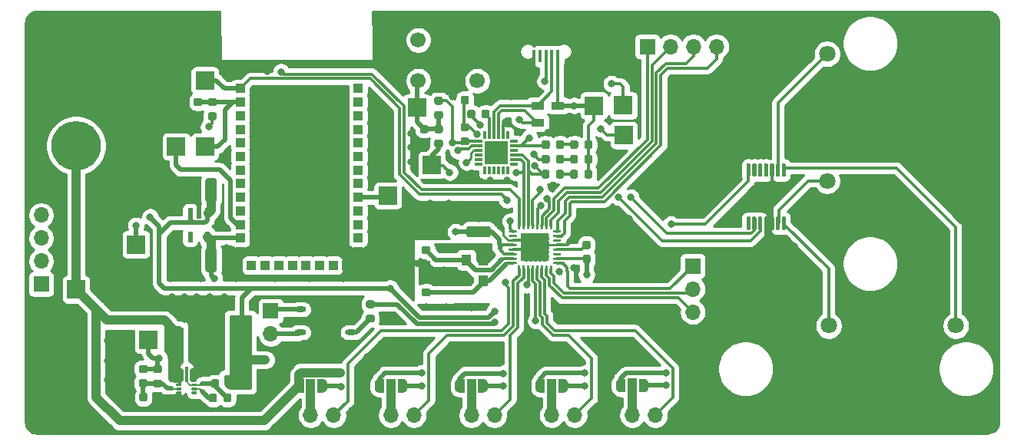
<source format=gbr>
%TF.GenerationSoftware,KiCad,Pcbnew,(5.1.6)-1*%
%TF.CreationDate,2021-08-26T12:07:42+02:00*%
%TF.ProjectId,Car LEDs,43617220-4c45-4447-932e-6b696361645f,rev?*%
%TF.SameCoordinates,Original*%
%TF.FileFunction,Copper,L1,Top*%
%TF.FilePolarity,Positive*%
%FSLAX46Y46*%
G04 Gerber Fmt 4.6, Leading zero omitted, Abs format (unit mm)*
G04 Created by KiCad (PCBNEW (5.1.6)-1) date 2021-08-26 12:07:42*
%MOMM*%
%LPD*%
G01*
G04 APERTURE LIST*
%TA.AperFunction,ComponentPad*%
%ADD10C,0.800000*%
%TD*%
%TA.AperFunction,ComponentPad*%
%ADD11C,5.000000*%
%TD*%
%TA.AperFunction,SMDPad,CuDef*%
%ADD12R,3.100000X3.100000*%
%TD*%
%TA.AperFunction,SMDPad,CuDef*%
%ADD13R,2.000000X2.000000*%
%TD*%
%TA.AperFunction,SMDPad,CuDef*%
%ADD14R,1.100000X1.300000*%
%TD*%
%TA.AperFunction,ComponentPad*%
%ADD15O,1.700000X1.700000*%
%TD*%
%TA.AperFunction,ComponentPad*%
%ADD16R,1.700000X1.700000*%
%TD*%
%TA.AperFunction,ComponentPad*%
%ADD17C,1.700000*%
%TD*%
%TA.AperFunction,SMDPad,CuDef*%
%ADD18O,1.300000X0.600000*%
%TD*%
%TA.AperFunction,SMDPad,CuDef*%
%ADD19R,1.000000X1.500000*%
%TD*%
%TA.AperFunction,SMDPad,CuDef*%
%ADD20C,0.100000*%
%TD*%
%TA.AperFunction,ComponentPad*%
%ADD21C,4.740000*%
%TD*%
%TA.AperFunction,ComponentPad*%
%ADD22C,5.460000*%
%TD*%
%TA.AperFunction,ComponentPad*%
%ADD23C,1.800000*%
%TD*%
%TA.AperFunction,ComponentPad*%
%ADD24C,3.750000*%
%TD*%
%TA.AperFunction,SMDPad,CuDef*%
%ADD25R,1.900000X1.900000*%
%TD*%
%TA.AperFunction,SMDPad,CuDef*%
%ADD26R,0.400000X1.350000*%
%TD*%
%TA.AperFunction,SMDPad,CuDef*%
%ADD27R,0.600000X1.150000*%
%TD*%
%TA.AperFunction,SMDPad,CuDef*%
%ADD28R,1.000000X1.000000*%
%TD*%
%TA.AperFunction,SMDPad,CuDef*%
%ADD29R,2.550000X2.550000*%
%TD*%
%TA.AperFunction,SMDPad,CuDef*%
%ADD30R,0.850000X0.300000*%
%TD*%
%TA.AperFunction,SMDPad,CuDef*%
%ADD31R,0.300000X0.850000*%
%TD*%
%TA.AperFunction,SMDPad,CuDef*%
%ADD32R,1.400000X0.900000*%
%TD*%
%TA.AperFunction,SMDPad,CuDef*%
%ADD33R,1.400000X1.100000*%
%TD*%
%TA.AperFunction,ViaPad*%
%ADD34C,0.800000*%
%TD*%
%TA.AperFunction,Conductor*%
%ADD35C,0.750000*%
%TD*%
%TA.AperFunction,Conductor*%
%ADD36C,0.500000*%
%TD*%
%TA.AperFunction,Conductor*%
%ADD37C,0.300000*%
%TD*%
%TA.AperFunction,Conductor*%
%ADD38C,0.200000*%
%TD*%
%TA.AperFunction,Conductor*%
%ADD39C,0.250000*%
%TD*%
%TA.AperFunction,Conductor*%
%ADD40C,1.000000*%
%TD*%
%TA.AperFunction,Conductor*%
%ADD41C,0.254000*%
%TD*%
G04 APERTURE END LIST*
%TO.P,IC4,9*%
%TO.N,Net-(C9-Pad2)*%
%TA.AperFunction,SMDPad,CuDef*%
G36*
G01*
X100830000Y-83145000D02*
X100830000Y-81615000D01*
G75*
G02*
X100930000Y-81515000I100000J0D01*
G01*
X101130000Y-81515000D01*
G75*
G02*
X101230000Y-81615000I0J-100000D01*
G01*
X101230000Y-83145000D01*
G75*
G02*
X101130000Y-83245000I-100000J0D01*
G01*
X100930000Y-83245000D01*
G75*
G02*
X100830000Y-83145000I0J100000D01*
G01*
G37*
%TD.AperFunction*%
%TO.P,IC4,8*%
%TO.N,GND*%
%TA.AperFunction,SMDPad,CuDef*%
G36*
G01*
X101380000Y-83045000D02*
X101380000Y-81945000D01*
G75*
G02*
X101580000Y-81745000I200000J0D01*
G01*
X101980000Y-81745000D01*
G75*
G02*
X102180000Y-81945000I0J-200000D01*
G01*
X102180000Y-83045000D01*
G75*
G02*
X101980000Y-83245000I-200000J0D01*
G01*
X101580000Y-83245000D01*
G75*
G02*
X101380000Y-83045000I0J200000D01*
G01*
G37*
%TD.AperFunction*%
%TO.P,IC4,9*%
%TO.N,Net-(C9-Pad2)*%
%TA.AperFunction,SMDPad,CuDef*%
G36*
G01*
X102105000Y-83695000D02*
X101655000Y-83695000D01*
G75*
G02*
X101580000Y-83620000I0J75000D01*
G01*
X101580000Y-83470000D01*
G75*
G02*
X101655000Y-83395000I75000J0D01*
G01*
X102105000Y-83395000D01*
G75*
G02*
X102180000Y-83470000I0J-75000D01*
G01*
X102180000Y-83620000D01*
G75*
G02*
X102105000Y-83695000I-75000J0D01*
G01*
G37*
%TD.AperFunction*%
%TO.P,IC4,6*%
%TO.N,Net-(C9-Pad1)*%
%TA.AperFunction,SMDPad,CuDef*%
G36*
G01*
X102105000Y-84145000D02*
X101655000Y-84145000D01*
G75*
G02*
X101580000Y-84070000I0J75000D01*
G01*
X101580000Y-83920000D01*
G75*
G02*
X101655000Y-83845000I75000J0D01*
G01*
X102105000Y-83845000D01*
G75*
G02*
X102180000Y-83920000I0J-75000D01*
G01*
X102180000Y-84070000D01*
G75*
G02*
X102105000Y-84145000I-75000J0D01*
G01*
G37*
%TD.AperFunction*%
%TO.P,IC4,5*%
%TO.N,N/C*%
%TA.AperFunction,SMDPad,CuDef*%
G36*
G01*
X102105000Y-84595000D02*
X101655000Y-84595000D01*
G75*
G02*
X101580000Y-84520000I0J75000D01*
G01*
X101580000Y-84370000D01*
G75*
G02*
X101655000Y-84295000I75000J0D01*
G01*
X102105000Y-84295000D01*
G75*
G02*
X102180000Y-84370000I0J-75000D01*
G01*
X102180000Y-84520000D01*
G75*
G02*
X102105000Y-84595000I-75000J0D01*
G01*
G37*
%TD.AperFunction*%
%TO.P,IC4,4*%
%TO.N,GND*%
%TA.AperFunction,SMDPad,CuDef*%
G36*
G01*
X100405000Y-84595000D02*
X99955000Y-84595000D01*
G75*
G02*
X99880000Y-84520000I0J75000D01*
G01*
X99880000Y-84370000D01*
G75*
G02*
X99955000Y-84295000I75000J0D01*
G01*
X100405000Y-84295000D01*
G75*
G02*
X100480000Y-84370000I0J-75000D01*
G01*
X100480000Y-84520000D01*
G75*
G02*
X100405000Y-84595000I-75000J0D01*
G01*
G37*
%TD.AperFunction*%
%TO.P,IC4,3*%
%TO.N,Net-(C10-Pad2)*%
%TA.AperFunction,SMDPad,CuDef*%
G36*
G01*
X100405000Y-84145000D02*
X99955000Y-84145000D01*
G75*
G02*
X99880000Y-84070000I0J75000D01*
G01*
X99880000Y-83920000D01*
G75*
G02*
X99955000Y-83845000I75000J0D01*
G01*
X100405000Y-83845000D01*
G75*
G02*
X100480000Y-83920000I0J-75000D01*
G01*
X100480000Y-84070000D01*
G75*
G02*
X100405000Y-84145000I-75000J0D01*
G01*
G37*
%TD.AperFunction*%
%TO.P,IC4,2*%
%TO.N,CAR_Power*%
%TA.AperFunction,SMDPad,CuDef*%
G36*
G01*
X100405000Y-83695000D02*
X99955000Y-83695000D01*
G75*
G02*
X99880000Y-83620000I0J75000D01*
G01*
X99880000Y-83470000D01*
G75*
G02*
X99955000Y-83395000I75000J0D01*
G01*
X100405000Y-83395000D01*
G75*
G02*
X100480000Y-83470000I0J-75000D01*
G01*
X100480000Y-83620000D01*
G75*
G02*
X100405000Y-83695000I-75000J0D01*
G01*
G37*
%TD.AperFunction*%
%TO.P,IC4,1*%
%TA.AperFunction,SMDPad,CuDef*%
G36*
G01*
X99880000Y-83045000D02*
X99880000Y-81945000D01*
G75*
G02*
X100080000Y-81745000I200000J0D01*
G01*
X100480000Y-81745000D01*
G75*
G02*
X100680000Y-81945000I0J-200000D01*
G01*
X100680000Y-83045000D01*
G75*
G02*
X100480000Y-83245000I-200000J0D01*
G01*
X100080000Y-83245000D01*
G75*
G02*
X99880000Y-83045000I0J200000D01*
G01*
G37*
%TD.AperFunction*%
%TD*%
D10*
%TO.P,H2,1*%
%TO.N,GND*%
X166635825Y-44304175D03*
X165310000Y-43755000D03*
X163984175Y-44304175D03*
X163435000Y-45630000D03*
X163984175Y-46955825D03*
X165310000Y-47505000D03*
X166635825Y-46955825D03*
X167185000Y-45630000D03*
D11*
X165310000Y-45630000D03*
%TD*%
D10*
%TO.P,H1,1*%
%TO.N,GND*%
X100950000Y-44240000D03*
X99624175Y-43690825D03*
X98298350Y-44240000D03*
X97749175Y-45565825D03*
X98298350Y-46891650D03*
X99624175Y-47440825D03*
X100950000Y-46891650D03*
X101499175Y-45565825D03*
D11*
X99624175Y-45565825D03*
%TD*%
D12*
%TO.P,U1,33*%
%TO.N,GND*%
X139427220Y-68368480D03*
%TO.P,U1,32*%
%TO.N,Net-(R8-Pad1)*%
%TA.AperFunction,SMDPad,CuDef*%
G36*
G01*
X137552220Y-66305980D02*
X137552220Y-65555980D01*
G75*
G02*
X137614720Y-65493480I62500J0D01*
G01*
X137739720Y-65493480D01*
G75*
G02*
X137802220Y-65555980I0J-62500D01*
G01*
X137802220Y-66305980D01*
G75*
G02*
X137739720Y-66368480I-62500J0D01*
G01*
X137614720Y-66368480D01*
G75*
G02*
X137552220Y-66305980I0J62500D01*
G01*
G37*
%TD.AperFunction*%
%TO.P,U1,31*%
%TO.N,USB_RX*%
%TA.AperFunction,SMDPad,CuDef*%
G36*
G01*
X138052220Y-66305980D02*
X138052220Y-65555980D01*
G75*
G02*
X138114720Y-65493480I62500J0D01*
G01*
X138239720Y-65493480D01*
G75*
G02*
X138302220Y-65555980I0J-62500D01*
G01*
X138302220Y-66305980D01*
G75*
G02*
X138239720Y-66368480I-62500J0D01*
G01*
X138114720Y-66368480D01*
G75*
G02*
X138052220Y-66305980I0J62500D01*
G01*
G37*
%TD.AperFunction*%
%TO.P,U1,30*%
%TO.N,USB_TX*%
%TA.AperFunction,SMDPad,CuDef*%
G36*
G01*
X138552220Y-66305980D02*
X138552220Y-65555980D01*
G75*
G02*
X138614720Y-65493480I62500J0D01*
G01*
X138739720Y-65493480D01*
G75*
G02*
X138802220Y-65555980I0J-62500D01*
G01*
X138802220Y-66305980D01*
G75*
G02*
X138739720Y-66368480I-62500J0D01*
G01*
X138614720Y-66368480D01*
G75*
G02*
X138552220Y-66305980I0J62500D01*
G01*
G37*
%TD.AperFunction*%
%TO.P,U1,29*%
%TO.N,Reset*%
%TA.AperFunction,SMDPad,CuDef*%
G36*
G01*
X139052220Y-66305980D02*
X139052220Y-65555980D01*
G75*
G02*
X139114720Y-65493480I62500J0D01*
G01*
X139239720Y-65493480D01*
G75*
G02*
X139302220Y-65555980I0J-62500D01*
G01*
X139302220Y-66305980D01*
G75*
G02*
X139239720Y-66368480I-62500J0D01*
G01*
X139114720Y-66368480D01*
G75*
G02*
X139052220Y-66305980I0J62500D01*
G01*
G37*
%TD.AperFunction*%
%TO.P,U1,28*%
%TO.N,SCL*%
%TA.AperFunction,SMDPad,CuDef*%
G36*
G01*
X139552220Y-66305980D02*
X139552220Y-65555980D01*
G75*
G02*
X139614720Y-65493480I62500J0D01*
G01*
X139739720Y-65493480D01*
G75*
G02*
X139802220Y-65555980I0J-62500D01*
G01*
X139802220Y-66305980D01*
G75*
G02*
X139739720Y-66368480I-62500J0D01*
G01*
X139614720Y-66368480D01*
G75*
G02*
X139552220Y-66305980I0J62500D01*
G01*
G37*
%TD.AperFunction*%
%TO.P,U1,27*%
%TO.N,SDA*%
%TA.AperFunction,SMDPad,CuDef*%
G36*
G01*
X140052220Y-66305980D02*
X140052220Y-65555980D01*
G75*
G02*
X140114720Y-65493480I62500J0D01*
G01*
X140239720Y-65493480D01*
G75*
G02*
X140302220Y-65555980I0J-62500D01*
G01*
X140302220Y-66305980D01*
G75*
G02*
X140239720Y-66368480I-62500J0D01*
G01*
X140114720Y-66368480D01*
G75*
G02*
X140052220Y-66305980I0J62500D01*
G01*
G37*
%TD.AperFunction*%
%TO.P,U1,26*%
%TO.N,Net-(J4-Pad1)*%
%TA.AperFunction,SMDPad,CuDef*%
G36*
G01*
X140552220Y-66305980D02*
X140552220Y-65555980D01*
G75*
G02*
X140614720Y-65493480I62500J0D01*
G01*
X140739720Y-65493480D01*
G75*
G02*
X140802220Y-65555980I0J-62500D01*
G01*
X140802220Y-66305980D01*
G75*
G02*
X140739720Y-66368480I-62500J0D01*
G01*
X140614720Y-66368480D01*
G75*
G02*
X140552220Y-66305980I0J62500D01*
G01*
G37*
%TD.AperFunction*%
%TO.P,U1,25*%
%TO.N,Net-(J4-Pad2)*%
%TA.AperFunction,SMDPad,CuDef*%
G36*
G01*
X141052220Y-66305980D02*
X141052220Y-65555980D01*
G75*
G02*
X141114720Y-65493480I62500J0D01*
G01*
X141239720Y-65493480D01*
G75*
G02*
X141302220Y-65555980I0J-62500D01*
G01*
X141302220Y-66305980D01*
G75*
G02*
X141239720Y-66368480I-62500J0D01*
G01*
X141114720Y-66368480D01*
G75*
G02*
X141052220Y-66305980I0J62500D01*
G01*
G37*
%TD.AperFunction*%
%TO.P,U1,24*%
%TO.N,Net-(J4-Pad3)*%
%TA.AperFunction,SMDPad,CuDef*%
G36*
G01*
X141427220Y-66680980D02*
X141427220Y-66555980D01*
G75*
G02*
X141489720Y-66493480I62500J0D01*
G01*
X142239720Y-66493480D01*
G75*
G02*
X142302220Y-66555980I0J-62500D01*
G01*
X142302220Y-66680980D01*
G75*
G02*
X142239720Y-66743480I-62500J0D01*
G01*
X141489720Y-66743480D01*
G75*
G02*
X141427220Y-66680980I0J62500D01*
G01*
G37*
%TD.AperFunction*%
%TO.P,U1,23*%
%TO.N,Net-(J4-Pad4)*%
%TA.AperFunction,SMDPad,CuDef*%
G36*
G01*
X141427220Y-67180980D02*
X141427220Y-67055980D01*
G75*
G02*
X141489720Y-66993480I62500J0D01*
G01*
X142239720Y-66993480D01*
G75*
G02*
X142302220Y-67055980I0J-62500D01*
G01*
X142302220Y-67180980D01*
G75*
G02*
X142239720Y-67243480I-62500J0D01*
G01*
X141489720Y-67243480D01*
G75*
G02*
X141427220Y-67180980I0J62500D01*
G01*
G37*
%TD.AperFunction*%
%TO.P,U1,22*%
%TO.N,N/C*%
%TA.AperFunction,SMDPad,CuDef*%
G36*
G01*
X141427220Y-67680980D02*
X141427220Y-67555980D01*
G75*
G02*
X141489720Y-67493480I62500J0D01*
G01*
X142239720Y-67493480D01*
G75*
G02*
X142302220Y-67555980I0J-62500D01*
G01*
X142302220Y-67680980D01*
G75*
G02*
X142239720Y-67743480I-62500J0D01*
G01*
X141489720Y-67743480D01*
G75*
G02*
X141427220Y-67680980I0J62500D01*
G01*
G37*
%TD.AperFunction*%
%TO.P,U1,21*%
%TO.N,GND*%
%TA.AperFunction,SMDPad,CuDef*%
G36*
G01*
X141427220Y-68180980D02*
X141427220Y-68055980D01*
G75*
G02*
X141489720Y-67993480I62500J0D01*
G01*
X142239720Y-67993480D01*
G75*
G02*
X142302220Y-68055980I0J-62500D01*
G01*
X142302220Y-68180980D01*
G75*
G02*
X142239720Y-68243480I-62500J0D01*
G01*
X141489720Y-68243480D01*
G75*
G02*
X141427220Y-68180980I0J62500D01*
G01*
G37*
%TD.AperFunction*%
%TO.P,U1,20*%
%TO.N,Net-(C3-Pad1)*%
%TA.AperFunction,SMDPad,CuDef*%
G36*
G01*
X141427220Y-68680980D02*
X141427220Y-68555980D01*
G75*
G02*
X141489720Y-68493480I62500J0D01*
G01*
X142239720Y-68493480D01*
G75*
G02*
X142302220Y-68555980I0J-62500D01*
G01*
X142302220Y-68680980D01*
G75*
G02*
X142239720Y-68743480I-62500J0D01*
G01*
X141489720Y-68743480D01*
G75*
G02*
X141427220Y-68680980I0J62500D01*
G01*
G37*
%TD.AperFunction*%
%TO.P,U1,19*%
%TO.N,N/C*%
%TA.AperFunction,SMDPad,CuDef*%
G36*
G01*
X141427220Y-69180980D02*
X141427220Y-69055980D01*
G75*
G02*
X141489720Y-68993480I62500J0D01*
G01*
X142239720Y-68993480D01*
G75*
G02*
X142302220Y-69055980I0J-62500D01*
G01*
X142302220Y-69180980D01*
G75*
G02*
X142239720Y-69243480I-62500J0D01*
G01*
X141489720Y-69243480D01*
G75*
G02*
X141427220Y-69180980I0J62500D01*
G01*
G37*
%TD.AperFunction*%
%TO.P,U1,18*%
%TO.N,5V*%
%TA.AperFunction,SMDPad,CuDef*%
G36*
G01*
X141427220Y-69680980D02*
X141427220Y-69555980D01*
G75*
G02*
X141489720Y-69493480I62500J0D01*
G01*
X142239720Y-69493480D01*
G75*
G02*
X142302220Y-69555980I0J-62500D01*
G01*
X142302220Y-69680980D01*
G75*
G02*
X142239720Y-69743480I-62500J0D01*
G01*
X141489720Y-69743480D01*
G75*
G02*
X141427220Y-69680980I0J62500D01*
G01*
G37*
%TD.AperFunction*%
%TO.P,U1,17*%
%TO.N,Net-(J12-Pad1)*%
%TA.AperFunction,SMDPad,CuDef*%
G36*
G01*
X141427220Y-70180980D02*
X141427220Y-70055980D01*
G75*
G02*
X141489720Y-69993480I62500J0D01*
G01*
X142239720Y-69993480D01*
G75*
G02*
X142302220Y-70055980I0J-62500D01*
G01*
X142302220Y-70180980D01*
G75*
G02*
X142239720Y-70243480I-62500J0D01*
G01*
X141489720Y-70243480D01*
G75*
G02*
X141427220Y-70180980I0J62500D01*
G01*
G37*
%TD.AperFunction*%
%TO.P,U1,16*%
%TO.N,Net-(J12-Pad2)*%
%TA.AperFunction,SMDPad,CuDef*%
G36*
G01*
X141052220Y-71180980D02*
X141052220Y-70430980D01*
G75*
G02*
X141114720Y-70368480I62500J0D01*
G01*
X141239720Y-70368480D01*
G75*
G02*
X141302220Y-70430980I0J-62500D01*
G01*
X141302220Y-71180980D01*
G75*
G02*
X141239720Y-71243480I-62500J0D01*
G01*
X141114720Y-71243480D01*
G75*
G02*
X141052220Y-71180980I0J62500D01*
G01*
G37*
%TD.AperFunction*%
%TO.P,U1,15*%
%TO.N,Net-(J12-Pad3)*%
%TA.AperFunction,SMDPad,CuDef*%
G36*
G01*
X140552220Y-71180980D02*
X140552220Y-70430980D01*
G75*
G02*
X140614720Y-70368480I62500J0D01*
G01*
X140739720Y-70368480D01*
G75*
G02*
X140802220Y-70430980I0J-62500D01*
G01*
X140802220Y-71180980D01*
G75*
G02*
X140739720Y-71243480I-62500J0D01*
G01*
X140614720Y-71243480D01*
G75*
G02*
X140552220Y-71180980I0J62500D01*
G01*
G37*
%TD.AperFunction*%
%TO.P,U1,14*%
%TO.N,Data5*%
%TA.AperFunction,SMDPad,CuDef*%
G36*
G01*
X140052220Y-71180980D02*
X140052220Y-70430980D01*
G75*
G02*
X140114720Y-70368480I62500J0D01*
G01*
X140239720Y-70368480D01*
G75*
G02*
X140302220Y-70430980I0J-62500D01*
G01*
X140302220Y-71180980D01*
G75*
G02*
X140239720Y-71243480I-62500J0D01*
G01*
X140114720Y-71243480D01*
G75*
G02*
X140052220Y-71180980I0J62500D01*
G01*
G37*
%TD.AperFunction*%
%TO.P,U1,13*%
%TO.N,Data4*%
%TA.AperFunction,SMDPad,CuDef*%
G36*
G01*
X139552220Y-71180980D02*
X139552220Y-70430980D01*
G75*
G02*
X139614720Y-70368480I62500J0D01*
G01*
X139739720Y-70368480D01*
G75*
G02*
X139802220Y-70430980I0J-62500D01*
G01*
X139802220Y-71180980D01*
G75*
G02*
X139739720Y-71243480I-62500J0D01*
G01*
X139614720Y-71243480D01*
G75*
G02*
X139552220Y-71180980I0J62500D01*
G01*
G37*
%TD.AperFunction*%
%TO.P,U1,12*%
%TO.N,RemoteON*%
%TA.AperFunction,SMDPad,CuDef*%
G36*
G01*
X139052220Y-71180980D02*
X139052220Y-70430980D01*
G75*
G02*
X139114720Y-70368480I62500J0D01*
G01*
X139239720Y-70368480D01*
G75*
G02*
X139302220Y-70430980I0J-62500D01*
G01*
X139302220Y-71180980D01*
G75*
G02*
X139239720Y-71243480I-62500J0D01*
G01*
X139114720Y-71243480D01*
G75*
G02*
X139052220Y-71180980I0J62500D01*
G01*
G37*
%TD.AperFunction*%
%TO.P,U1,11*%
%TO.N,BT_TX*%
%TA.AperFunction,SMDPad,CuDef*%
G36*
G01*
X138552220Y-71180980D02*
X138552220Y-70430980D01*
G75*
G02*
X138614720Y-70368480I62500J0D01*
G01*
X138739720Y-70368480D01*
G75*
G02*
X138802220Y-70430980I0J-62500D01*
G01*
X138802220Y-71180980D01*
G75*
G02*
X138739720Y-71243480I-62500J0D01*
G01*
X138614720Y-71243480D01*
G75*
G02*
X138552220Y-71180980I0J62500D01*
G01*
G37*
%TD.AperFunction*%
%TO.P,U1,10*%
%TO.N,Data3*%
%TA.AperFunction,SMDPad,CuDef*%
G36*
G01*
X138052220Y-71180980D02*
X138052220Y-70430980D01*
G75*
G02*
X138114720Y-70368480I62500J0D01*
G01*
X138239720Y-70368480D01*
G75*
G02*
X138302220Y-70430980I0J-62500D01*
G01*
X138302220Y-71180980D01*
G75*
G02*
X138239720Y-71243480I-62500J0D01*
G01*
X138114720Y-71243480D01*
G75*
G02*
X138052220Y-71180980I0J62500D01*
G01*
G37*
%TD.AperFunction*%
%TO.P,U1,9*%
%TO.N,Data2*%
%TA.AperFunction,SMDPad,CuDef*%
G36*
G01*
X137552220Y-71180980D02*
X137552220Y-70430980D01*
G75*
G02*
X137614720Y-70368480I62500J0D01*
G01*
X137739720Y-70368480D01*
G75*
G02*
X137802220Y-70430980I0J-62500D01*
G01*
X137802220Y-71180980D01*
G75*
G02*
X137739720Y-71243480I-62500J0D01*
G01*
X137614720Y-71243480D01*
G75*
G02*
X137552220Y-71180980I0J62500D01*
G01*
G37*
%TD.AperFunction*%
%TO.P,U1,8*%
%TO.N,Net-(C5-Pad1)*%
%TA.AperFunction,SMDPad,CuDef*%
G36*
G01*
X136552220Y-70180980D02*
X136552220Y-70055980D01*
G75*
G02*
X136614720Y-69993480I62500J0D01*
G01*
X137364720Y-69993480D01*
G75*
G02*
X137427220Y-70055980I0J-62500D01*
G01*
X137427220Y-70180980D01*
G75*
G02*
X137364720Y-70243480I-62500J0D01*
G01*
X136614720Y-70243480D01*
G75*
G02*
X136552220Y-70180980I0J62500D01*
G01*
G37*
%TD.AperFunction*%
%TO.P,U1,7*%
%TO.N,Net-(C4-Pad2)*%
%TA.AperFunction,SMDPad,CuDef*%
G36*
G01*
X136552220Y-69680980D02*
X136552220Y-69555980D01*
G75*
G02*
X136614720Y-69493480I62500J0D01*
G01*
X137364720Y-69493480D01*
G75*
G02*
X137427220Y-69555980I0J-62500D01*
G01*
X137427220Y-69680980D01*
G75*
G02*
X137364720Y-69743480I-62500J0D01*
G01*
X136614720Y-69743480D01*
G75*
G02*
X136552220Y-69680980I0J62500D01*
G01*
G37*
%TD.AperFunction*%
%TO.P,U1,6*%
%TO.N,5V*%
%TA.AperFunction,SMDPad,CuDef*%
G36*
G01*
X136552220Y-69180980D02*
X136552220Y-69055980D01*
G75*
G02*
X136614720Y-68993480I62500J0D01*
G01*
X137364720Y-68993480D01*
G75*
G02*
X137427220Y-69055980I0J-62500D01*
G01*
X137427220Y-69180980D01*
G75*
G02*
X137364720Y-69243480I-62500J0D01*
G01*
X136614720Y-69243480D01*
G75*
G02*
X136552220Y-69180980I0J62500D01*
G01*
G37*
%TD.AperFunction*%
%TO.P,U1,5*%
%TO.N,GND*%
%TA.AperFunction,SMDPad,CuDef*%
G36*
G01*
X136552220Y-68680980D02*
X136552220Y-68555980D01*
G75*
G02*
X136614720Y-68493480I62500J0D01*
G01*
X137364720Y-68493480D01*
G75*
G02*
X137427220Y-68555980I0J-62500D01*
G01*
X137427220Y-68680980D01*
G75*
G02*
X137364720Y-68743480I-62500J0D01*
G01*
X136614720Y-68743480D01*
G75*
G02*
X136552220Y-68680980I0J62500D01*
G01*
G37*
%TD.AperFunction*%
%TO.P,U1,4*%
%TO.N,5V*%
%TA.AperFunction,SMDPad,CuDef*%
G36*
G01*
X136552220Y-68180980D02*
X136552220Y-68055980D01*
G75*
G02*
X136614720Y-67993480I62500J0D01*
G01*
X137364720Y-67993480D01*
G75*
G02*
X137427220Y-68055980I0J-62500D01*
G01*
X137427220Y-68180980D01*
G75*
G02*
X137364720Y-68243480I-62500J0D01*
G01*
X136614720Y-68243480D01*
G75*
G02*
X136552220Y-68180980I0J62500D01*
G01*
G37*
%TD.AperFunction*%
%TO.P,U1,3*%
%TO.N,GND*%
%TA.AperFunction,SMDPad,CuDef*%
G36*
G01*
X136552220Y-67680980D02*
X136552220Y-67555980D01*
G75*
G02*
X136614720Y-67493480I62500J0D01*
G01*
X137364720Y-67493480D01*
G75*
G02*
X137427220Y-67555980I0J-62500D01*
G01*
X137427220Y-67680980D01*
G75*
G02*
X137364720Y-67743480I-62500J0D01*
G01*
X136614720Y-67743480D01*
G75*
G02*
X136552220Y-67680980I0J62500D01*
G01*
G37*
%TD.AperFunction*%
%TO.P,U1,2*%
%TO.N,N/C*%
%TA.AperFunction,SMDPad,CuDef*%
G36*
G01*
X136552220Y-67180980D02*
X136552220Y-67055980D01*
G75*
G02*
X136614720Y-66993480I62500J0D01*
G01*
X137364720Y-66993480D01*
G75*
G02*
X137427220Y-67055980I0J-62500D01*
G01*
X137427220Y-67180980D01*
G75*
G02*
X137364720Y-67243480I-62500J0D01*
G01*
X136614720Y-67243480D01*
G75*
G02*
X136552220Y-67180980I0J62500D01*
G01*
G37*
%TD.AperFunction*%
%TO.P,U1,1*%
%TO.N,Data1*%
%TA.AperFunction,SMDPad,CuDef*%
G36*
G01*
X136552220Y-66680980D02*
X136552220Y-66555980D01*
G75*
G02*
X136614720Y-66493480I62500J0D01*
G01*
X137364720Y-66493480D01*
G75*
G02*
X137427220Y-66555980I0J-62500D01*
G01*
X137427220Y-66680980D01*
G75*
G02*
X137364720Y-66743480I-62500J0D01*
G01*
X136614720Y-66743480D01*
G75*
G02*
X136552220Y-66680980I0J62500D01*
G01*
G37*
%TD.AperFunction*%
%TD*%
%TO.P,IC2,14*%
%TO.N,5V*%
%TA.AperFunction,SMDPad,CuDef*%
G36*
G01*
X163175000Y-59227000D02*
X163175000Y-60477000D01*
G75*
G02*
X163062500Y-60589500I-112500J0D01*
G01*
X162837500Y-60589500D01*
G75*
G02*
X162725000Y-60477000I0J112500D01*
G01*
X162725000Y-59227000D01*
G75*
G02*
X162837500Y-59114500I112500J0D01*
G01*
X163062500Y-59114500D01*
G75*
G02*
X163175000Y-59227000I0J-112500D01*
G01*
G37*
%TD.AperFunction*%
%TO.P,IC2,13*%
%TO.N,N/C*%
%TA.AperFunction,SMDPad,CuDef*%
G36*
G01*
X163825000Y-59227000D02*
X163825000Y-60477000D01*
G75*
G02*
X163712500Y-60589500I-112500J0D01*
G01*
X163487500Y-60589500D01*
G75*
G02*
X163375000Y-60477000I0J112500D01*
G01*
X163375000Y-59227000D01*
G75*
G02*
X163487500Y-59114500I112500J0D01*
G01*
X163712500Y-59114500D01*
G75*
G02*
X163825000Y-59227000I0J-112500D01*
G01*
G37*
%TD.AperFunction*%
%TO.P,IC2,12*%
%TA.AperFunction,SMDPad,CuDef*%
G36*
G01*
X164475000Y-59227000D02*
X164475000Y-60477000D01*
G75*
G02*
X164362500Y-60589500I-112500J0D01*
G01*
X164137500Y-60589500D01*
G75*
G02*
X164025000Y-60477000I0J112500D01*
G01*
X164025000Y-59227000D01*
G75*
G02*
X164137500Y-59114500I112500J0D01*
G01*
X164362500Y-59114500D01*
G75*
G02*
X164475000Y-59227000I0J-112500D01*
G01*
G37*
%TD.AperFunction*%
%TO.P,IC2,11*%
%TA.AperFunction,SMDPad,CuDef*%
G36*
G01*
X165125000Y-59227000D02*
X165125000Y-60477000D01*
G75*
G02*
X165012500Y-60589500I-112500J0D01*
G01*
X164787500Y-60589500D01*
G75*
G02*
X164675000Y-60477000I0J112500D01*
G01*
X164675000Y-59227000D01*
G75*
G02*
X164787500Y-59114500I112500J0D01*
G01*
X165012500Y-59114500D01*
G75*
G02*
X165125000Y-59227000I0J-112500D01*
G01*
G37*
%TD.AperFunction*%
%TO.P,IC2,10*%
%TO.N,GND*%
%TA.AperFunction,SMDPad,CuDef*%
G36*
G01*
X165775000Y-59227000D02*
X165775000Y-60477000D01*
G75*
G02*
X165662500Y-60589500I-112500J0D01*
G01*
X165437500Y-60589500D01*
G75*
G02*
X165325000Y-60477000I0J112500D01*
G01*
X165325000Y-59227000D01*
G75*
G02*
X165437500Y-59114500I112500J0D01*
G01*
X165662500Y-59114500D01*
G75*
G02*
X165775000Y-59227000I0J-112500D01*
G01*
G37*
%TD.AperFunction*%
%TO.P,IC2,9*%
%TO.N,L_OUT*%
%TA.AperFunction,SMDPad,CuDef*%
G36*
G01*
X166425000Y-59227000D02*
X166425000Y-60477000D01*
G75*
G02*
X166312500Y-60589500I-112500J0D01*
G01*
X166087500Y-60589500D01*
G75*
G02*
X165975000Y-60477000I0J112500D01*
G01*
X165975000Y-59227000D01*
G75*
G02*
X166087500Y-59114500I112500J0D01*
G01*
X166312500Y-59114500D01*
G75*
G02*
X166425000Y-59227000I0J-112500D01*
G01*
G37*
%TD.AperFunction*%
%TO.P,IC2,8*%
%TO.N,L_IN*%
%TA.AperFunction,SMDPad,CuDef*%
G36*
G01*
X167075000Y-59227000D02*
X167075000Y-60477000D01*
G75*
G02*
X166962500Y-60589500I-112500J0D01*
G01*
X166737500Y-60589500D01*
G75*
G02*
X166625000Y-60477000I0J112500D01*
G01*
X166625000Y-59227000D01*
G75*
G02*
X166737500Y-59114500I112500J0D01*
G01*
X166962500Y-59114500D01*
G75*
G02*
X167075000Y-59227000I0J-112500D01*
G01*
G37*
%TD.AperFunction*%
%TO.P,IC2,7*%
%TO.N,R_IN*%
%TA.AperFunction,SMDPad,CuDef*%
G36*
G01*
X167075000Y-65103000D02*
X167075000Y-66353000D01*
G75*
G02*
X166962500Y-66465500I-112500J0D01*
G01*
X166737500Y-66465500D01*
G75*
G02*
X166625000Y-66353000I0J112500D01*
G01*
X166625000Y-65103000D01*
G75*
G02*
X166737500Y-64990500I112500J0D01*
G01*
X166962500Y-64990500D01*
G75*
G02*
X167075000Y-65103000I0J-112500D01*
G01*
G37*
%TD.AperFunction*%
%TO.P,IC2,6*%
%TO.N,R_OUT*%
%TA.AperFunction,SMDPad,CuDef*%
G36*
G01*
X166425000Y-65103000D02*
X166425000Y-66353000D01*
G75*
G02*
X166312500Y-66465500I-112500J0D01*
G01*
X166087500Y-66465500D01*
G75*
G02*
X165975000Y-66353000I0J112500D01*
G01*
X165975000Y-65103000D01*
G75*
G02*
X166087500Y-64990500I112500J0D01*
G01*
X166312500Y-64990500D01*
G75*
G02*
X166425000Y-65103000I0J-112500D01*
G01*
G37*
%TD.AperFunction*%
%TO.P,IC2,5*%
%TO.N,GND*%
%TA.AperFunction,SMDPad,CuDef*%
G36*
G01*
X165775000Y-65103000D02*
X165775000Y-66353000D01*
G75*
G02*
X165662500Y-66465500I-112500J0D01*
G01*
X165437500Y-66465500D01*
G75*
G02*
X165325000Y-66353000I0J112500D01*
G01*
X165325000Y-65103000D01*
G75*
G02*
X165437500Y-64990500I112500J0D01*
G01*
X165662500Y-64990500D01*
G75*
G02*
X165775000Y-65103000I0J-112500D01*
G01*
G37*
%TD.AperFunction*%
%TO.P,IC2,4*%
%TA.AperFunction,SMDPad,CuDef*%
G36*
G01*
X165125000Y-65103000D02*
X165125000Y-66353000D01*
G75*
G02*
X165012500Y-66465500I-112500J0D01*
G01*
X164787500Y-66465500D01*
G75*
G02*
X164675000Y-66353000I0J112500D01*
G01*
X164675000Y-65103000D01*
G75*
G02*
X164787500Y-64990500I112500J0D01*
G01*
X165012500Y-64990500D01*
G75*
G02*
X165125000Y-65103000I0J-112500D01*
G01*
G37*
%TD.AperFunction*%
%TO.P,IC2,3*%
%TO.N,SDA*%
%TA.AperFunction,SMDPad,CuDef*%
G36*
G01*
X164475000Y-65103000D02*
X164475000Y-66353000D01*
G75*
G02*
X164362500Y-66465500I-112500J0D01*
G01*
X164137500Y-66465500D01*
G75*
G02*
X164025000Y-66353000I0J112500D01*
G01*
X164025000Y-65103000D01*
G75*
G02*
X164137500Y-64990500I112500J0D01*
G01*
X164362500Y-64990500D01*
G75*
G02*
X164475000Y-65103000I0J-112500D01*
G01*
G37*
%TD.AperFunction*%
%TO.P,IC2,2*%
%TO.N,SCL*%
%TA.AperFunction,SMDPad,CuDef*%
G36*
G01*
X163825000Y-65103000D02*
X163825000Y-66353000D01*
G75*
G02*
X163712500Y-66465500I-112500J0D01*
G01*
X163487500Y-66465500D01*
G75*
G02*
X163375000Y-66353000I0J112500D01*
G01*
X163375000Y-65103000D01*
G75*
G02*
X163487500Y-64990500I112500J0D01*
G01*
X163712500Y-64990500D01*
G75*
G02*
X163825000Y-65103000I0J-112500D01*
G01*
G37*
%TD.AperFunction*%
%TO.P,IC2,1*%
%TO.N,N/C*%
%TA.AperFunction,SMDPad,CuDef*%
G36*
G01*
X163175000Y-65103000D02*
X163175000Y-66353000D01*
G75*
G02*
X163062500Y-66465500I-112500J0D01*
G01*
X162837500Y-66465500D01*
G75*
G02*
X162725000Y-66353000I0J112500D01*
G01*
X162725000Y-65103000D01*
G75*
G02*
X162837500Y-64990500I112500J0D01*
G01*
X163062500Y-64990500D01*
G75*
G02*
X163175000Y-65103000I0J-112500D01*
G01*
G37*
%TD.AperFunction*%
%TD*%
D13*
%TO.P,TP13,1*%
%TO.N,BT_RX*%
X103044200Y-57267400D03*
%TD*%
%TO.P,TP12,1*%
%TO.N,BT_TX*%
X103044200Y-49952200D03*
%TD*%
D14*
%TO.P,Y1,4*%
%TO.N,GND*%
X133755000Y-69770000D03*
%TO.P,Y1,3*%
%TO.N,Net-(C5-Pad1)*%
X133755000Y-72070000D03*
%TO.P,Y1,2*%
%TO.N,GND*%
X131855000Y-72070000D03*
%TO.P,Y1,1*%
%TO.N,Net-(C4-Pad2)*%
X131855000Y-69770000D03*
%TD*%
D15*
%TO.P,J11,3*%
%TO.N,Net-(J11-Pad3)*%
X150140000Y-86910000D03*
%TO.P,J11,2*%
%TO.N,Data5*%
X152680000Y-86910000D03*
D16*
%TO.P,J11,1*%
%TO.N,GND*%
X155220000Y-86910000D03*
%TD*%
D15*
%TO.P,J10,3*%
%TO.N,Net-(J10-Pad3)*%
X141280000Y-86910000D03*
%TO.P,J10,2*%
%TO.N,Data4*%
X143820000Y-86910000D03*
D16*
%TO.P,J10,1*%
%TO.N,GND*%
X146360000Y-86910000D03*
%TD*%
D15*
%TO.P,J9,3*%
%TO.N,Net-(J9-Pad3)*%
X132410000Y-86920000D03*
%TO.P,J9,2*%
%TO.N,Data3*%
X134950000Y-86920000D03*
D16*
%TO.P,J9,1*%
%TO.N,GND*%
X137490000Y-86920000D03*
%TD*%
D15*
%TO.P,J8,3*%
%TO.N,Net-(J8-Pad3)*%
X123540000Y-86910000D03*
%TO.P,J8,2*%
%TO.N,Data2*%
X126080000Y-86910000D03*
D16*
%TO.P,J8,1*%
%TO.N,GND*%
X128620000Y-86910000D03*
%TD*%
D15*
%TO.P,J7,3*%
%TO.N,Net-(J7-Pad3)*%
X114700000Y-86910000D03*
%TO.P,J7,2*%
%TO.N,Data1*%
X117240000Y-86910000D03*
D16*
%TO.P,J7,1*%
%TO.N,GND*%
X119780000Y-86910000D03*
%TD*%
D13*
%TO.P,TP11,1*%
%TO.N,3V3*%
X95440000Y-68050000D03*
%TD*%
%TO.P,TP10,1*%
%TO.N,5V*%
X96827200Y-78588000D03*
%TD*%
%TO.P,TP9,1*%
%TO.N,Net-(IC3-Pad11)*%
X99885000Y-57255000D03*
%TD*%
%TO.P,TP8,1*%
%TO.N,Net-(IC3-Pad26)*%
X123200000Y-62660000D03*
%TD*%
%TO.P,TP7,1*%
%TO.N,Reset*%
X126406000Y-52962000D03*
%TD*%
%TO.P,TP6,1*%
%TO.N,CAR_Power*%
X88840000Y-73030000D03*
%TD*%
%TO.P,TP5,1*%
%TO.N,DTR*%
X128056000Y-59272000D03*
%TD*%
%TO.P,TP4,1*%
%TO.N,USB_VCC*%
X145935000Y-52730000D03*
%TD*%
%TO.P,TP3,1*%
%TO.N,USB_TX*%
X149210000Y-56000000D03*
%TD*%
%TO.P,TP2,1*%
%TO.N,USB_RX*%
X149170000Y-52720000D03*
%TD*%
D17*
%TO.P,SW1,3*%
%TO.N,N/C*%
X126556000Y-45500000D03*
%TO.P,SW1,4*%
X133056000Y-50000000D03*
%TO.P,SW1,2*%
%TO.N,GND*%
X133056000Y-45500000D03*
%TO.P,SW1,1*%
%TO.N,Reset*%
X126556000Y-50000000D03*
%TD*%
%TO.P,R12,2*%
%TO.N,GND*%
%TA.AperFunction,SMDPad,CuDef*%
G36*
G01*
X97402500Y-85156250D02*
X97402500Y-84643750D01*
G75*
G02*
X97621250Y-84425000I218750J0D01*
G01*
X98058750Y-84425000D01*
G75*
G02*
X98277500Y-84643750I0J-218750D01*
G01*
X98277500Y-85156250D01*
G75*
G02*
X98058750Y-85375000I-218750J0D01*
G01*
X97621250Y-85375000D01*
G75*
G02*
X97402500Y-85156250I0J218750D01*
G01*
G37*
%TD.AperFunction*%
%TO.P,R12,1*%
%TO.N,Net-(C10-Pad2)*%
%TA.AperFunction,SMDPad,CuDef*%
G36*
G01*
X95827500Y-85156250D02*
X95827500Y-84643750D01*
G75*
G02*
X96046250Y-84425000I218750J0D01*
G01*
X96483750Y-84425000D01*
G75*
G02*
X96702500Y-84643750I0J-218750D01*
G01*
X96702500Y-85156250D01*
G75*
G02*
X96483750Y-85375000I-218750J0D01*
G01*
X96046250Y-85375000D01*
G75*
G02*
X95827500Y-85156250I0J218750D01*
G01*
G37*
%TD.AperFunction*%
%TD*%
%TO.P,R11,2*%
%TO.N,Net-(C10-Pad2)*%
%TA.AperFunction,SMDPad,CuDef*%
G36*
G01*
X97583750Y-82950000D02*
X98096250Y-82950000D01*
G75*
G02*
X98315000Y-83168750I0J-218750D01*
G01*
X98315000Y-83606250D01*
G75*
G02*
X98096250Y-83825000I-218750J0D01*
G01*
X97583750Y-83825000D01*
G75*
G02*
X97365000Y-83606250I0J218750D01*
G01*
X97365000Y-83168750D01*
G75*
G02*
X97583750Y-82950000I218750J0D01*
G01*
G37*
%TD.AperFunction*%
%TO.P,R11,1*%
%TO.N,5V*%
%TA.AperFunction,SMDPad,CuDef*%
G36*
G01*
X97583750Y-81375000D02*
X98096250Y-81375000D01*
G75*
G02*
X98315000Y-81593750I0J-218750D01*
G01*
X98315000Y-82031250D01*
G75*
G02*
X98096250Y-82250000I-218750J0D01*
G01*
X97583750Y-82250000D01*
G75*
G02*
X97365000Y-82031250I0J218750D01*
G01*
X97365000Y-81593750D01*
G75*
G02*
X97583750Y-81375000I218750J0D01*
G01*
G37*
%TD.AperFunction*%
%TD*%
%TO.P,R10,2*%
%TO.N,Reset*%
%TA.AperFunction,SMDPad,CuDef*%
G36*
G01*
X128549750Y-53339500D02*
X129062250Y-53339500D01*
G75*
G02*
X129281000Y-53558250I0J-218750D01*
G01*
X129281000Y-53995750D01*
G75*
G02*
X129062250Y-54214500I-218750J0D01*
G01*
X128549750Y-54214500D01*
G75*
G02*
X128331000Y-53995750I0J218750D01*
G01*
X128331000Y-53558250D01*
G75*
G02*
X128549750Y-53339500I218750J0D01*
G01*
G37*
%TD.AperFunction*%
%TO.P,R10,1*%
%TO.N,USB_VCC*%
%TA.AperFunction,SMDPad,CuDef*%
G36*
G01*
X128549750Y-51764500D02*
X129062250Y-51764500D01*
G75*
G02*
X129281000Y-51983250I0J-218750D01*
G01*
X129281000Y-52420750D01*
G75*
G02*
X129062250Y-52639500I-218750J0D01*
G01*
X128549750Y-52639500D01*
G75*
G02*
X128331000Y-52420750I0J218750D01*
G01*
X128331000Y-51983250D01*
G75*
G02*
X128549750Y-51764500I218750J0D01*
G01*
G37*
%TD.AperFunction*%
%TD*%
%TO.P,R9,2*%
%TO.N,GND*%
%TA.AperFunction,SMDPad,CuDef*%
G36*
G01*
X102025950Y-53477300D02*
X102538450Y-53477300D01*
G75*
G02*
X102757200Y-53696050I0J-218750D01*
G01*
X102757200Y-54133550D01*
G75*
G02*
X102538450Y-54352300I-218750J0D01*
G01*
X102025950Y-54352300D01*
G75*
G02*
X101807200Y-54133550I0J218750D01*
G01*
X101807200Y-53696050D01*
G75*
G02*
X102025950Y-53477300I218750J0D01*
G01*
G37*
%TD.AperFunction*%
%TO.P,R9,1*%
%TO.N,BT_RX*%
%TA.AperFunction,SMDPad,CuDef*%
G36*
G01*
X102025950Y-51902300D02*
X102538450Y-51902300D01*
G75*
G02*
X102757200Y-52121050I0J-218750D01*
G01*
X102757200Y-52558550D01*
G75*
G02*
X102538450Y-52777300I-218750J0D01*
G01*
X102025950Y-52777300D01*
G75*
G02*
X101807200Y-52558550I0J218750D01*
G01*
X101807200Y-52121050D01*
G75*
G02*
X102025950Y-51902300I218750J0D01*
G01*
G37*
%TD.AperFunction*%
%TD*%
%TO.P,R8,2*%
%TO.N,BT_RX*%
%TA.AperFunction,SMDPad,CuDef*%
G36*
G01*
X104113250Y-52777100D02*
X103600750Y-52777100D01*
G75*
G02*
X103382000Y-52558350I0J218750D01*
G01*
X103382000Y-52120850D01*
G75*
G02*
X103600750Y-51902100I218750J0D01*
G01*
X104113250Y-51902100D01*
G75*
G02*
X104332000Y-52120850I0J-218750D01*
G01*
X104332000Y-52558350D01*
G75*
G02*
X104113250Y-52777100I-218750J0D01*
G01*
G37*
%TD.AperFunction*%
%TO.P,R8,1*%
%TO.N,Net-(R8-Pad1)*%
%TA.AperFunction,SMDPad,CuDef*%
G36*
G01*
X104113250Y-54352100D02*
X103600750Y-54352100D01*
G75*
G02*
X103382000Y-54133350I0J218750D01*
G01*
X103382000Y-53695850D01*
G75*
G02*
X103600750Y-53477100I218750J0D01*
G01*
X104113250Y-53477100D01*
G75*
G02*
X104332000Y-53695850I0J-218750D01*
G01*
X104332000Y-54133350D01*
G75*
G02*
X104113250Y-54352100I-218750J0D01*
G01*
G37*
%TD.AperFunction*%
%TD*%
%TO.P,R7,2*%
%TO.N,Net-(D4-Pad1)*%
%TA.AperFunction,SMDPad,CuDef*%
G36*
G01*
X141747500Y-58906250D02*
X141747500Y-58393750D01*
G75*
G02*
X141966250Y-58175000I218750J0D01*
G01*
X142403750Y-58175000D01*
G75*
G02*
X142622500Y-58393750I0J-218750D01*
G01*
X142622500Y-58906250D01*
G75*
G02*
X142403750Y-59125000I-218750J0D01*
G01*
X141966250Y-59125000D01*
G75*
G02*
X141747500Y-58906250I0J218750D01*
G01*
G37*
%TD.AperFunction*%
%TO.P,R7,1*%
%TO.N,USB_RX*%
%TA.AperFunction,SMDPad,CuDef*%
G36*
G01*
X140172500Y-58906250D02*
X140172500Y-58393750D01*
G75*
G02*
X140391250Y-58175000I218750J0D01*
G01*
X140828750Y-58175000D01*
G75*
G02*
X141047500Y-58393750I0J-218750D01*
G01*
X141047500Y-58906250D01*
G75*
G02*
X140828750Y-59125000I-218750J0D01*
G01*
X140391250Y-59125000D01*
G75*
G02*
X140172500Y-58906250I0J218750D01*
G01*
G37*
%TD.AperFunction*%
%TD*%
%TO.P,R6,2*%
%TO.N,Net-(D3-Pad1)*%
%TA.AperFunction,SMDPad,CuDef*%
G36*
G01*
X141732500Y-60556250D02*
X141732500Y-60043750D01*
G75*
G02*
X141951250Y-59825000I218750J0D01*
G01*
X142388750Y-59825000D01*
G75*
G02*
X142607500Y-60043750I0J-218750D01*
G01*
X142607500Y-60556250D01*
G75*
G02*
X142388750Y-60775000I-218750J0D01*
G01*
X141951250Y-60775000D01*
G75*
G02*
X141732500Y-60556250I0J218750D01*
G01*
G37*
%TD.AperFunction*%
%TO.P,R6,1*%
%TO.N,USB_TX*%
%TA.AperFunction,SMDPad,CuDef*%
G36*
G01*
X140157500Y-60556250D02*
X140157500Y-60043750D01*
G75*
G02*
X140376250Y-59825000I218750J0D01*
G01*
X140813750Y-59825000D01*
G75*
G02*
X141032500Y-60043750I0J-218750D01*
G01*
X141032500Y-60556250D01*
G75*
G02*
X140813750Y-60775000I-218750J0D01*
G01*
X140376250Y-60775000D01*
G75*
G02*
X140157500Y-60556250I0J218750D01*
G01*
G37*
%TD.AperFunction*%
%TD*%
%TO.P,R5,2*%
%TO.N,GND*%
%TA.AperFunction,SMDPad,CuDef*%
G36*
G01*
X132832500Y-52366250D02*
X132832500Y-51853750D01*
G75*
G02*
X133051250Y-51635000I218750J0D01*
G01*
X133488750Y-51635000D01*
G75*
G02*
X133707500Y-51853750I0J-218750D01*
G01*
X133707500Y-52366250D01*
G75*
G02*
X133488750Y-52585000I-218750J0D01*
G01*
X133051250Y-52585000D01*
G75*
G02*
X132832500Y-52366250I0J218750D01*
G01*
G37*
%TD.AperFunction*%
%TO.P,R5,1*%
%TO.N,Net-(IC1-Pad8)*%
%TA.AperFunction,SMDPad,CuDef*%
G36*
G01*
X131257500Y-52366250D02*
X131257500Y-51853750D01*
G75*
G02*
X131476250Y-51635000I218750J0D01*
G01*
X131913750Y-51635000D01*
G75*
G02*
X132132500Y-51853750I0J-218750D01*
G01*
X132132500Y-52366250D01*
G75*
G02*
X131913750Y-52585000I-218750J0D01*
G01*
X131476250Y-52585000D01*
G75*
G02*
X131257500Y-52366250I0J218750D01*
G01*
G37*
%TD.AperFunction*%
%TD*%
%TO.P,R4,2*%
%TO.N,Net-(IC1-Pad8)*%
%TA.AperFunction,SMDPad,CuDef*%
G36*
G01*
X131961250Y-55550000D02*
X131448750Y-55550000D01*
G75*
G02*
X131230000Y-55331250I0J218750D01*
G01*
X131230000Y-54893750D01*
G75*
G02*
X131448750Y-54675000I218750J0D01*
G01*
X131961250Y-54675000D01*
G75*
G02*
X132180000Y-54893750I0J-218750D01*
G01*
X132180000Y-55331250D01*
G75*
G02*
X131961250Y-55550000I-218750J0D01*
G01*
G37*
%TD.AperFunction*%
%TO.P,R4,1*%
%TO.N,USB_VCC*%
%TA.AperFunction,SMDPad,CuDef*%
G36*
G01*
X131961250Y-57125000D02*
X131448750Y-57125000D01*
G75*
G02*
X131230000Y-56906250I0J218750D01*
G01*
X131230000Y-56468750D01*
G75*
G02*
X131448750Y-56250000I218750J0D01*
G01*
X131961250Y-56250000D01*
G75*
G02*
X132180000Y-56468750I0J-218750D01*
G01*
X132180000Y-56906250D01*
G75*
G02*
X131961250Y-57125000I-218750J0D01*
G01*
G37*
%TD.AperFunction*%
%TD*%
%TO.P,R3,2*%
%TO.N,DTR*%
%TA.AperFunction,SMDPad,CuDef*%
G36*
G01*
X141060000Y-56783750D02*
X141060000Y-57296250D01*
G75*
G02*
X140841250Y-57515000I-218750J0D01*
G01*
X140403750Y-57515000D01*
G75*
G02*
X140185000Y-57296250I0J218750D01*
G01*
X140185000Y-56783750D01*
G75*
G02*
X140403750Y-56565000I218750J0D01*
G01*
X140841250Y-56565000D01*
G75*
G02*
X141060000Y-56783750I0J-218750D01*
G01*
G37*
%TD.AperFunction*%
%TO.P,R3,1*%
%TO.N,Net-(D2-Pad1)*%
%TA.AperFunction,SMDPad,CuDef*%
G36*
G01*
X142635000Y-56783750D02*
X142635000Y-57296250D01*
G75*
G02*
X142416250Y-57515000I-218750J0D01*
G01*
X141978750Y-57515000D01*
G75*
G02*
X141760000Y-57296250I0J218750D01*
G01*
X141760000Y-56783750D01*
G75*
G02*
X141978750Y-56565000I218750J0D01*
G01*
X142416250Y-56565000D01*
G75*
G02*
X142635000Y-56783750I0J-218750D01*
G01*
G37*
%TD.AperFunction*%
%TD*%
%TO.P,R2,2*%
%TO.N,Net-(IC1-Pad9)*%
%TA.AperFunction,SMDPad,CuDef*%
G36*
G01*
X132852500Y-53403750D02*
X132852500Y-53916250D01*
G75*
G02*
X132633750Y-54135000I-218750J0D01*
G01*
X132196250Y-54135000D01*
G75*
G02*
X131977500Y-53916250I0J218750D01*
G01*
X131977500Y-53403750D01*
G75*
G02*
X132196250Y-53185000I218750J0D01*
G01*
X132633750Y-53185000D01*
G75*
G02*
X132852500Y-53403750I0J-218750D01*
G01*
G37*
%TD.AperFunction*%
%TO.P,R2,1*%
%TO.N,Net-(IC1-Pad5)*%
%TA.AperFunction,SMDPad,CuDef*%
G36*
G01*
X134427500Y-53403750D02*
X134427500Y-53916250D01*
G75*
G02*
X134208750Y-54135000I-218750J0D01*
G01*
X133771250Y-54135000D01*
G75*
G02*
X133552500Y-53916250I0J218750D01*
G01*
X133552500Y-53403750D01*
G75*
G02*
X133771250Y-53185000I218750J0D01*
G01*
X134208750Y-53185000D01*
G75*
G02*
X134427500Y-53403750I0J-218750D01*
G01*
G37*
%TD.AperFunction*%
%TD*%
%TO.P,R1,2*%
%TO.N,RemoteON*%
%TA.AperFunction,SMDPad,CuDef*%
G36*
G01*
X121536250Y-75090000D02*
X121023750Y-75090000D01*
G75*
G02*
X120805000Y-74871250I0J218750D01*
G01*
X120805000Y-74433750D01*
G75*
G02*
X121023750Y-74215000I218750J0D01*
G01*
X121536250Y-74215000D01*
G75*
G02*
X121755000Y-74433750I0J-218750D01*
G01*
X121755000Y-74871250D01*
G75*
G02*
X121536250Y-75090000I-218750J0D01*
G01*
G37*
%TD.AperFunction*%
%TO.P,R1,1*%
%TO.N,Net-(K1-Pad1)*%
%TA.AperFunction,SMDPad,CuDef*%
G36*
G01*
X121536250Y-76665000D02*
X121023750Y-76665000D01*
G75*
G02*
X120805000Y-76446250I0J218750D01*
G01*
X120805000Y-76008750D01*
G75*
G02*
X121023750Y-75790000I218750J0D01*
G01*
X121536250Y-75790000D01*
G75*
G02*
X121755000Y-76008750I0J-218750D01*
G01*
X121755000Y-76446250D01*
G75*
G02*
X121536250Y-76665000I-218750J0D01*
G01*
G37*
%TD.AperFunction*%
%TD*%
%TO.P,L1,2*%
%TO.N,5V*%
%TA.AperFunction,SMDPad,CuDef*%
G36*
G01*
X105302500Y-83656250D02*
X105302500Y-83143750D01*
G75*
G02*
X105521250Y-82925000I218750J0D01*
G01*
X105958750Y-82925000D01*
G75*
G02*
X106177500Y-83143750I0J-218750D01*
G01*
X106177500Y-83656250D01*
G75*
G02*
X105958750Y-83875000I-218750J0D01*
G01*
X105521250Y-83875000D01*
G75*
G02*
X105302500Y-83656250I0J218750D01*
G01*
G37*
%TD.AperFunction*%
%TO.P,L1,1*%
%TO.N,Net-(C9-Pad2)*%
%TA.AperFunction,SMDPad,CuDef*%
G36*
G01*
X103727500Y-83656250D02*
X103727500Y-83143750D01*
G75*
G02*
X103946250Y-82925000I218750J0D01*
G01*
X104383750Y-82925000D01*
G75*
G02*
X104602500Y-83143750I0J-218750D01*
G01*
X104602500Y-83656250D01*
G75*
G02*
X104383750Y-83875000I-218750J0D01*
G01*
X103946250Y-83875000D01*
G75*
G02*
X103727500Y-83656250I0J218750D01*
G01*
G37*
%TD.AperFunction*%
%TD*%
D18*
%TO.P,K1,4*%
%TO.N,Net-(J2-Pad2)*%
X113540000Y-77770000D03*
%TO.P,K1,3*%
%TO.N,Net-(J2-Pad1)*%
X113540000Y-75230000D03*
%TO.P,K1,2*%
%TO.N,GND*%
X119140000Y-75230000D03*
%TO.P,K1,1*%
%TO.N,Net-(K1-Pad1)*%
X119140000Y-77770000D03*
%TD*%
D19*
%TO.P,JP5,2*%
%TO.N,Net-(J11-Pad3)*%
X150150000Y-83620000D03*
%TA.AperFunction,SMDPad,CuDef*%
D20*
%TO.P,JP5,3*%
%TO.N,CAR_Power*%
G36*
X148850000Y-84369398D02*
G01*
X148825466Y-84369398D01*
X148776635Y-84364588D01*
X148728510Y-84355016D01*
X148681555Y-84340772D01*
X148636222Y-84321995D01*
X148592949Y-84298864D01*
X148552150Y-84271604D01*
X148514221Y-84240476D01*
X148479524Y-84205779D01*
X148448396Y-84167850D01*
X148421136Y-84127051D01*
X148398005Y-84083778D01*
X148379228Y-84038445D01*
X148364984Y-83991490D01*
X148355412Y-83943365D01*
X148350602Y-83894534D01*
X148350602Y-83870000D01*
X148350000Y-83870000D01*
X148350000Y-83370000D01*
X148350602Y-83370000D01*
X148350602Y-83345466D01*
X148355412Y-83296635D01*
X148364984Y-83248510D01*
X148379228Y-83201555D01*
X148398005Y-83156222D01*
X148421136Y-83112949D01*
X148448396Y-83072150D01*
X148479524Y-83034221D01*
X148514221Y-82999524D01*
X148552150Y-82968396D01*
X148592949Y-82941136D01*
X148636222Y-82918005D01*
X148681555Y-82899228D01*
X148728510Y-82884984D01*
X148776635Y-82875412D01*
X148825466Y-82870602D01*
X148850000Y-82870602D01*
X148850000Y-82870000D01*
X149400000Y-82870000D01*
X149400000Y-84370000D01*
X148850000Y-84370000D01*
X148850000Y-84369398D01*
G37*
%TD.AperFunction*%
%TA.AperFunction,SMDPad,CuDef*%
%TO.P,JP5,1*%
%TO.N,5V*%
G36*
X150900000Y-82870000D02*
G01*
X151450000Y-82870000D01*
X151450000Y-82870602D01*
X151474534Y-82870602D01*
X151523365Y-82875412D01*
X151571490Y-82884984D01*
X151618445Y-82899228D01*
X151663778Y-82918005D01*
X151707051Y-82941136D01*
X151747850Y-82968396D01*
X151785779Y-82999524D01*
X151820476Y-83034221D01*
X151851604Y-83072150D01*
X151878864Y-83112949D01*
X151901995Y-83156222D01*
X151920772Y-83201555D01*
X151935016Y-83248510D01*
X151944588Y-83296635D01*
X151949398Y-83345466D01*
X151949398Y-83370000D01*
X151950000Y-83370000D01*
X151950000Y-83870000D01*
X151949398Y-83870000D01*
X151949398Y-83894534D01*
X151944588Y-83943365D01*
X151935016Y-83991490D01*
X151920772Y-84038445D01*
X151901995Y-84083778D01*
X151878864Y-84127051D01*
X151851604Y-84167850D01*
X151820476Y-84205779D01*
X151785779Y-84240476D01*
X151747850Y-84271604D01*
X151707051Y-84298864D01*
X151663778Y-84321995D01*
X151618445Y-84340772D01*
X151571490Y-84355016D01*
X151523365Y-84364588D01*
X151474534Y-84369398D01*
X151450000Y-84369398D01*
X151450000Y-84370000D01*
X150900000Y-84370000D01*
X150900000Y-82870000D01*
G37*
%TD.AperFunction*%
%TD*%
D19*
%TO.P,JP4,2*%
%TO.N,Net-(J10-Pad3)*%
X141280000Y-83640000D03*
%TA.AperFunction,SMDPad,CuDef*%
D20*
%TO.P,JP4,3*%
%TO.N,CAR_Power*%
G36*
X139980000Y-84389398D02*
G01*
X139955466Y-84389398D01*
X139906635Y-84384588D01*
X139858510Y-84375016D01*
X139811555Y-84360772D01*
X139766222Y-84341995D01*
X139722949Y-84318864D01*
X139682150Y-84291604D01*
X139644221Y-84260476D01*
X139609524Y-84225779D01*
X139578396Y-84187850D01*
X139551136Y-84147051D01*
X139528005Y-84103778D01*
X139509228Y-84058445D01*
X139494984Y-84011490D01*
X139485412Y-83963365D01*
X139480602Y-83914534D01*
X139480602Y-83890000D01*
X139480000Y-83890000D01*
X139480000Y-83390000D01*
X139480602Y-83390000D01*
X139480602Y-83365466D01*
X139485412Y-83316635D01*
X139494984Y-83268510D01*
X139509228Y-83221555D01*
X139528005Y-83176222D01*
X139551136Y-83132949D01*
X139578396Y-83092150D01*
X139609524Y-83054221D01*
X139644221Y-83019524D01*
X139682150Y-82988396D01*
X139722949Y-82961136D01*
X139766222Y-82938005D01*
X139811555Y-82919228D01*
X139858510Y-82904984D01*
X139906635Y-82895412D01*
X139955466Y-82890602D01*
X139980000Y-82890602D01*
X139980000Y-82890000D01*
X140530000Y-82890000D01*
X140530000Y-84390000D01*
X139980000Y-84390000D01*
X139980000Y-84389398D01*
G37*
%TD.AperFunction*%
%TA.AperFunction,SMDPad,CuDef*%
%TO.P,JP4,1*%
%TO.N,5V*%
G36*
X142030000Y-82890000D02*
G01*
X142580000Y-82890000D01*
X142580000Y-82890602D01*
X142604534Y-82890602D01*
X142653365Y-82895412D01*
X142701490Y-82904984D01*
X142748445Y-82919228D01*
X142793778Y-82938005D01*
X142837051Y-82961136D01*
X142877850Y-82988396D01*
X142915779Y-83019524D01*
X142950476Y-83054221D01*
X142981604Y-83092150D01*
X143008864Y-83132949D01*
X143031995Y-83176222D01*
X143050772Y-83221555D01*
X143065016Y-83268510D01*
X143074588Y-83316635D01*
X143079398Y-83365466D01*
X143079398Y-83390000D01*
X143080000Y-83390000D01*
X143080000Y-83890000D01*
X143079398Y-83890000D01*
X143079398Y-83914534D01*
X143074588Y-83963365D01*
X143065016Y-84011490D01*
X143050772Y-84058445D01*
X143031995Y-84103778D01*
X143008864Y-84147051D01*
X142981604Y-84187850D01*
X142950476Y-84225779D01*
X142915779Y-84260476D01*
X142877850Y-84291604D01*
X142837051Y-84318864D01*
X142793778Y-84341995D01*
X142748445Y-84360772D01*
X142701490Y-84375016D01*
X142653365Y-84384588D01*
X142604534Y-84389398D01*
X142580000Y-84389398D01*
X142580000Y-84390000D01*
X142030000Y-84390000D01*
X142030000Y-82890000D01*
G37*
%TD.AperFunction*%
%TD*%
D19*
%TO.P,JP3,2*%
%TO.N,Net-(J9-Pad3)*%
X132410000Y-83650000D03*
%TA.AperFunction,SMDPad,CuDef*%
D20*
%TO.P,JP3,3*%
%TO.N,CAR_Power*%
G36*
X131110000Y-84399398D02*
G01*
X131085466Y-84399398D01*
X131036635Y-84394588D01*
X130988510Y-84385016D01*
X130941555Y-84370772D01*
X130896222Y-84351995D01*
X130852949Y-84328864D01*
X130812150Y-84301604D01*
X130774221Y-84270476D01*
X130739524Y-84235779D01*
X130708396Y-84197850D01*
X130681136Y-84157051D01*
X130658005Y-84113778D01*
X130639228Y-84068445D01*
X130624984Y-84021490D01*
X130615412Y-83973365D01*
X130610602Y-83924534D01*
X130610602Y-83900000D01*
X130610000Y-83900000D01*
X130610000Y-83400000D01*
X130610602Y-83400000D01*
X130610602Y-83375466D01*
X130615412Y-83326635D01*
X130624984Y-83278510D01*
X130639228Y-83231555D01*
X130658005Y-83186222D01*
X130681136Y-83142949D01*
X130708396Y-83102150D01*
X130739524Y-83064221D01*
X130774221Y-83029524D01*
X130812150Y-82998396D01*
X130852949Y-82971136D01*
X130896222Y-82948005D01*
X130941555Y-82929228D01*
X130988510Y-82914984D01*
X131036635Y-82905412D01*
X131085466Y-82900602D01*
X131110000Y-82900602D01*
X131110000Y-82900000D01*
X131660000Y-82900000D01*
X131660000Y-84400000D01*
X131110000Y-84400000D01*
X131110000Y-84399398D01*
G37*
%TD.AperFunction*%
%TA.AperFunction,SMDPad,CuDef*%
%TO.P,JP3,1*%
%TO.N,5V*%
G36*
X133160000Y-82900000D02*
G01*
X133710000Y-82900000D01*
X133710000Y-82900602D01*
X133734534Y-82900602D01*
X133783365Y-82905412D01*
X133831490Y-82914984D01*
X133878445Y-82929228D01*
X133923778Y-82948005D01*
X133967051Y-82971136D01*
X134007850Y-82998396D01*
X134045779Y-83029524D01*
X134080476Y-83064221D01*
X134111604Y-83102150D01*
X134138864Y-83142949D01*
X134161995Y-83186222D01*
X134180772Y-83231555D01*
X134195016Y-83278510D01*
X134204588Y-83326635D01*
X134209398Y-83375466D01*
X134209398Y-83400000D01*
X134210000Y-83400000D01*
X134210000Y-83900000D01*
X134209398Y-83900000D01*
X134209398Y-83924534D01*
X134204588Y-83973365D01*
X134195016Y-84021490D01*
X134180772Y-84068445D01*
X134161995Y-84113778D01*
X134138864Y-84157051D01*
X134111604Y-84197850D01*
X134080476Y-84235779D01*
X134045779Y-84270476D01*
X134007850Y-84301604D01*
X133967051Y-84328864D01*
X133923778Y-84351995D01*
X133878445Y-84370772D01*
X133831490Y-84385016D01*
X133783365Y-84394588D01*
X133734534Y-84399398D01*
X133710000Y-84399398D01*
X133710000Y-84400000D01*
X133160000Y-84400000D01*
X133160000Y-82900000D01*
G37*
%TD.AperFunction*%
%TD*%
D19*
%TO.P,JP2,2*%
%TO.N,Net-(J8-Pad3)*%
X123560000Y-83650000D03*
%TA.AperFunction,SMDPad,CuDef*%
D20*
%TO.P,JP2,3*%
%TO.N,CAR_Power*%
G36*
X122260000Y-84399398D02*
G01*
X122235466Y-84399398D01*
X122186635Y-84394588D01*
X122138510Y-84385016D01*
X122091555Y-84370772D01*
X122046222Y-84351995D01*
X122002949Y-84328864D01*
X121962150Y-84301604D01*
X121924221Y-84270476D01*
X121889524Y-84235779D01*
X121858396Y-84197850D01*
X121831136Y-84157051D01*
X121808005Y-84113778D01*
X121789228Y-84068445D01*
X121774984Y-84021490D01*
X121765412Y-83973365D01*
X121760602Y-83924534D01*
X121760602Y-83900000D01*
X121760000Y-83900000D01*
X121760000Y-83400000D01*
X121760602Y-83400000D01*
X121760602Y-83375466D01*
X121765412Y-83326635D01*
X121774984Y-83278510D01*
X121789228Y-83231555D01*
X121808005Y-83186222D01*
X121831136Y-83142949D01*
X121858396Y-83102150D01*
X121889524Y-83064221D01*
X121924221Y-83029524D01*
X121962150Y-82998396D01*
X122002949Y-82971136D01*
X122046222Y-82948005D01*
X122091555Y-82929228D01*
X122138510Y-82914984D01*
X122186635Y-82905412D01*
X122235466Y-82900602D01*
X122260000Y-82900602D01*
X122260000Y-82900000D01*
X122810000Y-82900000D01*
X122810000Y-84400000D01*
X122260000Y-84400000D01*
X122260000Y-84399398D01*
G37*
%TD.AperFunction*%
%TA.AperFunction,SMDPad,CuDef*%
%TO.P,JP2,1*%
%TO.N,5V*%
G36*
X124310000Y-82900000D02*
G01*
X124860000Y-82900000D01*
X124860000Y-82900602D01*
X124884534Y-82900602D01*
X124933365Y-82905412D01*
X124981490Y-82914984D01*
X125028445Y-82929228D01*
X125073778Y-82948005D01*
X125117051Y-82971136D01*
X125157850Y-82998396D01*
X125195779Y-83029524D01*
X125230476Y-83064221D01*
X125261604Y-83102150D01*
X125288864Y-83142949D01*
X125311995Y-83186222D01*
X125330772Y-83231555D01*
X125345016Y-83278510D01*
X125354588Y-83326635D01*
X125359398Y-83375466D01*
X125359398Y-83400000D01*
X125360000Y-83400000D01*
X125360000Y-83900000D01*
X125359398Y-83900000D01*
X125359398Y-83924534D01*
X125354588Y-83973365D01*
X125345016Y-84021490D01*
X125330772Y-84068445D01*
X125311995Y-84113778D01*
X125288864Y-84157051D01*
X125261604Y-84197850D01*
X125230476Y-84235779D01*
X125195779Y-84270476D01*
X125157850Y-84301604D01*
X125117051Y-84328864D01*
X125073778Y-84351995D01*
X125028445Y-84370772D01*
X124981490Y-84385016D01*
X124933365Y-84394588D01*
X124884534Y-84399398D01*
X124860000Y-84399398D01*
X124860000Y-84400000D01*
X124310000Y-84400000D01*
X124310000Y-82900000D01*
G37*
%TD.AperFunction*%
%TD*%
D19*
%TO.P,JP1,2*%
%TO.N,Net-(J7-Pad3)*%
X114710000Y-83650000D03*
%TA.AperFunction,SMDPad,CuDef*%
D20*
%TO.P,JP1,3*%
%TO.N,CAR_Power*%
G36*
X113410000Y-84399398D02*
G01*
X113385466Y-84399398D01*
X113336635Y-84394588D01*
X113288510Y-84385016D01*
X113241555Y-84370772D01*
X113196222Y-84351995D01*
X113152949Y-84328864D01*
X113112150Y-84301604D01*
X113074221Y-84270476D01*
X113039524Y-84235779D01*
X113008396Y-84197850D01*
X112981136Y-84157051D01*
X112958005Y-84113778D01*
X112939228Y-84068445D01*
X112924984Y-84021490D01*
X112915412Y-83973365D01*
X112910602Y-83924534D01*
X112910602Y-83900000D01*
X112910000Y-83900000D01*
X112910000Y-83400000D01*
X112910602Y-83400000D01*
X112910602Y-83375466D01*
X112915412Y-83326635D01*
X112924984Y-83278510D01*
X112939228Y-83231555D01*
X112958005Y-83186222D01*
X112981136Y-83142949D01*
X113008396Y-83102150D01*
X113039524Y-83064221D01*
X113074221Y-83029524D01*
X113112150Y-82998396D01*
X113152949Y-82971136D01*
X113196222Y-82948005D01*
X113241555Y-82929228D01*
X113288510Y-82914984D01*
X113336635Y-82905412D01*
X113385466Y-82900602D01*
X113410000Y-82900602D01*
X113410000Y-82900000D01*
X113960000Y-82900000D01*
X113960000Y-84400000D01*
X113410000Y-84400000D01*
X113410000Y-84399398D01*
G37*
%TD.AperFunction*%
%TA.AperFunction,SMDPad,CuDef*%
%TO.P,JP1,1*%
%TO.N,5V*%
G36*
X115460000Y-82900000D02*
G01*
X116010000Y-82900000D01*
X116010000Y-82900602D01*
X116034534Y-82900602D01*
X116083365Y-82905412D01*
X116131490Y-82914984D01*
X116178445Y-82929228D01*
X116223778Y-82948005D01*
X116267051Y-82971136D01*
X116307850Y-82998396D01*
X116345779Y-83029524D01*
X116380476Y-83064221D01*
X116411604Y-83102150D01*
X116438864Y-83142949D01*
X116461995Y-83186222D01*
X116480772Y-83231555D01*
X116495016Y-83278510D01*
X116504588Y-83326635D01*
X116509398Y-83375466D01*
X116509398Y-83400000D01*
X116510000Y-83400000D01*
X116510000Y-83900000D01*
X116509398Y-83900000D01*
X116509398Y-83924534D01*
X116504588Y-83973365D01*
X116495016Y-84021490D01*
X116480772Y-84068445D01*
X116461995Y-84113778D01*
X116438864Y-84157051D01*
X116411604Y-84197850D01*
X116380476Y-84235779D01*
X116345779Y-84270476D01*
X116307850Y-84301604D01*
X116267051Y-84328864D01*
X116223778Y-84351995D01*
X116178445Y-84370772D01*
X116131490Y-84385016D01*
X116083365Y-84394588D01*
X116034534Y-84399398D01*
X116010000Y-84399398D01*
X116010000Y-84400000D01*
X115460000Y-84400000D01*
X115460000Y-82900000D01*
G37*
%TD.AperFunction*%
%TD*%
D15*
%TO.P,J14,4*%
%TO.N,GND*%
X84990000Y-76760000D03*
%TO.P,J14,3*%
X84990000Y-79300000D03*
%TO.P,J14,2*%
X84990000Y-81840000D03*
D16*
%TO.P,J14,1*%
X84990000Y-84380000D03*
%TD*%
D15*
%TO.P,J13,4*%
%TO.N,5V*%
X85000000Y-64820000D03*
%TO.P,J13,3*%
X85000000Y-67360000D03*
%TO.P,J13,2*%
%TO.N,3V3*%
X85000000Y-69900000D03*
D16*
%TO.P,J13,1*%
X85000000Y-72440000D03*
%TD*%
D15*
%TO.P,J12,3*%
%TO.N,Net-(J12-Pad3)*%
X156820000Y-75510000D03*
%TO.P,J12,2*%
%TO.N,Net-(J12-Pad2)*%
X156820000Y-72970000D03*
D16*
%TO.P,J12,1*%
%TO.N,Net-(J12-Pad1)*%
X156820000Y-70430000D03*
%TD*%
D21*
%TO.P,J6,2*%
%TO.N,GND*%
X88850000Y-51160000D03*
D22*
%TO.P,J6,1*%
%TO.N,CAR_Power*%
X88850000Y-57160000D03*
%TD*%
D23*
%TO.P,J5,4*%
%TO.N,L_OUT*%
X171620000Y-47030000D03*
D24*
%TO.P,J5,3*%
%TO.N,GND*%
X176370000Y-51030000D03*
D23*
%TO.P,J5,2*%
%TO.N,R_OUT*%
X171620000Y-61030000D03*
D24*
%TO.P,J5,1*%
%TO.N,GND*%
X176370000Y-65030000D03*
%TD*%
D15*
%TO.P,J4,4*%
%TO.N,Net-(J4-Pad4)*%
X159430000Y-46215000D03*
%TO.P,J4,3*%
%TO.N,Net-(J4-Pad3)*%
X156890000Y-46215000D03*
%TO.P,J4,2*%
%TO.N,Net-(J4-Pad2)*%
X154350000Y-46215000D03*
D16*
%TO.P,J4,1*%
%TO.N,Net-(J4-Pad1)*%
X151810000Y-46215000D03*
%TD*%
D23*
%TO.P,J3,4*%
%TO.N,L_IN*%
X185800000Y-77020000D03*
D24*
%TO.P,J3,3*%
%TO.N,GND*%
X181800000Y-81770000D03*
D23*
%TO.P,J3,2*%
%TO.N,R_IN*%
X171800000Y-77020000D03*
D24*
%TO.P,J3,1*%
%TO.N,GND*%
X167800000Y-81770000D03*
%TD*%
D15*
%TO.P,J2,2*%
%TO.N,Net-(J2-Pad2)*%
X110300000Y-77940000D03*
D16*
%TO.P,J2,1*%
%TO.N,Net-(J2-Pad1)*%
X110300000Y-75400000D03*
%TD*%
D25*
%TO.P,J1,6*%
%TO.N,GND*%
X136670000Y-44605000D03*
X139420000Y-44605000D03*
X141820000Y-44605000D03*
X144570000Y-44605000D03*
D26*
%TO.P,J1,4*%
%TO.N,N/C*%
X139970000Y-47280000D03*
%TO.P,J1,3*%
%TO.N,D+*%
X140620000Y-47280000D03*
%TO.P,J1,2*%
%TO.N,D-*%
X141270000Y-47280000D03*
%TO.P,J1,5*%
%TO.N,GND*%
X139320000Y-47280000D03*
%TO.P,J1,1*%
%TO.N,USB_VCC*%
X141920000Y-47280000D03*
%TD*%
D27*
%TO.P,IC5,5*%
%TO.N,3V3*%
X103323600Y-67221200D03*
%TO.P,IC5,4*%
%TO.N,N/C*%
X101423600Y-67221200D03*
%TO.P,IC5,3*%
%TO.N,5V*%
X101423600Y-64621200D03*
%TO.P,IC5,2*%
%TO.N,GND*%
X102373600Y-64621200D03*
%TO.P,IC5,1*%
%TO.N,5V*%
X103323600Y-64621200D03*
%TD*%
D28*
%TO.P,IC3,34*%
%TO.N,N/C*%
X119935000Y-50855000D03*
%TO.P,IC3,33*%
X119935000Y-52355000D03*
%TO.P,IC3,32*%
X119935000Y-53855000D03*
%TO.P,IC3,31*%
X119935000Y-55355000D03*
%TO.P,IC3,30*%
X119935000Y-56855000D03*
%TO.P,IC3,29*%
X119935000Y-58355000D03*
%TO.P,IC3,28*%
X119935000Y-59855000D03*
%TO.P,IC3,27*%
X119935000Y-61355000D03*
%TO.P,IC3,26*%
%TO.N,Net-(IC3-Pad26)*%
X119935000Y-62855000D03*
%TO.P,IC3,25*%
%TO.N,N/C*%
X119935000Y-64355000D03*
%TO.P,IC3,24*%
X119935000Y-65855000D03*
%TO.P,IC3,23*%
X119935000Y-67355000D03*
%TO.P,IC3,22*%
%TO.N,GND*%
X119935000Y-68855000D03*
%TO.P,IC3,21*%
X118685000Y-70355000D03*
%TO.P,IC3,20*%
%TO.N,N/C*%
X117185000Y-70355000D03*
%TO.P,IC3,19*%
X115685000Y-70355000D03*
%TO.P,IC3,18*%
X114185000Y-70355000D03*
%TO.P,IC3,17*%
X112685000Y-70355000D03*
%TO.P,IC3,16*%
X111185000Y-70355000D03*
%TO.P,IC3,15*%
X109685000Y-70355000D03*
%TO.P,IC3,14*%
X108185000Y-70355000D03*
%TO.P,IC3,13*%
%TO.N,GND*%
X106935000Y-68855000D03*
%TO.P,IC3,12*%
%TO.N,3V3*%
X106935000Y-67355000D03*
%TO.P,IC3,11*%
%TO.N,Net-(IC3-Pad11)*%
X106935000Y-65855000D03*
%TO.P,IC3,10*%
%TO.N,N/C*%
X106935000Y-64355000D03*
%TO.P,IC3,9*%
X106935000Y-62855000D03*
%TO.P,IC3,8*%
X106935000Y-61355000D03*
%TO.P,IC3,7*%
X106935000Y-59855000D03*
%TO.P,IC3,6*%
X106935000Y-58355000D03*
%TO.P,IC3,5*%
X106935000Y-56855000D03*
%TO.P,IC3,4*%
X106935000Y-55355000D03*
%TO.P,IC3,3*%
X106935000Y-53855000D03*
%TO.P,IC3,2*%
%TO.N,BT_RX*%
X106935000Y-52355000D03*
%TO.P,IC3,1*%
%TO.N,BT_TX*%
X106935000Y-50855000D03*
%TD*%
D29*
%TO.P,IC1,25*%
%TO.N,N/C*%
X135180400Y-57942980D03*
D30*
%TO.P,IC1,24*%
X137130400Y-56692980D03*
%TO.P,IC1,23*%
%TO.N,DTR*%
X137130400Y-57192980D03*
%TO.P,IC1,22*%
%TO.N,N/C*%
X137130400Y-57692980D03*
%TO.P,IC1,21*%
%TO.N,USB_TX*%
X137130400Y-58192980D03*
%TO.P,IC1,20*%
%TO.N,USB_RX*%
X137130400Y-58692980D03*
%TO.P,IC1,19*%
%TO.N,N/C*%
X137130400Y-59192980D03*
D31*
%TO.P,IC1,18*%
X136430400Y-59892980D03*
%TO.P,IC1,17*%
X135930400Y-59892980D03*
%TO.P,IC1,16*%
X135430400Y-59892980D03*
%TO.P,IC1,15*%
X134930400Y-59892980D03*
%TO.P,IC1,14*%
X134430400Y-59892980D03*
%TO.P,IC1,13*%
X133930400Y-59892980D03*
D30*
%TO.P,IC1,12*%
X133230400Y-59192980D03*
%TO.P,IC1,11*%
X133230400Y-58692980D03*
%TO.P,IC1,10*%
X133230400Y-58192980D03*
%TO.P,IC1,9*%
%TO.N,Net-(IC1-Pad9)*%
X133230400Y-57692980D03*
%TO.P,IC1,8*%
%TO.N,Net-(IC1-Pad8)*%
X133230400Y-57192980D03*
%TO.P,IC1,7*%
%TO.N,USB_VCC*%
X133230400Y-56692980D03*
D31*
%TO.P,IC1,6*%
%TO.N,N/C*%
X133930400Y-55992980D03*
%TO.P,IC1,5*%
%TO.N,Net-(IC1-Pad5)*%
X134430400Y-55992980D03*
%TO.P,IC1,4*%
%TO.N,D-*%
X134930400Y-55992980D03*
%TO.P,IC1,3*%
%TO.N,D+*%
X135430400Y-55992980D03*
%TO.P,IC1,2*%
%TO.N,GND*%
X135930400Y-55992980D03*
%TO.P,IC1,1*%
%TO.N,N/C*%
X136430400Y-55992980D03*
%TD*%
%TO.P,D4,2*%
%TO.N,USB_VCC*%
%TA.AperFunction,SMDPad,CuDef*%
G36*
G01*
X144872500Y-58906250D02*
X144872500Y-58393750D01*
G75*
G02*
X145091250Y-58175000I218750J0D01*
G01*
X145528750Y-58175000D01*
G75*
G02*
X145747500Y-58393750I0J-218750D01*
G01*
X145747500Y-58906250D01*
G75*
G02*
X145528750Y-59125000I-218750J0D01*
G01*
X145091250Y-59125000D01*
G75*
G02*
X144872500Y-58906250I0J218750D01*
G01*
G37*
%TD.AperFunction*%
%TO.P,D4,1*%
%TO.N,Net-(D4-Pad1)*%
%TA.AperFunction,SMDPad,CuDef*%
G36*
G01*
X143297500Y-58906250D02*
X143297500Y-58393750D01*
G75*
G02*
X143516250Y-58175000I218750J0D01*
G01*
X143953750Y-58175000D01*
G75*
G02*
X144172500Y-58393750I0J-218750D01*
G01*
X144172500Y-58906250D01*
G75*
G02*
X143953750Y-59125000I-218750J0D01*
G01*
X143516250Y-59125000D01*
G75*
G02*
X143297500Y-58906250I0J218750D01*
G01*
G37*
%TD.AperFunction*%
%TD*%
%TO.P,D3,2*%
%TO.N,USB_VCC*%
%TA.AperFunction,SMDPad,CuDef*%
G36*
G01*
X144857500Y-60556250D02*
X144857500Y-60043750D01*
G75*
G02*
X145076250Y-59825000I218750J0D01*
G01*
X145513750Y-59825000D01*
G75*
G02*
X145732500Y-60043750I0J-218750D01*
G01*
X145732500Y-60556250D01*
G75*
G02*
X145513750Y-60775000I-218750J0D01*
G01*
X145076250Y-60775000D01*
G75*
G02*
X144857500Y-60556250I0J218750D01*
G01*
G37*
%TD.AperFunction*%
%TO.P,D3,1*%
%TO.N,Net-(D3-Pad1)*%
%TA.AperFunction,SMDPad,CuDef*%
G36*
G01*
X143282500Y-60556250D02*
X143282500Y-60043750D01*
G75*
G02*
X143501250Y-59825000I218750J0D01*
G01*
X143938750Y-59825000D01*
G75*
G02*
X144157500Y-60043750I0J-218750D01*
G01*
X144157500Y-60556250D01*
G75*
G02*
X143938750Y-60775000I-218750J0D01*
G01*
X143501250Y-60775000D01*
G75*
G02*
X143282500Y-60556250I0J218750D01*
G01*
G37*
%TD.AperFunction*%
%TD*%
%TO.P,D2,2*%
%TO.N,USB_VCC*%
%TA.AperFunction,SMDPad,CuDef*%
G36*
G01*
X144877500Y-57296250D02*
X144877500Y-56783750D01*
G75*
G02*
X145096250Y-56565000I218750J0D01*
G01*
X145533750Y-56565000D01*
G75*
G02*
X145752500Y-56783750I0J-218750D01*
G01*
X145752500Y-57296250D01*
G75*
G02*
X145533750Y-57515000I-218750J0D01*
G01*
X145096250Y-57515000D01*
G75*
G02*
X144877500Y-57296250I0J218750D01*
G01*
G37*
%TD.AperFunction*%
%TO.P,D2,1*%
%TO.N,Net-(D2-Pad1)*%
%TA.AperFunction,SMDPad,CuDef*%
G36*
G01*
X143302500Y-57296250D02*
X143302500Y-56783750D01*
G75*
G02*
X143521250Y-56565000I218750J0D01*
G01*
X143958750Y-56565000D01*
G75*
G02*
X144177500Y-56783750I0J-218750D01*
G01*
X144177500Y-57296250D01*
G75*
G02*
X143958750Y-57515000I-218750J0D01*
G01*
X143521250Y-57515000D01*
G75*
G02*
X143302500Y-57296250I0J218750D01*
G01*
G37*
%TD.AperFunction*%
%TD*%
D32*
%TO.P,D1,4*%
%TO.N,D+*%
X139735000Y-54630000D03*
%TO.P,D1,3*%
%TO.N,D-*%
X139735000Y-52730000D03*
%TO.P,D1,2*%
%TO.N,USB_VCC*%
X141935000Y-52730000D03*
D33*
%TO.P,D1,1*%
%TO.N,GND*%
X141935000Y-54530000D03*
%TD*%
%TO.P,C14,2*%
%TO.N,GND*%
%TA.AperFunction,SMDPad,CuDef*%
G36*
G01*
X101554600Y-68721400D02*
X101554600Y-70871400D01*
G75*
G02*
X101304600Y-71121400I-250000J0D01*
G01*
X100554600Y-71121400D01*
G75*
G02*
X100304600Y-70871400I0J250000D01*
G01*
X100304600Y-68721400D01*
G75*
G02*
X100554600Y-68471400I250000J0D01*
G01*
X101304600Y-68471400D01*
G75*
G02*
X101554600Y-68721400I0J-250000D01*
G01*
G37*
%TD.AperFunction*%
%TO.P,C14,1*%
%TO.N,3V3*%
%TA.AperFunction,SMDPad,CuDef*%
G36*
G01*
X104354600Y-68721400D02*
X104354600Y-70871400D01*
G75*
G02*
X104104600Y-71121400I-250000J0D01*
G01*
X103354600Y-71121400D01*
G75*
G02*
X103104600Y-70871400I0J250000D01*
G01*
X103104600Y-68721400D01*
G75*
G02*
X103354600Y-68471400I250000J0D01*
G01*
X104104600Y-68471400D01*
G75*
G02*
X104354600Y-68721400I0J-250000D01*
G01*
G37*
%TD.AperFunction*%
%TD*%
%TO.P,C13,2*%
%TO.N,GND*%
%TA.AperFunction,SMDPad,CuDef*%
G36*
G01*
X101554600Y-60999800D02*
X101554600Y-63149800D01*
G75*
G02*
X101304600Y-63399800I-250000J0D01*
G01*
X100554600Y-63399800D01*
G75*
G02*
X100304600Y-63149800I0J250000D01*
G01*
X100304600Y-60999800D01*
G75*
G02*
X100554600Y-60749800I250000J0D01*
G01*
X101304600Y-60749800D01*
G75*
G02*
X101554600Y-60999800I0J-250000D01*
G01*
G37*
%TD.AperFunction*%
%TO.P,C13,1*%
%TO.N,5V*%
%TA.AperFunction,SMDPad,CuDef*%
G36*
G01*
X104354600Y-60999800D02*
X104354600Y-63149800D01*
G75*
G02*
X104104600Y-63399800I-250000J0D01*
G01*
X103354600Y-63399800D01*
G75*
G02*
X103104600Y-63149800I0J250000D01*
G01*
X103104600Y-60999800D01*
G75*
G02*
X103354600Y-60749800I250000J0D01*
G01*
X104104600Y-60749800D01*
G75*
G02*
X104354600Y-60999800I0J-250000D01*
G01*
G37*
%TD.AperFunction*%
%TD*%
%TO.P,C12,2*%
%TO.N,GND*%
%TA.AperFunction,SMDPad,CuDef*%
G36*
G01*
X104965000Y-79725000D02*
X104965000Y-81875000D01*
G75*
G02*
X104715000Y-82125000I-250000J0D01*
G01*
X103965000Y-82125000D01*
G75*
G02*
X103715000Y-81875000I0J250000D01*
G01*
X103715000Y-79725000D01*
G75*
G02*
X103965000Y-79475000I250000J0D01*
G01*
X104715000Y-79475000D01*
G75*
G02*
X104965000Y-79725000I0J-250000D01*
G01*
G37*
%TD.AperFunction*%
%TO.P,C12,1*%
%TO.N,5V*%
%TA.AperFunction,SMDPad,CuDef*%
G36*
G01*
X107765000Y-79725000D02*
X107765000Y-81875000D01*
G75*
G02*
X107515000Y-82125000I-250000J0D01*
G01*
X106765000Y-82125000D01*
G75*
G02*
X106515000Y-81875000I0J250000D01*
G01*
X106515000Y-79725000D01*
G75*
G02*
X106765000Y-79475000I250000J0D01*
G01*
X107515000Y-79475000D01*
G75*
G02*
X107765000Y-79725000I0J-250000D01*
G01*
G37*
%TD.AperFunction*%
%TD*%
%TO.P,C11,2*%
%TO.N,GND*%
%TA.AperFunction,SMDPad,CuDef*%
G36*
G01*
X104965000Y-76425000D02*
X104965000Y-78575000D01*
G75*
G02*
X104715000Y-78825000I-250000J0D01*
G01*
X103965000Y-78825000D01*
G75*
G02*
X103715000Y-78575000I0J250000D01*
G01*
X103715000Y-76425000D01*
G75*
G02*
X103965000Y-76175000I250000J0D01*
G01*
X104715000Y-76175000D01*
G75*
G02*
X104965000Y-76425000I0J-250000D01*
G01*
G37*
%TD.AperFunction*%
%TO.P,C11,1*%
%TO.N,5V*%
%TA.AperFunction,SMDPad,CuDef*%
G36*
G01*
X107765000Y-76425000D02*
X107765000Y-78575000D01*
G75*
G02*
X107515000Y-78825000I-250000J0D01*
G01*
X106765000Y-78825000D01*
G75*
G02*
X106515000Y-78575000I0J250000D01*
G01*
X106515000Y-76425000D01*
G75*
G02*
X106765000Y-76175000I250000J0D01*
G01*
X107515000Y-76175000D01*
G75*
G02*
X107765000Y-76425000I0J-250000D01*
G01*
G37*
%TD.AperFunction*%
%TD*%
%TO.P,C10,2*%
%TO.N,Net-(C10-Pad2)*%
%TA.AperFunction,SMDPad,CuDef*%
G36*
G01*
X95983750Y-82937500D02*
X96496250Y-82937500D01*
G75*
G02*
X96715000Y-83156250I0J-218750D01*
G01*
X96715000Y-83593750D01*
G75*
G02*
X96496250Y-83812500I-218750J0D01*
G01*
X95983750Y-83812500D01*
G75*
G02*
X95765000Y-83593750I0J218750D01*
G01*
X95765000Y-83156250D01*
G75*
G02*
X95983750Y-82937500I218750J0D01*
G01*
G37*
%TD.AperFunction*%
%TO.P,C10,1*%
%TO.N,5V*%
%TA.AperFunction,SMDPad,CuDef*%
G36*
G01*
X95983750Y-81362500D02*
X96496250Y-81362500D01*
G75*
G02*
X96715000Y-81581250I0J-218750D01*
G01*
X96715000Y-82018750D01*
G75*
G02*
X96496250Y-82237500I-218750J0D01*
G01*
X95983750Y-82237500D01*
G75*
G02*
X95765000Y-82018750I0J218750D01*
G01*
X95765000Y-81581250D01*
G75*
G02*
X95983750Y-81362500I218750J0D01*
G01*
G37*
%TD.AperFunction*%
%TD*%
%TO.P,C9,2*%
%TO.N,Net-(C9-Pad2)*%
%TA.AperFunction,SMDPad,CuDef*%
G36*
G01*
X105076700Y-85245050D02*
X105076700Y-84732550D01*
G75*
G02*
X105295450Y-84513800I218750J0D01*
G01*
X105732950Y-84513800D01*
G75*
G02*
X105951700Y-84732550I0J-218750D01*
G01*
X105951700Y-85245050D01*
G75*
G02*
X105732950Y-85463800I-218750J0D01*
G01*
X105295450Y-85463800D01*
G75*
G02*
X105076700Y-85245050I0J218750D01*
G01*
G37*
%TD.AperFunction*%
%TO.P,C9,1*%
%TO.N,Net-(C9-Pad1)*%
%TA.AperFunction,SMDPad,CuDef*%
G36*
G01*
X103501700Y-85245050D02*
X103501700Y-84732550D01*
G75*
G02*
X103720450Y-84513800I218750J0D01*
G01*
X104157950Y-84513800D01*
G75*
G02*
X104376700Y-84732550I0J-218750D01*
G01*
X104376700Y-85245050D01*
G75*
G02*
X104157950Y-85463800I-218750J0D01*
G01*
X103720450Y-85463800D01*
G75*
G02*
X103501700Y-85245050I0J218750D01*
G01*
G37*
%TD.AperFunction*%
%TD*%
%TO.P,C8,2*%
%TO.N,GND*%
%TA.AperFunction,SMDPad,CuDef*%
G36*
G01*
X101715000Y-79775000D02*
X101715000Y-77625000D01*
G75*
G02*
X101965000Y-77375000I250000J0D01*
G01*
X102715000Y-77375000D01*
G75*
G02*
X102965000Y-77625000I0J-250000D01*
G01*
X102965000Y-79775000D01*
G75*
G02*
X102715000Y-80025000I-250000J0D01*
G01*
X101965000Y-80025000D01*
G75*
G02*
X101715000Y-79775000I0J250000D01*
G01*
G37*
%TD.AperFunction*%
%TO.P,C8,1*%
%TO.N,CAR_Power*%
%TA.AperFunction,SMDPad,CuDef*%
G36*
G01*
X98915000Y-79775000D02*
X98915000Y-77625000D01*
G75*
G02*
X99165000Y-77375000I250000J0D01*
G01*
X99915000Y-77375000D01*
G75*
G02*
X100165000Y-77625000I0J-250000D01*
G01*
X100165000Y-79775000D01*
G75*
G02*
X99915000Y-80025000I-250000J0D01*
G01*
X99165000Y-80025000D01*
G75*
G02*
X98915000Y-79775000I0J250000D01*
G01*
G37*
%TD.AperFunction*%
%TD*%
%TO.P,C7,2*%
%TO.N,GND*%
%TA.AperFunction,SMDPad,CuDef*%
G36*
G01*
X126969750Y-56472000D02*
X127482250Y-56472000D01*
G75*
G02*
X127701000Y-56690750I0J-218750D01*
G01*
X127701000Y-57128250D01*
G75*
G02*
X127482250Y-57347000I-218750J0D01*
G01*
X126969750Y-57347000D01*
G75*
G02*
X126751000Y-57128250I0J218750D01*
G01*
X126751000Y-56690750D01*
G75*
G02*
X126969750Y-56472000I218750J0D01*
G01*
G37*
%TD.AperFunction*%
%TO.P,C7,1*%
%TO.N,Reset*%
%TA.AperFunction,SMDPad,CuDef*%
G36*
G01*
X126969750Y-54897000D02*
X127482250Y-54897000D01*
G75*
G02*
X127701000Y-55115750I0J-218750D01*
G01*
X127701000Y-55553250D01*
G75*
G02*
X127482250Y-55772000I-218750J0D01*
G01*
X126969750Y-55772000D01*
G75*
G02*
X126751000Y-55553250I0J218750D01*
G01*
X126751000Y-55115750D01*
G75*
G02*
X126969750Y-54897000I218750J0D01*
G01*
G37*
%TD.AperFunction*%
%TD*%
%TO.P,C6,2*%
%TO.N,DTR*%
%TA.AperFunction,SMDPad,CuDef*%
G36*
G01*
X128549750Y-56479500D02*
X129062250Y-56479500D01*
G75*
G02*
X129281000Y-56698250I0J-218750D01*
G01*
X129281000Y-57135750D01*
G75*
G02*
X129062250Y-57354500I-218750J0D01*
G01*
X128549750Y-57354500D01*
G75*
G02*
X128331000Y-57135750I0J218750D01*
G01*
X128331000Y-56698250D01*
G75*
G02*
X128549750Y-56479500I218750J0D01*
G01*
G37*
%TD.AperFunction*%
%TO.P,C6,1*%
%TO.N,Reset*%
%TA.AperFunction,SMDPad,CuDef*%
G36*
G01*
X128549750Y-54904500D02*
X129062250Y-54904500D01*
G75*
G02*
X129281000Y-55123250I0J-218750D01*
G01*
X129281000Y-55560750D01*
G75*
G02*
X129062250Y-55779500I-218750J0D01*
G01*
X128549750Y-55779500D01*
G75*
G02*
X128331000Y-55560750I0J218750D01*
G01*
X128331000Y-55123250D01*
G75*
G02*
X128549750Y-54904500I218750J0D01*
G01*
G37*
%TD.AperFunction*%
%TD*%
%TO.P,C5,2*%
%TO.N,GND*%
%TA.AperFunction,SMDPad,CuDef*%
G36*
G01*
X127681250Y-72217500D02*
X127168750Y-72217500D01*
G75*
G02*
X126950000Y-71998750I0J218750D01*
G01*
X126950000Y-71561250D01*
G75*
G02*
X127168750Y-71342500I218750J0D01*
G01*
X127681250Y-71342500D01*
G75*
G02*
X127900000Y-71561250I0J-218750D01*
G01*
X127900000Y-71998750D01*
G75*
G02*
X127681250Y-72217500I-218750J0D01*
G01*
G37*
%TD.AperFunction*%
%TO.P,C5,1*%
%TO.N,Net-(C5-Pad1)*%
%TA.AperFunction,SMDPad,CuDef*%
G36*
G01*
X127681250Y-73792500D02*
X127168750Y-73792500D01*
G75*
G02*
X126950000Y-73573750I0J218750D01*
G01*
X126950000Y-73136250D01*
G75*
G02*
X127168750Y-72917500I218750J0D01*
G01*
X127681250Y-72917500D01*
G75*
G02*
X127900000Y-73136250I0J-218750D01*
G01*
X127900000Y-73573750D01*
G75*
G02*
X127681250Y-73792500I-218750J0D01*
G01*
G37*
%TD.AperFunction*%
%TD*%
%TO.P,C4,2*%
%TO.N,Net-(C4-Pad2)*%
%TA.AperFunction,SMDPad,CuDef*%
G36*
G01*
X127681250Y-69130000D02*
X127168750Y-69130000D01*
G75*
G02*
X126950000Y-68911250I0J218750D01*
G01*
X126950000Y-68473750D01*
G75*
G02*
X127168750Y-68255000I218750J0D01*
G01*
X127681250Y-68255000D01*
G75*
G02*
X127900000Y-68473750I0J-218750D01*
G01*
X127900000Y-68911250D01*
G75*
G02*
X127681250Y-69130000I-218750J0D01*
G01*
G37*
%TD.AperFunction*%
%TO.P,C4,1*%
%TO.N,GND*%
%TA.AperFunction,SMDPad,CuDef*%
G36*
G01*
X127681250Y-70705000D02*
X127168750Y-70705000D01*
G75*
G02*
X126950000Y-70486250I0J218750D01*
G01*
X126950000Y-70048750D01*
G75*
G02*
X127168750Y-69830000I218750J0D01*
G01*
X127681250Y-69830000D01*
G75*
G02*
X127900000Y-70048750I0J-218750D01*
G01*
X127900000Y-70486250D01*
G75*
G02*
X127681250Y-70705000I-218750J0D01*
G01*
G37*
%TD.AperFunction*%
%TD*%
%TO.P,C3,2*%
%TO.N,GND*%
%TA.AperFunction,SMDPad,CuDef*%
G36*
G01*
X146247500Y-68361250D02*
X146247500Y-67848750D01*
G75*
G02*
X146466250Y-67630000I218750J0D01*
G01*
X146903750Y-67630000D01*
G75*
G02*
X147122500Y-67848750I0J-218750D01*
G01*
X147122500Y-68361250D01*
G75*
G02*
X146903750Y-68580000I-218750J0D01*
G01*
X146466250Y-68580000D01*
G75*
G02*
X146247500Y-68361250I0J218750D01*
G01*
G37*
%TD.AperFunction*%
%TO.P,C3,1*%
%TO.N,Net-(C3-Pad1)*%
%TA.AperFunction,SMDPad,CuDef*%
G36*
G01*
X144672500Y-68361250D02*
X144672500Y-67848750D01*
G75*
G02*
X144891250Y-67630000I218750J0D01*
G01*
X145328750Y-67630000D01*
G75*
G02*
X145547500Y-67848750I0J-218750D01*
G01*
X145547500Y-68361250D01*
G75*
G02*
X145328750Y-68580000I-218750J0D01*
G01*
X144891250Y-68580000D01*
G75*
G02*
X144672500Y-68361250I0J218750D01*
G01*
G37*
%TD.AperFunction*%
%TD*%
%TO.P,C2,2*%
%TO.N,GND*%
%TA.AperFunction,SMDPad,CuDef*%
G36*
G01*
X146260000Y-69911250D02*
X146260000Y-69398750D01*
G75*
G02*
X146478750Y-69180000I218750J0D01*
G01*
X146916250Y-69180000D01*
G75*
G02*
X147135000Y-69398750I0J-218750D01*
G01*
X147135000Y-69911250D01*
G75*
G02*
X146916250Y-70130000I-218750J0D01*
G01*
X146478750Y-70130000D01*
G75*
G02*
X146260000Y-69911250I0J218750D01*
G01*
G37*
%TD.AperFunction*%
%TO.P,C2,1*%
%TO.N,5V*%
%TA.AperFunction,SMDPad,CuDef*%
G36*
G01*
X144685000Y-69911250D02*
X144685000Y-69398750D01*
G75*
G02*
X144903750Y-69180000I218750J0D01*
G01*
X145341250Y-69180000D01*
G75*
G02*
X145560000Y-69398750I0J-218750D01*
G01*
X145560000Y-69911250D01*
G75*
G02*
X145341250Y-70130000I-218750J0D01*
G01*
X144903750Y-70130000D01*
G75*
G02*
X144685000Y-69911250I0J218750D01*
G01*
G37*
%TD.AperFunction*%
%TD*%
%TO.P,C1,2*%
%TO.N,GND*%
%TA.AperFunction,SMDPad,CuDef*%
G36*
G01*
X134280000Y-64475000D02*
X132130000Y-64475000D01*
G75*
G02*
X131880000Y-64225000I0J250000D01*
G01*
X131880000Y-63475000D01*
G75*
G02*
X132130000Y-63225000I250000J0D01*
G01*
X134280000Y-63225000D01*
G75*
G02*
X134530000Y-63475000I0J-250000D01*
G01*
X134530000Y-64225000D01*
G75*
G02*
X134280000Y-64475000I-250000J0D01*
G01*
G37*
%TD.AperFunction*%
%TO.P,C1,1*%
%TO.N,5V*%
%TA.AperFunction,SMDPad,CuDef*%
G36*
G01*
X134280000Y-67275000D02*
X132130000Y-67275000D01*
G75*
G02*
X131880000Y-67025000I0J250000D01*
G01*
X131880000Y-66275000D01*
G75*
G02*
X132130000Y-66025000I250000J0D01*
G01*
X134280000Y-66025000D01*
G75*
G02*
X134530000Y-66275000I0J-250000D01*
G01*
X134530000Y-67025000D01*
G75*
G02*
X134280000Y-67275000I-250000J0D01*
G01*
G37*
%TD.AperFunction*%
%TD*%
D34*
%TO.N,GND*%
X140230000Y-67460000D03*
X140280000Y-69040000D03*
X105460000Y-58355000D03*
X105485000Y-48955000D03*
X105460000Y-66205000D03*
X136180400Y-54540000D03*
X143540000Y-54570000D03*
X143520000Y-55690000D03*
X140830000Y-55760000D03*
X109890000Y-66250000D03*
X116880000Y-66270000D03*
X109890000Y-58290000D03*
X116880000Y-58290000D03*
X109890000Y-48950000D03*
X129425000Y-70890000D03*
X129425000Y-72200000D03*
X125760000Y-57330000D03*
X125735000Y-55830000D03*
X130360000Y-51730000D03*
X136735000Y-51780000D03*
X136685000Y-49930000D03*
X145110000Y-49930000D03*
X125760000Y-58930000D03*
X122835000Y-53055000D03*
X122835000Y-55530000D03*
X122835000Y-57680000D03*
X122835000Y-60030000D03*
X134510000Y-60980000D03*
X136385000Y-61005000D03*
X147885000Y-47530000D03*
X149260000Y-47530000D03*
X147885000Y-45830000D03*
X149235000Y-45780000D03*
X125985000Y-63505000D03*
X127885000Y-63505000D03*
X129910000Y-63505000D03*
X123210000Y-67380000D03*
X135660000Y-64730000D03*
X143735000Y-70630000D03*
X142135000Y-71055000D03*
X135560000Y-66050000D03*
X121870000Y-68780000D03*
X125850000Y-65070000D03*
X127880000Y-65070000D03*
X129920000Y-65050000D03*
X125220000Y-69050000D03*
X125240000Y-70850000D03*
X125220000Y-72540000D03*
X129430000Y-68520000D03*
X121860000Y-71760000D03*
X118340000Y-71790000D03*
X114600000Y-71810000D03*
X110760000Y-71820000D03*
X106470000Y-71810000D03*
X102600000Y-71820000D03*
X99240000Y-71830000D03*
X99230000Y-70220000D03*
X99230000Y-68880000D03*
X99240000Y-67380000D03*
X124420000Y-66270000D03*
X121830000Y-70260000D03*
X121740000Y-67040000D03*
X123070000Y-65690000D03*
X124380000Y-64560000D03*
X133190000Y-65250000D03*
X148330000Y-68110000D03*
X148330000Y-69610000D03*
X146730000Y-71290000D03*
X148330000Y-71270000D03*
X148340000Y-66660000D03*
X146790000Y-66650000D03*
X99380000Y-75010000D03*
X100800000Y-75010000D03*
X102190000Y-75010000D03*
X103590000Y-75010000D03*
X105170000Y-75020000D03*
X100790000Y-76300000D03*
X102190000Y-76300000D03*
X105180000Y-73870000D03*
X103580000Y-73880000D03*
X102180000Y-73880000D03*
X100820000Y-73880000D03*
X99390000Y-73880000D03*
X105470000Y-70100000D03*
X105470000Y-68430000D03*
X93000000Y-51250000D03*
X88790000Y-47040000D03*
X84560000Y-51270000D03*
X84540000Y-47070000D03*
X93020000Y-46990000D03*
X90900000Y-47020000D03*
X86640000Y-47070000D03*
X84540000Y-49300000D03*
X93020000Y-49270000D03*
X91870000Y-48270000D03*
X85720000Y-48250000D03*
X85660000Y-45600000D03*
X87760000Y-45620000D03*
X89910000Y-45600000D03*
X91890000Y-45600000D03*
X84550000Y-53260000D03*
X93010000Y-53310000D03*
X91810000Y-54360000D03*
X85710000Y-54340000D03*
X97770000Y-75020000D03*
X97760000Y-73830000D03*
X94270000Y-84900000D03*
X101040000Y-85570000D03*
X102410000Y-85600000D03*
X107390000Y-85610000D03*
X94260000Y-83080000D03*
X94250000Y-80880000D03*
X94230000Y-78700000D03*
X92330000Y-78700000D03*
X92320000Y-80850000D03*
X92300000Y-83030000D03*
X120900000Y-80470000D03*
X122430000Y-80440000D03*
X124020000Y-80430000D03*
X125610000Y-80430000D03*
X125610000Y-79050000D03*
X124050000Y-79020000D03*
X122430000Y-79000000D03*
X129650000Y-80400000D03*
X131170000Y-80400000D03*
X132840000Y-80410000D03*
X134530000Y-80380000D03*
X134560000Y-79260000D03*
X132840000Y-79260000D03*
X131150000Y-79250000D03*
X138190000Y-79220000D03*
X139640000Y-79220000D03*
X141180000Y-79220000D03*
X138160000Y-80520000D03*
X139670000Y-80550000D03*
X141180000Y-80600000D03*
X142870000Y-80630000D03*
X147430000Y-80640000D03*
X148860000Y-80610000D03*
X150220000Y-80610000D03*
X151600000Y-80600000D03*
X146610000Y-79190000D03*
X148130000Y-79190000D03*
X149530000Y-79170000D03*
X145310000Y-66650000D03*
X143880000Y-66650000D03*
X145310000Y-65270000D03*
X146790000Y-65260000D03*
X148310000Y-65270000D03*
X115300000Y-74990000D03*
X117540000Y-75010000D03*
X117540000Y-77970000D03*
X115290000Y-77970000D03*
X122720000Y-76100000D03*
X124060000Y-76090000D03*
X164790000Y-68240000D03*
X166460000Y-68270000D03*
X168010000Y-68300000D03*
X164800000Y-70260000D03*
X166440000Y-70330000D03*
X168040000Y-70310000D03*
X154450000Y-63810000D03*
X156540000Y-63810000D03*
X158660000Y-63810000D03*
X151150000Y-71330000D03*
X153390000Y-71360000D03*
X153350000Y-69590000D03*
X149840000Y-68090000D03*
X149860000Y-66660000D03*
X149840000Y-65220000D03*
X143730000Y-75750000D03*
X146700000Y-75790000D03*
X148360000Y-75850000D03*
X151130000Y-75870000D03*
X153410000Y-75890000D03*
X156520000Y-61580000D03*
X154450000Y-61580000D03*
X152370000Y-61550000D03*
X154430000Y-58990000D03*
X156550000Y-58990000D03*
X162940000Y-70260000D03*
X161070000Y-70240000D03*
X155800000Y-78460000D03*
X157790000Y-78460000D03*
X157770000Y-80580000D03*
X157770000Y-82900000D03*
X155780000Y-82850000D03*
X155800000Y-80560000D03*
X89140000Y-78690000D03*
X89160000Y-80830000D03*
X89200000Y-82990000D03*
X89160000Y-84890000D03*
X87580000Y-84890000D03*
X87520000Y-82970000D03*
X87520000Y-80830000D03*
X87560000Y-78670000D03*
X87560000Y-76480000D03*
X89180000Y-76440000D03*
X96060000Y-74970000D03*
X94210000Y-74970000D03*
X96060000Y-73810000D03*
X94230000Y-73790000D03*
X92460000Y-73810000D03*
X92440000Y-71690000D03*
X92460000Y-69510000D03*
X92480000Y-67500000D03*
X90600000Y-67500000D03*
X90580000Y-69490000D03*
X90600000Y-63170000D03*
X92480000Y-63150000D03*
X94230000Y-63150000D03*
X96090000Y-63130000D03*
X97830000Y-63100000D03*
X90580000Y-61490000D03*
X92460000Y-61470000D03*
X94210000Y-61440000D03*
X96090000Y-61440000D03*
X97830000Y-61440000D03*
X96090000Y-59650000D03*
X96110000Y-57680000D03*
X96110000Y-55670000D03*
X96090000Y-53640000D03*
X96060000Y-51240000D03*
X96060000Y-49230000D03*
X98270000Y-51220000D03*
X98290000Y-53620000D03*
X122820000Y-48970000D03*
X122840000Y-46590000D03*
X122840000Y-44470000D03*
X122840000Y-42870000D03*
X126580000Y-42870000D03*
X133030000Y-42850000D03*
X129710000Y-42870000D03*
X129680000Y-74970000D03*
X132440000Y-74990000D03*
X127450000Y-74970000D03*
X148520000Y-58200000D03*
X141500000Y-61570000D03*
X96060000Y-47000000D03*
X103380000Y-47000000D03*
X103380000Y-45590000D03*
X103400000Y-44240000D03*
X96060000Y-44270000D03*
X124520000Y-46570000D03*
X124570000Y-48990000D03*
X124550000Y-44480000D03*
X124550000Y-42890000D03*
X131370000Y-42890000D03*
X128160000Y-42860000D03*
X147890000Y-43850000D03*
X149270000Y-43830000D03*
X156540000Y-56360000D03*
X156540000Y-53970000D03*
X156510000Y-50980000D03*
X159510000Y-51000000D03*
X159510000Y-54000000D03*
X159480000Y-56390000D03*
X159460000Y-59010000D03*
X162350000Y-51000000D03*
X162350000Y-54000000D03*
X162380000Y-56440000D03*
X165240000Y-50980000D03*
%TO.N,5V*%
X97995600Y-80620000D03*
X107190400Y-83210800D03*
X126980000Y-83650000D03*
X135960000Y-83640000D03*
X144900000Y-83630000D03*
X118067067Y-83725242D03*
X134985000Y-75455000D03*
X145110000Y-71380000D03*
X123460000Y-72880000D03*
X130690000Y-66650000D03*
X97000000Y-65010000D03*
X109700000Y-80790000D03*
X153850000Y-83580000D03*
X154430000Y-65820000D03*
%TO.N,DTR*%
X138800000Y-56300000D03*
X130033762Y-60094423D03*
%TO.N,Reset*%
X139960000Y-62005000D03*
%TO.N,CAR_Power*%
X126970000Y-82240000D03*
X135950000Y-82290000D03*
X144920000Y-82270000D03*
X153860000Y-82270000D03*
X118020007Y-82260007D03*
%TO.N,3V3*%
X104090000Y-71830000D03*
X95430000Y-65960000D03*
%TO.N,D+*%
X140535000Y-50049998D03*
X137690000Y-54250000D03*
%TO.N,USB_VCC*%
X143750000Y-52730000D03*
X130310000Y-56800000D03*
%TO.N,USB_TX*%
X139420000Y-59410000D03*
X146675338Y-55295338D03*
%TO.N,USB_RX*%
X139280000Y-58120000D03*
X137350000Y-60120000D03*
X147850000Y-50320000D03*
%TO.N,Net-(IC1-Pad9)*%
X131890000Y-59000000D03*
X133390000Y-54880000D03*
%TO.N,Net-(IC1-Pad8)*%
X130903661Y-57716487D03*
X133059970Y-55890030D03*
%TO.N,SDA*%
X140720525Y-62989181D03*
X148644662Y-62834662D03*
%TO.N,SCL*%
X140060000Y-63740000D03*
X149980000Y-62860000D03*
%TO.N,BT_TX*%
X136360000Y-63155000D03*
X138535000Y-72530000D03*
%TO.N,Data1*%
X136185000Y-72280000D03*
X136690000Y-65500000D03*
%TO.N,RemoteON*%
X139509998Y-76490002D03*
X134999745Y-76642348D03*
%TO.N,Net-(R8-Pad1)*%
X103460000Y-55080000D03*
X111435000Y-49005010D03*
%TD*%
D35*
%TO.N,GND*%
X99965001Y-84900000D02*
X100140000Y-84725001D01*
X97840000Y-84900000D02*
X99965001Y-84900000D01*
D36*
X102373600Y-63518800D02*
X100929600Y-62074800D01*
X102373600Y-64621200D02*
X102373600Y-63518800D01*
D37*
X138677200Y-67618460D02*
X136989720Y-67618460D01*
D36*
X127425000Y-71780000D02*
X127425000Y-70267500D01*
X139427220Y-68368480D02*
X139427220Y-68277780D01*
X139427220Y-68368480D02*
X139443480Y-68368480D01*
D38*
X141864720Y-68118480D02*
X142871520Y-68118480D01*
D37*
X142921520Y-68118480D02*
X141864720Y-68118480D01*
X139177220Y-68618480D02*
X136989720Y-68618480D01*
X139427220Y-68368480D02*
X139177220Y-68618480D01*
D39*
X136504198Y-67618480D02*
X135950000Y-67064282D01*
X136989720Y-67618480D02*
X136504198Y-67618480D01*
X135950000Y-66440000D02*
X135560000Y-66050000D01*
X135950000Y-67064282D02*
X135950000Y-66440000D01*
X141864720Y-68118480D02*
X142961520Y-68118480D01*
X142961520Y-68118480D02*
X143720000Y-67360000D01*
X139677220Y-68118480D02*
X139427220Y-68368480D01*
X141864720Y-68118480D02*
X139677220Y-68118480D01*
D37*
X135930400Y-54790000D02*
X135930400Y-55992980D01*
X136180400Y-54540000D02*
X135930400Y-54790000D01*
X165550000Y-65630000D02*
X165550000Y-59852000D01*
X165550000Y-65728000D02*
X165550000Y-65630000D01*
X164900000Y-65728000D02*
X165550000Y-65728000D01*
X164900000Y-68130000D02*
X164900000Y-65728000D01*
X164790000Y-68240000D02*
X164900000Y-68130000D01*
X139320000Y-47280000D02*
X139320000Y-48460000D01*
D36*
%TO.N,5V*%
X97827500Y-81800000D02*
X97840000Y-81812500D01*
X96240000Y-81800000D02*
X97827500Y-81800000D01*
X97840000Y-81812500D02*
X97840000Y-80775600D01*
X97840000Y-80775600D02*
X97995600Y-80620000D01*
D40*
X103729600Y-64265201D02*
X103373601Y-64621200D01*
X103729600Y-62074800D02*
X103729600Y-64265201D01*
D36*
X101713599Y-65646201D02*
X101423600Y-65356202D01*
X103033601Y-65646201D02*
X101713599Y-65646201D01*
X101423600Y-65356202D02*
X101423600Y-64621200D01*
X103323600Y-65356202D02*
X103033601Y-65646201D01*
X103323600Y-64621200D02*
X103323600Y-65356202D01*
X97995600Y-80620000D02*
X97335200Y-80620000D01*
X96827200Y-80112000D02*
X96827200Y-78588000D01*
X97335200Y-80620000D02*
X96827200Y-80112000D01*
X116010000Y-83650000D02*
X118090000Y-83650000D01*
X124860000Y-83650000D02*
X126980000Y-83650000D01*
X133710000Y-83650000D02*
X135950000Y-83650000D01*
D37*
X135950000Y-83650000D02*
X135960000Y-83640000D01*
D36*
X142580000Y-83640000D02*
X144890000Y-83640000D01*
D37*
X144890000Y-83640000D02*
X144900000Y-83630000D01*
X153810000Y-83620000D02*
X153850000Y-83580000D01*
X118090000Y-83650000D02*
X118067067Y-83672933D01*
X118067067Y-83672933D02*
X118067067Y-83725242D01*
X136748490Y-69093490D02*
X136028490Y-69093490D01*
X136989720Y-69118480D02*
X136773480Y-69118480D01*
X136773480Y-69118480D02*
X136748490Y-69093490D01*
X135470000Y-68535000D02*
X135886530Y-68118470D01*
X135886530Y-68118470D02*
X136989720Y-68118470D01*
X136028490Y-69093490D02*
X135470000Y-68535000D01*
X142385598Y-69618480D02*
X141864720Y-69618480D01*
X145015000Y-69727500D02*
X144905980Y-69618480D01*
X144905980Y-69618480D02*
X142385598Y-69618480D01*
X135470000Y-68535000D02*
X135470000Y-67495000D01*
D36*
X98560000Y-72880000D02*
X98010000Y-72330000D01*
X98010000Y-72330000D02*
X98010000Y-66880000D01*
X99243799Y-65646201D02*
X101713599Y-65646201D01*
X98010000Y-66880000D02*
X99243799Y-65646201D01*
X134625000Y-66650000D02*
X135145000Y-67170000D01*
X133205000Y-66650000D02*
X134625000Y-66650000D01*
X135145000Y-67170000D02*
X135470000Y-67495000D01*
X135595010Y-68063598D02*
X135595010Y-68535000D01*
X135470000Y-67495000D02*
X135470000Y-67938588D01*
X135470000Y-67938588D02*
X135595010Y-68063598D01*
X123460000Y-72880000D02*
X123460000Y-72880000D01*
X145110000Y-69675000D02*
X145155000Y-69630000D01*
X145110000Y-71380000D02*
X145110000Y-69675000D01*
X130690000Y-66650000D02*
X133205000Y-66650000D01*
X123460000Y-72880000D02*
X110970000Y-72880000D01*
X110220000Y-72880000D02*
X98560000Y-72880000D01*
X110970000Y-72880000D02*
X110220000Y-72880000D01*
X98010000Y-66880000D02*
X98010000Y-66020000D01*
X98010000Y-66020000D02*
X97000000Y-65010000D01*
D40*
X107150000Y-80790000D02*
X107140000Y-80800000D01*
X109700000Y-80790000D02*
X107150000Y-80790000D01*
D36*
X151450000Y-83620000D02*
X153810000Y-83620000D01*
X107130000Y-73920000D02*
X107130000Y-75670000D01*
X107130000Y-75670000D02*
X107140000Y-75680000D01*
X110220000Y-72880000D02*
X108170000Y-72880000D01*
X107140000Y-75680000D02*
X107140000Y-77500000D01*
X108170000Y-72880000D02*
X107130000Y-73920000D01*
D37*
X162950000Y-59852000D02*
X162950000Y-61090000D01*
X162950000Y-61090000D02*
X158220000Y-65820000D01*
X158220000Y-65820000D02*
X154430000Y-65820000D01*
D36*
X126700000Y-76120000D02*
X134320000Y-76120000D01*
X123460000Y-72880000D02*
X126700000Y-76120000D01*
X134320000Y-76120000D02*
X134985000Y-75455000D01*
D37*
%TO.N,Net-(C3-Pad1)*%
X144596520Y-68618480D02*
X145110000Y-68105000D01*
X141864720Y-68618480D02*
X144596520Y-68618480D01*
D36*
%TO.N,Net-(C4-Pad2)*%
X127425000Y-68692500D02*
X128502500Y-69770000D01*
X131855000Y-69770000D02*
X128502500Y-69770000D01*
D37*
X131855000Y-69770000D02*
X132855001Y-70770001D01*
X132855001Y-70770001D02*
X134494999Y-70770001D01*
D36*
X135779958Y-69693500D02*
X135779957Y-69693499D01*
X131855000Y-69770000D02*
X131855000Y-69880002D01*
X131855000Y-69880002D02*
X132844999Y-70870001D01*
X132844999Y-70870001D02*
X134611959Y-70870001D01*
X134611959Y-70870001D02*
X135788460Y-69693500D01*
X135788460Y-69693500D02*
X135779958Y-69693500D01*
D37*
X136004900Y-69618480D02*
X136989720Y-69618480D01*
X135788460Y-69693500D02*
X135929880Y-69693500D01*
X135929880Y-69693500D02*
X136004900Y-69618480D01*
%TO.N,Net-(C5-Pad1)*%
X136989720Y-70118480D02*
X136416520Y-70118480D01*
D36*
X133755000Y-72070000D02*
X134401922Y-72070000D01*
X134401922Y-72070000D02*
X136236922Y-70235000D01*
X136236922Y-70235000D02*
X136300000Y-70235000D01*
D37*
X136416520Y-70118480D02*
X136300000Y-70235000D01*
D36*
X132630000Y-73355000D02*
X127425000Y-73355000D01*
X133755000Y-72070000D02*
X133755000Y-72230000D01*
X133755000Y-72230000D02*
X132630000Y-73355000D01*
D37*
%TO.N,DTR*%
X140469520Y-57192980D02*
X140622500Y-57040000D01*
X138072980Y-57192980D02*
X138322980Y-57192980D01*
X138072980Y-57192980D02*
X140469520Y-57192980D01*
X137732980Y-57192980D02*
X138072980Y-57192980D01*
X137907020Y-57192980D02*
X138800000Y-56300000D01*
X137732980Y-57192980D02*
X137907020Y-57192980D01*
X137130400Y-57192980D02*
X137732980Y-57192980D01*
D36*
X128806000Y-56917000D02*
X128806000Y-57522000D01*
X128056000Y-58272000D02*
X128056000Y-59272000D01*
X128806000Y-57522000D02*
X128056000Y-58272000D01*
D37*
X130033762Y-60094423D02*
X129294339Y-59355000D01*
X128139000Y-59355000D02*
X128056000Y-59272000D01*
X129294339Y-59355000D02*
X128139000Y-59355000D01*
D36*
%TO.N,Reset*%
X128806000Y-53777000D02*
X128806000Y-55342000D01*
X127233500Y-55342000D02*
X127226000Y-55334500D01*
X128806000Y-55342000D02*
X127233500Y-55342000D01*
X126406000Y-54514500D02*
X127226000Y-55334500D01*
X126406000Y-52962000D02*
X126406000Y-54514500D01*
X126406000Y-50150000D02*
X126556000Y-50000000D01*
X126406000Y-52962000D02*
X126406000Y-50150000D01*
D37*
X139179998Y-65920958D02*
X139190020Y-65930980D01*
X139179998Y-63150002D02*
X139179998Y-65920958D01*
X139960000Y-62005000D02*
X139960000Y-62370000D01*
X139960000Y-62370000D02*
X139179998Y-63150002D01*
D36*
%TO.N,CAR_Power*%
X122909998Y-82240000D02*
X126970000Y-82240000D01*
X122260000Y-83650000D02*
X122260000Y-82889998D01*
X122260000Y-82889998D02*
X122909998Y-82240000D01*
X131709998Y-82290000D02*
X135950000Y-82290000D01*
X131110000Y-83650000D02*
X131110000Y-82889998D01*
X131110000Y-82889998D02*
X131709998Y-82290000D01*
X139980000Y-83640000D02*
X139980000Y-82879998D01*
X140589998Y-82270000D02*
X144920000Y-82270000D01*
X139980000Y-82879998D02*
X140589998Y-82270000D01*
X149439998Y-82270000D02*
X153860000Y-82270000D01*
X148850000Y-83620000D02*
X148850000Y-82859998D01*
X148850000Y-82859998D02*
X149439998Y-82270000D01*
D40*
X98575000Y-76410000D02*
X99540000Y-77375000D01*
X92240000Y-76410000D02*
X98575000Y-76410000D01*
X99540000Y-77375000D02*
X99540000Y-78700000D01*
X88850000Y-57160000D02*
X88850000Y-69850000D01*
X92240000Y-76410000D02*
X92240000Y-76380000D01*
X88850000Y-72990000D02*
X88850000Y-69850000D01*
X117959990Y-82199990D02*
X117967058Y-82207058D01*
X113650008Y-82199990D02*
X117959990Y-82199990D01*
X113410000Y-83650000D02*
X113410000Y-82439998D01*
X117967058Y-82207058D02*
X117967058Y-82260007D01*
X113410000Y-82439998D02*
X113650008Y-82199990D01*
X90220000Y-74360000D02*
X88850000Y-72990000D01*
X92240000Y-76380000D02*
X90220000Y-74360000D01*
X91050000Y-84930000D02*
X91050000Y-75190000D01*
X93630000Y-87510000D02*
X91050000Y-84930000D01*
X91050000Y-75190000D02*
X90220000Y-74360000D01*
X113410000Y-83650000D02*
X109550000Y-87510000D01*
X109550000Y-87510000D02*
X93630000Y-87510000D01*
D37*
X100280000Y-83394990D02*
X100180000Y-83494990D01*
X100280000Y-82495000D02*
X100280000Y-83394990D01*
D36*
%TO.N,Net-(C9-Pad2)*%
X104165000Y-83400000D02*
X103768000Y-83400000D01*
X105514200Y-84988800D02*
X105514200Y-84749200D01*
X105514200Y-84988800D02*
X105514000Y-84988800D01*
X104165000Y-83639800D02*
X104165000Y-83400000D01*
X105514000Y-84988800D02*
X104165000Y-83639800D01*
D38*
X101499654Y-83545000D02*
X101880000Y-83545000D01*
X101499644Y-83545010D02*
X101499654Y-83545000D01*
X101372888Y-83545010D02*
X101499644Y-83545010D01*
X101030000Y-83202122D02*
X101372888Y-83545010D01*
X101030000Y-82380000D02*
X101030000Y-83202122D01*
X101880000Y-83545000D02*
X102039993Y-83545000D01*
X102039993Y-83545000D02*
X102039993Y-83544990D01*
X103150000Y-83400000D02*
X104165000Y-83400000D01*
X103010000Y-83540000D02*
X103150000Y-83400000D01*
D36*
X104165000Y-83400000D02*
X102719990Y-83400000D01*
D38*
X102574990Y-83545000D02*
X102719990Y-83400000D01*
X101880000Y-83545000D02*
X102574990Y-83545000D01*
D36*
%TO.N,Net-(C9-Pad1)*%
X103501700Y-84988800D02*
X102762910Y-84250010D01*
X103939200Y-84988800D02*
X103501700Y-84988800D01*
D38*
X102507900Y-83995000D02*
X102762910Y-84250010D01*
X101880000Y-83995000D02*
X102507900Y-83995000D01*
%TO.N,Net-(C10-Pad2)*%
X98172300Y-83387500D02*
X97840000Y-83387500D01*
X98784800Y-84000000D02*
X98172300Y-83387500D01*
D36*
X96252500Y-83387500D02*
X96240000Y-83375000D01*
X97840000Y-83387500D02*
X96252500Y-83387500D01*
X96240000Y-84875000D02*
X96265000Y-84900000D01*
X96240000Y-83375000D02*
X96240000Y-84875000D01*
D38*
X99469989Y-83995000D02*
X99389999Y-84074990D01*
X100180000Y-83995000D02*
X99469989Y-83995000D01*
D36*
X98896610Y-83960000D02*
X99350000Y-83960000D01*
X97840000Y-83387500D02*
X98324110Y-83387500D01*
X98324110Y-83387500D02*
X98896610Y-83960000D01*
D40*
%TO.N,3V3*%
X103729600Y-67627200D02*
X103323600Y-67221200D01*
X103729600Y-69796400D02*
X103729600Y-67627200D01*
D36*
X104001800Y-67355000D02*
X103729600Y-67627200D01*
X106935000Y-67355000D02*
X104001800Y-67355000D01*
X103729600Y-69796400D02*
X103729600Y-71469600D01*
X103729600Y-71469600D02*
X104090000Y-71830000D01*
X95440000Y-65970000D02*
X95430000Y-65960000D01*
X95440000Y-68050000D02*
X95440000Y-65970000D01*
D37*
%TO.N,D+*%
X135430400Y-55992980D02*
X135430400Y-55316070D01*
X135430400Y-55316070D02*
X135430400Y-53607520D01*
X139735000Y-54630000D02*
X139610000Y-54630000D01*
X135737920Y-53300000D02*
X135430400Y-53607520D01*
X138280000Y-53300000D02*
X135737920Y-53300000D01*
X139610000Y-54630000D02*
X138280000Y-53300000D01*
X139735000Y-54630000D02*
X138070000Y-54630000D01*
X138070000Y-54630000D02*
X137690000Y-54250000D01*
X140635000Y-47295000D02*
X140620000Y-47280000D01*
X140635000Y-50049998D02*
X140635000Y-47295000D01*
%TO.N,D-*%
X134930400Y-55992980D02*
X134930400Y-53400400D01*
X135600800Y-52730000D02*
X134930400Y-53400400D01*
X139735000Y-52730000D02*
X135600800Y-52730000D01*
X141285000Y-47295000D02*
X141270000Y-47280000D01*
X139735000Y-52730000D02*
X141285000Y-51180000D01*
X141285000Y-51180000D02*
X141285000Y-47295000D01*
D36*
%TO.N,USB_VCC*%
X145935000Y-52730000D02*
X143750000Y-52730000D01*
D37*
X131705000Y-56687500D02*
X131710480Y-56692980D01*
X131710480Y-56692980D02*
X133230400Y-56692980D01*
D36*
X143750000Y-52730000D02*
X141935000Y-52730000D01*
D37*
X131592500Y-56800000D02*
X131705000Y-56687500D01*
X130310000Y-56800000D02*
X131592500Y-56800000D01*
X145315000Y-57040000D02*
X145315000Y-54975000D01*
X145935000Y-54355000D02*
X145935000Y-52730000D01*
X145315000Y-54975000D02*
X145935000Y-54355000D01*
X145295000Y-57060000D02*
X145315000Y-57040000D01*
X145295000Y-60300000D02*
X145295000Y-57060000D01*
X130310000Y-56800000D02*
X130310000Y-52826000D01*
X129686000Y-52202000D02*
X128806000Y-52202000D01*
X130310000Y-52826000D02*
X129686000Y-52202000D01*
X141935000Y-47295000D02*
X141920000Y-47280000D01*
X141935000Y-52730000D02*
X141935000Y-47295000D01*
%TO.N,Net-(D2-Pad1)*%
X142197500Y-57040000D02*
X143740000Y-57040000D01*
%TO.N,Net-(D3-Pad1)*%
X142170000Y-60300000D02*
X143720000Y-60300000D01*
%TO.N,Net-(D4-Pad1)*%
X142185000Y-58650000D02*
X143735000Y-58650000D01*
%TO.N,USB_TX*%
X138690010Y-59900010D02*
X139090000Y-60300000D01*
X138690010Y-58820470D02*
X138690010Y-59900010D01*
X137130400Y-58192980D02*
X138062520Y-58192980D01*
X139090000Y-60300000D02*
X140595000Y-60300000D01*
X138062520Y-58192980D02*
X138690010Y-58820470D01*
X140595000Y-60300000D02*
X140310000Y-60300000D01*
X140310000Y-60300000D02*
X139420000Y-59410000D01*
X147380000Y-56000000D02*
X146675338Y-55295338D01*
X149210000Y-56000000D02*
X147380000Y-56000000D01*
X138690010Y-62932868D02*
X138690010Y-59900010D01*
X138677220Y-65930980D02*
X138677220Y-62945658D01*
X138677220Y-62945658D02*
X138690010Y-62932868D01*
%TO.N,USB_RX*%
X137855400Y-58692980D02*
X138190000Y-59027580D01*
X137130400Y-58692980D02*
X137855400Y-58692980D01*
X138190000Y-59027580D02*
X138190000Y-59880000D01*
X140610000Y-58650000D02*
X139810000Y-58650000D01*
X139810000Y-58650000D02*
X139280000Y-58120000D01*
X137950000Y-60120000D02*
X138190000Y-59880000D01*
X137350000Y-60120000D02*
X137950000Y-60120000D01*
X147850000Y-50320000D02*
X148820000Y-50320000D01*
X149170000Y-50670000D02*
X149170000Y-52720000D01*
X148820000Y-50320000D02*
X149170000Y-50670000D01*
X138190000Y-59880000D02*
X138190000Y-61210000D01*
X138177220Y-61222780D02*
X138190000Y-61210000D01*
X138177220Y-65930980D02*
X138177220Y-61222780D01*
D39*
%TO.N,Net-(IC1-Pad9)*%
X132355001Y-58534999D02*
X131890000Y-59000000D01*
X132355001Y-57988613D02*
X132355001Y-58534999D01*
X132650634Y-57692980D02*
X132355001Y-57988613D01*
X133230400Y-57692980D02*
X132650634Y-57692980D01*
D37*
X132415000Y-53905000D02*
X133390000Y-54880000D01*
X132415000Y-53660000D02*
X132415000Y-53905000D01*
%TO.N,Net-(IC1-Pad8)*%
X131627490Y-55034990D02*
X131705000Y-55112500D01*
X131627490Y-52137510D02*
X131627490Y-55034990D01*
X131695000Y-52070000D02*
X131627490Y-52137510D01*
X133230400Y-57192980D02*
X132478870Y-57192980D01*
X131096621Y-57523527D02*
X130903661Y-57716487D01*
X132148323Y-57523527D02*
X131096621Y-57523527D01*
X132478870Y-57192980D02*
X132148323Y-57523527D01*
X132282440Y-55112500D02*
X133059970Y-55890030D01*
X131705000Y-55112500D02*
X132282440Y-55112500D01*
%TO.N,Net-(IC1-Pad5)*%
X134430400Y-54100400D02*
X133990000Y-53660000D01*
X134430400Y-55992980D02*
X134430400Y-54100400D01*
%TO.N,L_OUT*%
X166200000Y-52450000D02*
X171620000Y-47030000D01*
X166200000Y-59852000D02*
X166200000Y-52450000D01*
%TO.N,L_IN*%
X185800000Y-66180000D02*
X185800000Y-77020000D01*
X179247000Y-59627000D02*
X185800000Y-66180000D01*
X166850000Y-59852000D02*
X167075000Y-59627000D01*
X167075000Y-59627000D02*
X179247000Y-59627000D01*
%TO.N,R_IN*%
X166850000Y-65770000D02*
X171800000Y-70720000D01*
X171800000Y-70720000D02*
X171800000Y-77020000D01*
X166850000Y-65728000D02*
X166850000Y-65770000D01*
%TO.N,R_OUT*%
X166274990Y-65655010D02*
X166274990Y-64285010D01*
X166200000Y-65728000D02*
X166202000Y-65728000D01*
X166202000Y-65728000D02*
X166274990Y-65655010D01*
X169530000Y-61030000D02*
X171620000Y-61030000D01*
X166274990Y-64285010D02*
X169530000Y-61030000D01*
%TO.N,SDA*%
X140177220Y-65930980D02*
X140185980Y-65930980D01*
X140185980Y-65930980D02*
X140202210Y-65914750D01*
X140202207Y-64930671D02*
X141034999Y-64097879D01*
X140202207Y-65905993D02*
X140202207Y-64930671D01*
X140177220Y-65930980D02*
X140202207Y-65905993D01*
X141034999Y-64097879D02*
X141034999Y-63303655D01*
X141034999Y-63303655D02*
X140720525Y-62989181D01*
X153450000Y-67640000D02*
X148644662Y-62834662D01*
X164250000Y-66580000D02*
X163190000Y-67640000D01*
X164250000Y-65728000D02*
X164250000Y-66580000D01*
X163190000Y-67640000D02*
X153450000Y-67640000D01*
D39*
%TO.N,SCL*%
X139677220Y-65847220D02*
X139710000Y-65814440D01*
X139677220Y-65930980D02*
X139677220Y-65847220D01*
D37*
X139690030Y-65711050D02*
X139690030Y-64109970D01*
X139690030Y-64109970D02*
X140060000Y-63740000D01*
X163600000Y-66469590D02*
X163254080Y-66815510D01*
X163600000Y-65728000D02*
X163600000Y-66469590D01*
X153935510Y-66815510D02*
X149980000Y-62860000D01*
X163254080Y-66815510D02*
X153935510Y-66815510D01*
D36*
%TO.N,Net-(IC3-Pad26)*%
X123211400Y-62855000D02*
X123211800Y-62855400D01*
X119935000Y-62855000D02*
X123211400Y-62855000D01*
%TO.N,Net-(IC3-Pad11)*%
X106932600Y-65852600D02*
X106935000Y-65855000D01*
X99885000Y-59280000D02*
X99885000Y-57255000D01*
X100385000Y-59780000D02*
X99885000Y-59280000D01*
X106624998Y-65855000D02*
X105885000Y-65115002D01*
X106935000Y-65855000D02*
X106624998Y-65855000D01*
X105885000Y-61005000D02*
X104660000Y-59780000D01*
X104660000Y-59780000D02*
X100385000Y-59780000D01*
X105885000Y-65115002D02*
X105885000Y-61005000D01*
%TO.N,BT_RX*%
X103872400Y-52355000D02*
X103857000Y-52339600D01*
X106935000Y-52355000D02*
X103872400Y-52355000D01*
X102282400Y-52339600D02*
X102282200Y-52339800D01*
X103857000Y-52339600D02*
X102282400Y-52339600D01*
X106935000Y-52355000D02*
X106077000Y-52355000D01*
X104466600Y-57267400D02*
X103044200Y-57267400D01*
X105279400Y-56454600D02*
X104466600Y-57267400D01*
X105279400Y-53152600D02*
X105279400Y-56454600D01*
X106077000Y-52355000D02*
X105279400Y-53152600D01*
%TO.N,BT_TX*%
X106935000Y-50855000D02*
X105166200Y-50855000D01*
X104263400Y-49952200D02*
X103044200Y-49952200D01*
X105166200Y-50855000D02*
X104263400Y-49952200D01*
D37*
X136360000Y-63155000D02*
X135735010Y-62530010D01*
X138677220Y-72387780D02*
X138535000Y-72530000D01*
X138677220Y-70805980D02*
X138677220Y-72387780D01*
X131735010Y-62530010D02*
X131460000Y-62530010D01*
X135735010Y-62530010D02*
X131735010Y-62530010D01*
X108034990Y-49755010D02*
X106935000Y-50855000D01*
X126702890Y-62530010D02*
X124484989Y-60312109D01*
X124484989Y-60312109D02*
X124484989Y-53004989D01*
X131735010Y-62530010D02*
X126702890Y-62530010D01*
X124484989Y-53004989D02*
X121235010Y-49755010D01*
X121235010Y-49755010D02*
X108034990Y-49755010D01*
D36*
%TO.N,Net-(J2-Pad2)*%
X113370000Y-77940000D02*
X113540000Y-77770000D01*
X110300000Y-77940000D02*
X113370000Y-77940000D01*
%TO.N,Net-(J2-Pad1)*%
X110470000Y-75230000D02*
X110300000Y-75400000D01*
X113540000Y-75230000D02*
X110470000Y-75230000D01*
D37*
%TO.N,Net-(J4-Pad4)*%
X142346520Y-67118480D02*
X141864720Y-67118480D01*
X142371510Y-67093490D02*
X142346520Y-67118480D01*
X142410588Y-67093490D02*
X142371510Y-67093490D01*
X142652230Y-66851848D02*
X142410588Y-67093490D01*
X158434990Y-48580010D02*
X154067110Y-48580010D01*
X159430000Y-46215000D02*
X159430000Y-47585000D01*
X154067110Y-48580010D02*
X153310030Y-49337090D01*
X147081330Y-63330030D02*
X143434970Y-63330030D01*
X153310030Y-57101330D02*
X147081330Y-63330030D01*
X142652230Y-65444890D02*
X142652230Y-66851848D01*
X159430000Y-47585000D02*
X158434990Y-48580010D01*
X143434970Y-63330030D02*
X143260010Y-63504990D01*
X143260010Y-63504990D02*
X143260010Y-64837110D01*
X153310030Y-49337090D02*
X153310030Y-57101330D01*
X143260010Y-64837110D02*
X142652230Y-65444890D01*
%TO.N,Net-(J4-Pad3)*%
X156890000Y-47300000D02*
X156890000Y-46215000D01*
X142760000Y-64630000D02*
X142760000Y-63230000D01*
X141910000Y-66573200D02*
X141910000Y-65480000D01*
X141864720Y-66618480D02*
X141910000Y-66573200D01*
X142760000Y-63230000D02*
X143159980Y-62830020D01*
X156110000Y-48080000D02*
X156890000Y-47300000D01*
X141910000Y-65480000D02*
X142760000Y-64630000D01*
X146874220Y-62830020D02*
X152810020Y-56894220D01*
X143159980Y-62830020D02*
X146874220Y-62830020D01*
X152810020Y-56894220D02*
X152810020Y-49129980D01*
X152810020Y-49129980D02*
X153860000Y-48080000D01*
X153860000Y-48080000D02*
X156110000Y-48080000D01*
%TO.N,Net-(J4-Pad2)*%
X154350000Y-46215000D02*
X152310010Y-48254990D01*
X152310010Y-56687110D02*
X146667110Y-62330010D01*
X152310010Y-48254990D02*
X152310010Y-56687110D01*
X146667110Y-62330010D02*
X142942110Y-62330010D01*
X142942110Y-62330010D02*
X142035010Y-63237110D01*
X142035010Y-63237110D02*
X142035010Y-64512110D01*
X142035010Y-64512110D02*
X141202228Y-65344892D01*
X141202228Y-65344892D02*
X141202228Y-65930980D01*
%TO.N,Net-(J4-Pad1)*%
X146460000Y-61830000D02*
X151810000Y-56480000D01*
X140702218Y-65137782D02*
X141535000Y-64305000D01*
X151810000Y-56480000D02*
X151810000Y-46215000D01*
X142735000Y-61830000D02*
X146460000Y-61830000D01*
X140702218Y-65930980D02*
X140702218Y-65137782D01*
X141535000Y-64305000D02*
X141535000Y-63030000D01*
X141535000Y-63030000D02*
X142735000Y-61830000D01*
D40*
%TO.N,Net-(J7-Pad3)*%
X114700000Y-83660000D02*
X114710000Y-83650000D01*
X114700000Y-86910000D02*
X114700000Y-83660000D01*
D37*
%TO.N,Data1*%
X136690000Y-66318760D02*
X136690000Y-65500000D01*
X136989720Y-66618480D02*
X136690000Y-66318760D01*
X136185000Y-72475000D02*
X136185000Y-72280000D01*
X136530000Y-73140000D02*
X136530000Y-72820000D01*
X136534990Y-73144990D02*
X136530000Y-73140000D01*
X118817068Y-85332932D02*
X118817068Y-81232932D01*
X136530000Y-72820000D02*
X136185000Y-72475000D01*
X136534990Y-76835010D02*
X136534990Y-73144990D01*
X117240000Y-86910000D02*
X118817068Y-85332932D01*
X122460010Y-77589990D02*
X135780010Y-77589990D01*
X135780010Y-77589990D02*
X136534990Y-76835010D01*
X118817068Y-81232932D02*
X122460010Y-77589990D01*
D40*
%TO.N,Net-(J8-Pad3)*%
X123540000Y-83670000D02*
X123560000Y-83650000D01*
X123540000Y-86910000D02*
X123540000Y-83670000D01*
D37*
%TO.N,Data2*%
X127730001Y-85259999D02*
X126080000Y-86910000D01*
X127730001Y-80089999D02*
X127730001Y-85259999D01*
X137677220Y-71462780D02*
X137035000Y-72105000D01*
X135992880Y-78090000D02*
X129730000Y-78090000D01*
X137677220Y-70805980D02*
X137677220Y-71462780D01*
X129730000Y-78090000D02*
X127730001Y-80089999D01*
X137035000Y-72105000D02*
X137035000Y-77047880D01*
X137035000Y-77047880D02*
X135992880Y-78090000D01*
D40*
%TO.N,Net-(J9-Pad3)*%
X132410000Y-86920000D02*
X132410000Y-83650000D01*
D37*
%TO.N,Data3*%
X137774998Y-72105000D02*
X138177220Y-71702778D01*
X137742120Y-72105000D02*
X137774998Y-72105000D01*
X136710001Y-85159999D02*
X136710001Y-78079999D01*
X136710001Y-78079999D02*
X137535010Y-77254990D01*
X134950000Y-86920000D02*
X136710001Y-85159999D01*
X137535010Y-72312110D02*
X137742120Y-72105000D01*
X138177220Y-71702778D02*
X138177220Y-70805980D01*
X137535010Y-77254990D02*
X137535010Y-72312110D01*
D40*
%TO.N,Net-(J10-Pad3)*%
X141280000Y-86910000D02*
X141280000Y-83640000D01*
D37*
%TO.N,Data4*%
X139677220Y-71865100D02*
X139677220Y-70805980D01*
X140010008Y-72197888D02*
X139677220Y-71865100D01*
X140260000Y-76130002D02*
X140010008Y-75880010D01*
X140260000Y-76927110D02*
X140260000Y-76130002D01*
X143820000Y-86910000D02*
X145670001Y-85059999D01*
X145670001Y-80640001D02*
X143080000Y-78050000D01*
X140010008Y-75880010D02*
X140010008Y-72197888D01*
X145670001Y-85059999D02*
X145670001Y-80640001D01*
X143080000Y-78050000D02*
X141382890Y-78050000D01*
X141382890Y-78050000D02*
X140260000Y-76927110D01*
D40*
%TO.N,Net-(J11-Pad3)*%
X150140000Y-83630000D02*
X150150000Y-83620000D01*
X150140000Y-86910000D02*
X150140000Y-83630000D01*
D37*
%TO.N,Data5*%
X154610001Y-84979999D02*
X152680000Y-86910000D01*
X154610001Y-81700001D02*
X154610001Y-84979999D01*
X150459990Y-77549990D02*
X154610001Y-81700001D01*
X141589990Y-77549990D02*
X150459990Y-77549990D01*
X140760010Y-76720010D02*
X141589990Y-77549990D01*
X140177220Y-70805980D02*
X140177220Y-71657980D01*
X140177220Y-71657980D02*
X140510018Y-71990778D01*
X140760010Y-75922892D02*
X140760010Y-76720010D01*
X140510018Y-71990778D02*
X140510018Y-75672900D01*
X140510018Y-75672900D02*
X140760010Y-75922892D01*
%TO.N,Net-(J12-Pad3)*%
X155240020Y-73930020D02*
X156820000Y-75510000D01*
X140677220Y-71450860D02*
X141010028Y-71783668D01*
X140677220Y-70805980D02*
X140677220Y-71450860D01*
X141010028Y-71783668D02*
X141010028Y-72537110D01*
X142402938Y-73930020D02*
X155240020Y-73930020D01*
X141010028Y-72537110D02*
X142402938Y-73930020D01*
%TO.N,Net-(J12-Pad2)*%
X141177220Y-70805980D02*
X141177220Y-71243740D01*
X141177220Y-71243740D02*
X141510038Y-71576558D01*
X141510038Y-71576558D02*
X141510038Y-72330000D01*
X156359990Y-73430010D02*
X156820000Y-72970000D01*
X142610048Y-73430010D02*
X156359990Y-73430010D01*
X141510038Y-72330000D02*
X142610048Y-73430010D01*
%TO.N,Net-(J12-Pad1)*%
X142498480Y-70118480D02*
X142984999Y-70604999D01*
X141864720Y-70118480D02*
X142498480Y-70118480D01*
X143020000Y-71025002D02*
X143020000Y-72380000D01*
X142984999Y-70604999D02*
X142984999Y-70990001D01*
X142984999Y-70990001D02*
X143020000Y-71025002D01*
X143020000Y-72380000D02*
X143020000Y-72680000D01*
X143020000Y-72680000D02*
X143270000Y-72930000D01*
X154320000Y-72930000D02*
X156820000Y-70430000D01*
X143270000Y-72930000D02*
X154320000Y-72930000D01*
D36*
%TO.N,Net-(K1-Pad1)*%
X119737500Y-77770000D02*
X121280000Y-76227500D01*
X119140000Y-77770000D02*
X119737500Y-77770000D01*
D37*
%TO.N,RemoteON*%
X139177220Y-70805980D02*
X139177220Y-72072220D01*
X139509998Y-72404998D02*
X139509998Y-76490002D01*
X139177220Y-72072220D02*
X139509998Y-72404998D01*
D36*
X126410046Y-76820011D02*
X134822082Y-76820011D01*
X121280000Y-74652500D02*
X124242535Y-74652500D01*
X134822082Y-76820011D02*
X134999745Y-76642348D01*
X124242535Y-74652500D02*
X126410046Y-76820011D01*
D37*
%TO.N,Net-(R8-Pad1)*%
X137677220Y-65930980D02*
X137677220Y-63047220D01*
X137677220Y-63047220D02*
X136660000Y-62030000D01*
X131685000Y-62030000D02*
X131335000Y-62030000D01*
X131685000Y-62030000D02*
X127210000Y-62030000D01*
X136660000Y-62030000D02*
X131685000Y-62030000D01*
X127210000Y-62030000D02*
X126910000Y-62030000D01*
X124984999Y-60104999D02*
X124984999Y-55329999D01*
X126910000Y-62030000D02*
X124984999Y-60104999D01*
X103857000Y-53914600D02*
X103857000Y-54683000D01*
X103857000Y-54683000D02*
X103460000Y-55080000D01*
X124984999Y-55329999D02*
X124984999Y-52779999D01*
X124984999Y-52779999D02*
X121460000Y-49255000D01*
X121460000Y-49255000D02*
X118685000Y-49255000D01*
X118685000Y-49255000D02*
X111684990Y-49255000D01*
X111684990Y-49255000D02*
X111435000Y-49005010D01*
%TD*%
D41*
%TO.N,GND*%
G36*
X104673623Y-42351901D02*
G01*
X104738009Y-47631549D01*
X104740440Y-47654776D01*
X104747667Y-47678601D01*
X104759403Y-47700557D01*
X104775197Y-47719803D01*
X104794443Y-47735597D01*
X104816399Y-47747333D01*
X104840224Y-47754560D01*
X104865000Y-47757000D01*
X121495000Y-47757000D01*
X121521294Y-47754248D01*
X121545028Y-47746731D01*
X121566840Y-47734728D01*
X121585891Y-47718701D01*
X121601449Y-47699265D01*
X121612917Y-47677166D01*
X121619853Y-47653256D01*
X121621991Y-47628451D01*
X121594251Y-45353740D01*
X125071000Y-45353740D01*
X125071000Y-45646260D01*
X125128068Y-45933158D01*
X125240010Y-46203411D01*
X125402525Y-46446632D01*
X125609368Y-46653475D01*
X125852589Y-46815990D01*
X126122842Y-46927932D01*
X126409740Y-46985000D01*
X126702260Y-46985000D01*
X126989158Y-46927932D01*
X127259411Y-46815990D01*
X127502632Y-46653475D01*
X127709475Y-46446632D01*
X127871990Y-46203411D01*
X127983932Y-45933158D01*
X128041000Y-45646260D01*
X128041000Y-45353740D01*
X127983932Y-45066842D01*
X127871990Y-44796589D01*
X127709475Y-44553368D01*
X127502632Y-44346525D01*
X127259411Y-44184010D01*
X126989158Y-44072068D01*
X126702260Y-44015000D01*
X126409740Y-44015000D01*
X126122842Y-44072068D01*
X125852589Y-44184010D01*
X125609368Y-44346525D01*
X125402525Y-44553368D01*
X125240010Y-44796589D01*
X125128068Y-45066842D01*
X125071000Y-45353740D01*
X121594251Y-45353740D01*
X121557663Y-42353517D01*
X189267690Y-42359997D01*
X189542182Y-42386911D01*
X189775143Y-42457246D01*
X189990003Y-42571489D01*
X190178579Y-42725287D01*
X190333695Y-42912791D01*
X190449435Y-43126846D01*
X190521393Y-43359306D01*
X190550027Y-43631742D01*
X190550000Y-87607722D01*
X190523089Y-87882182D01*
X190452754Y-88115142D01*
X190338510Y-88330004D01*
X190184713Y-88518578D01*
X189997206Y-88673697D01*
X189783154Y-88789435D01*
X189550690Y-88861394D01*
X189278259Y-88890027D01*
X84562278Y-88890000D01*
X84287818Y-88863089D01*
X84054858Y-88792754D01*
X83839996Y-88678510D01*
X83651422Y-88524713D01*
X83496303Y-88337206D01*
X83380565Y-88123154D01*
X83308606Y-87890690D01*
X83279973Y-87618259D01*
X83279982Y-71590000D01*
X83511928Y-71590000D01*
X83511928Y-73290000D01*
X83524188Y-73414482D01*
X83560498Y-73534180D01*
X83619463Y-73644494D01*
X83698815Y-73741185D01*
X83795506Y-73820537D01*
X83905820Y-73879502D01*
X84025518Y-73915812D01*
X84150000Y-73928072D01*
X85850000Y-73928072D01*
X85974482Y-73915812D01*
X86094180Y-73879502D01*
X86204494Y-73820537D01*
X86301185Y-73741185D01*
X86380537Y-73644494D01*
X86439502Y-73534180D01*
X86475812Y-73414482D01*
X86488072Y-73290000D01*
X86488072Y-71590000D01*
X86475812Y-71465518D01*
X86439502Y-71345820D01*
X86380537Y-71235506D01*
X86301185Y-71138815D01*
X86204494Y-71059463D01*
X86094180Y-71000498D01*
X86021620Y-70978487D01*
X86153475Y-70846632D01*
X86315990Y-70603411D01*
X86427932Y-70333158D01*
X86485000Y-70046260D01*
X86485000Y-69753740D01*
X86427932Y-69466842D01*
X86315990Y-69196589D01*
X86153475Y-68953368D01*
X85946632Y-68746525D01*
X85772240Y-68630000D01*
X85946632Y-68513475D01*
X86153475Y-68306632D01*
X86315990Y-68063411D01*
X86427932Y-67793158D01*
X86485000Y-67506260D01*
X86485000Y-67213740D01*
X86427932Y-66926842D01*
X86315990Y-66656589D01*
X86153475Y-66413368D01*
X85946632Y-66206525D01*
X85772240Y-66090000D01*
X85946632Y-65973475D01*
X86153475Y-65766632D01*
X86315990Y-65523411D01*
X86427932Y-65253158D01*
X86485000Y-64966260D01*
X86485000Y-64673740D01*
X86427932Y-64386842D01*
X86315990Y-64116589D01*
X86153475Y-63873368D01*
X85946632Y-63666525D01*
X85703411Y-63504010D01*
X85433158Y-63392068D01*
X85146260Y-63335000D01*
X84853740Y-63335000D01*
X84566842Y-63392068D01*
X84296589Y-63504010D01*
X84053368Y-63666525D01*
X83846525Y-63873368D01*
X83684010Y-64116589D01*
X83572068Y-64386842D01*
X83515000Y-64673740D01*
X83515000Y-64966260D01*
X83572068Y-65253158D01*
X83684010Y-65523411D01*
X83846525Y-65766632D01*
X84053368Y-65973475D01*
X84227760Y-66090000D01*
X84053368Y-66206525D01*
X83846525Y-66413368D01*
X83684010Y-66656589D01*
X83572068Y-66926842D01*
X83515000Y-67213740D01*
X83515000Y-67506260D01*
X83572068Y-67793158D01*
X83684010Y-68063411D01*
X83846525Y-68306632D01*
X84053368Y-68513475D01*
X84227760Y-68630000D01*
X84053368Y-68746525D01*
X83846525Y-68953368D01*
X83684010Y-69196589D01*
X83572068Y-69466842D01*
X83515000Y-69753740D01*
X83515000Y-70046260D01*
X83572068Y-70333158D01*
X83684010Y-70603411D01*
X83846525Y-70846632D01*
X83978380Y-70978487D01*
X83905820Y-71000498D01*
X83795506Y-71059463D01*
X83698815Y-71138815D01*
X83619463Y-71235506D01*
X83560498Y-71345820D01*
X83524188Y-71465518D01*
X83511928Y-71590000D01*
X83279982Y-71590000D01*
X83279991Y-56828576D01*
X85485000Y-56828576D01*
X85485000Y-57491424D01*
X85614315Y-58141534D01*
X85867976Y-58753925D01*
X86236234Y-59305063D01*
X86704937Y-59773766D01*
X87256075Y-60142024D01*
X87715000Y-60332117D01*
X87715001Y-69794248D01*
X87715001Y-71404345D01*
X87595820Y-71440498D01*
X87485506Y-71499463D01*
X87388815Y-71578815D01*
X87309463Y-71675506D01*
X87250498Y-71785820D01*
X87214188Y-71905518D01*
X87201928Y-72030000D01*
X87201928Y-74030000D01*
X87214188Y-74154482D01*
X87250498Y-74274180D01*
X87309463Y-74384494D01*
X87388815Y-74481185D01*
X87485506Y-74560537D01*
X87595820Y-74619502D01*
X87715518Y-74655812D01*
X87840000Y-74668072D01*
X88922940Y-74668072D01*
X89456856Y-75201989D01*
X89456867Y-75201998D01*
X89915001Y-75660133D01*
X89915000Y-84874248D01*
X89909509Y-84930000D01*
X89915000Y-84985751D01*
X89931423Y-85152498D01*
X89996324Y-85366446D01*
X90101716Y-85563623D01*
X90243551Y-85736449D01*
X90286865Y-85771996D01*
X92788009Y-88273141D01*
X92823551Y-88316449D01*
X92996377Y-88458284D01*
X93193553Y-88563676D01*
X93407501Y-88628577D01*
X93565517Y-88644140D01*
X93630000Y-88650491D01*
X93685751Y-88645000D01*
X109494249Y-88645000D01*
X109550000Y-88650491D01*
X109605751Y-88645000D01*
X109605752Y-88645000D01*
X109772499Y-88628577D01*
X109986447Y-88563676D01*
X110183623Y-88458284D01*
X110356449Y-88316449D01*
X110391996Y-88273135D01*
X113565001Y-85100131D01*
X113565000Y-85944893D01*
X113546525Y-85963368D01*
X113384010Y-86206589D01*
X113272068Y-86476842D01*
X113215000Y-86763740D01*
X113215000Y-87056260D01*
X113272068Y-87343158D01*
X113384010Y-87613411D01*
X113546525Y-87856632D01*
X113753368Y-88063475D01*
X113996589Y-88225990D01*
X114266842Y-88337932D01*
X114553740Y-88395000D01*
X114846260Y-88395000D01*
X115133158Y-88337932D01*
X115403411Y-88225990D01*
X115646632Y-88063475D01*
X115853475Y-87856632D01*
X115970000Y-87682240D01*
X116086525Y-87856632D01*
X116293368Y-88063475D01*
X116536589Y-88225990D01*
X116806842Y-88337932D01*
X117093740Y-88395000D01*
X117386260Y-88395000D01*
X117673158Y-88337932D01*
X117943411Y-88225990D01*
X118186632Y-88063475D01*
X118393475Y-87856632D01*
X118555990Y-87613411D01*
X118667932Y-87343158D01*
X118725000Y-87056260D01*
X118725000Y-86763740D01*
X118687075Y-86573082D01*
X119344885Y-85915273D01*
X119374832Y-85890696D01*
X119472930Y-85771165D01*
X119545822Y-85634792D01*
X119551032Y-85617617D01*
X119590710Y-85486819D01*
X119599845Y-85394058D01*
X119602068Y-85371493D01*
X119602068Y-85371488D01*
X119605865Y-85332932D01*
X119602068Y-85294377D01*
X119602068Y-81558089D01*
X122785168Y-78374990D01*
X128334853Y-78374990D01*
X127202191Y-79507652D01*
X127172237Y-79532235D01*
X127074139Y-79651767D01*
X127001247Y-79788140D01*
X126956360Y-79936113D01*
X126945001Y-80051439D01*
X126945001Y-80051446D01*
X126941204Y-80089999D01*
X126945001Y-80128552D01*
X126945001Y-81205000D01*
X126868061Y-81205000D01*
X126668102Y-81244774D01*
X126479744Y-81322795D01*
X126431546Y-81355000D01*
X122953467Y-81355000D01*
X122909998Y-81350719D01*
X122866529Y-81355000D01*
X122866521Y-81355000D01*
X122751304Y-81366348D01*
X122736507Y-81367805D01*
X122720058Y-81372795D01*
X122569685Y-81418411D01*
X122415939Y-81500589D01*
X122415937Y-81500590D01*
X122415938Y-81500590D01*
X122314951Y-81583468D01*
X122314949Y-81583470D01*
X122281181Y-81611183D01*
X122253468Y-81644951D01*
X121664951Y-82233469D01*
X121631184Y-82261181D01*
X121603471Y-82294949D01*
X121603468Y-82294952D01*
X121540286Y-82371939D01*
X121520590Y-82395939D01*
X121438412Y-82549685D01*
X121408424Y-82648538D01*
X121342958Y-82728309D01*
X121288502Y-82809808D01*
X121229536Y-82920125D01*
X121192027Y-83010681D01*
X121155718Y-83130377D01*
X121136596Y-83226510D01*
X121124336Y-83350991D01*
X121124336Y-83375550D01*
X121121928Y-83400000D01*
X121121928Y-83900000D01*
X121124336Y-83924450D01*
X121124336Y-83949009D01*
X121136596Y-84073490D01*
X121155718Y-84169623D01*
X121192027Y-84289319D01*
X121229536Y-84379875D01*
X121288502Y-84490192D01*
X121342958Y-84571691D01*
X121422310Y-84668382D01*
X121491618Y-84737690D01*
X121588309Y-84817042D01*
X121669808Y-84871498D01*
X121780125Y-84930464D01*
X121870681Y-84967973D01*
X121990377Y-85004282D01*
X122086510Y-85023404D01*
X122210991Y-85035664D01*
X122235550Y-85035664D01*
X122260000Y-85038072D01*
X122405001Y-85038072D01*
X122405000Y-85944893D01*
X122386525Y-85963368D01*
X122224010Y-86206589D01*
X122112068Y-86476842D01*
X122055000Y-86763740D01*
X122055000Y-87056260D01*
X122112068Y-87343158D01*
X122224010Y-87613411D01*
X122386525Y-87856632D01*
X122593368Y-88063475D01*
X122836589Y-88225990D01*
X123106842Y-88337932D01*
X123393740Y-88395000D01*
X123686260Y-88395000D01*
X123973158Y-88337932D01*
X124243411Y-88225990D01*
X124486632Y-88063475D01*
X124693475Y-87856632D01*
X124810000Y-87682240D01*
X124926525Y-87856632D01*
X125133368Y-88063475D01*
X125376589Y-88225990D01*
X125646842Y-88337932D01*
X125933740Y-88395000D01*
X126226260Y-88395000D01*
X126513158Y-88337932D01*
X126783411Y-88225990D01*
X127026632Y-88063475D01*
X127233475Y-87856632D01*
X127395990Y-87613411D01*
X127507932Y-87343158D01*
X127565000Y-87056260D01*
X127565000Y-86763740D01*
X127527075Y-86573082D01*
X128257811Y-85842346D01*
X128287765Y-85817763D01*
X128385863Y-85698232D01*
X128458755Y-85561859D01*
X128460371Y-85556532D01*
X128503643Y-85413886D01*
X128511021Y-85338973D01*
X128515001Y-85298560D01*
X128515001Y-85298555D01*
X128518798Y-85259999D01*
X128515001Y-85221443D01*
X128515001Y-80415156D01*
X130055157Y-78875000D01*
X135925002Y-78875000D01*
X135925002Y-81255000D01*
X135848061Y-81255000D01*
X135648102Y-81294774D01*
X135459744Y-81372795D01*
X135411546Y-81405000D01*
X131753463Y-81405000D01*
X131709997Y-81400719D01*
X131666531Y-81405000D01*
X131666521Y-81405000D01*
X131536508Y-81417805D01*
X131369685Y-81468411D01*
X131215939Y-81550589D01*
X131215937Y-81550590D01*
X131215938Y-81550590D01*
X131114951Y-81633468D01*
X131114949Y-81633470D01*
X131081181Y-81661183D01*
X131053468Y-81694951D01*
X130514951Y-82233469D01*
X130481184Y-82261181D01*
X130453471Y-82294949D01*
X130453468Y-82294952D01*
X130390286Y-82371939D01*
X130370590Y-82395939D01*
X130288412Y-82549685D01*
X130258424Y-82648538D01*
X130192958Y-82728309D01*
X130138502Y-82809808D01*
X130079536Y-82920125D01*
X130042027Y-83010681D01*
X130005718Y-83130377D01*
X129986596Y-83226510D01*
X129974336Y-83350991D01*
X129974336Y-83375550D01*
X129971928Y-83400000D01*
X129971928Y-83900000D01*
X129974336Y-83924450D01*
X129974336Y-83949009D01*
X129986596Y-84073490D01*
X130005718Y-84169623D01*
X130042027Y-84289319D01*
X130079536Y-84379875D01*
X130138502Y-84490192D01*
X130192958Y-84571691D01*
X130272310Y-84668382D01*
X130341618Y-84737690D01*
X130438309Y-84817042D01*
X130519808Y-84871498D01*
X130630125Y-84930464D01*
X130720681Y-84967973D01*
X130840377Y-85004282D01*
X130936510Y-85023404D01*
X131060991Y-85035664D01*
X131085550Y-85035664D01*
X131110000Y-85038072D01*
X131275001Y-85038072D01*
X131275000Y-85954893D01*
X131256525Y-85973368D01*
X131094010Y-86216589D01*
X130982068Y-86486842D01*
X130925000Y-86773740D01*
X130925000Y-87066260D01*
X130982068Y-87353158D01*
X131094010Y-87623411D01*
X131256525Y-87866632D01*
X131463368Y-88073475D01*
X131706589Y-88235990D01*
X131976842Y-88347932D01*
X132263740Y-88405000D01*
X132556260Y-88405000D01*
X132843158Y-88347932D01*
X133113411Y-88235990D01*
X133356632Y-88073475D01*
X133563475Y-87866632D01*
X133680000Y-87692240D01*
X133796525Y-87866632D01*
X134003368Y-88073475D01*
X134246589Y-88235990D01*
X134516842Y-88347932D01*
X134803740Y-88405000D01*
X135096260Y-88405000D01*
X135383158Y-88347932D01*
X135653411Y-88235990D01*
X135896632Y-88073475D01*
X136103475Y-87866632D01*
X136265990Y-87623411D01*
X136377932Y-87353158D01*
X136435000Y-87066260D01*
X136435000Y-86773740D01*
X136397075Y-86583082D01*
X137237818Y-85742340D01*
X137267765Y-85717763D01*
X137365863Y-85598232D01*
X137438755Y-85461859D01*
X137473195Y-85348327D01*
X137483642Y-85313887D01*
X137486796Y-85281859D01*
X137495001Y-85198560D01*
X137495001Y-85198553D01*
X137498798Y-85160000D01*
X137495001Y-85121447D01*
X137495001Y-78405156D01*
X138062827Y-77837331D01*
X138092774Y-77812754D01*
X138121182Y-77778140D01*
X138149301Y-77743877D01*
X138190872Y-77693223D01*
X138263764Y-77556850D01*
X138271231Y-77532236D01*
X138308652Y-77408877D01*
X138317479Y-77319248D01*
X138320010Y-77293551D01*
X138320010Y-77293546D01*
X138323807Y-77254990D01*
X138320010Y-77216434D01*
X138320010Y-73542513D01*
X138433061Y-73565000D01*
X138636939Y-73565000D01*
X138724998Y-73547484D01*
X138724999Y-75811290D01*
X138706061Y-75830228D01*
X138592793Y-75999746D01*
X138514772Y-76188104D01*
X138474998Y-76388063D01*
X138474998Y-76591941D01*
X138514772Y-76791900D01*
X138592793Y-76980258D01*
X138706061Y-77149776D01*
X138850224Y-77293939D01*
X139019742Y-77407207D01*
X139208100Y-77485228D01*
X139408059Y-77525002D01*
X139611937Y-77525002D01*
X139723976Y-77502716D01*
X139732190Y-77509457D01*
X140800548Y-78577815D01*
X140825126Y-78607764D01*
X140855074Y-78632342D01*
X140855077Y-78632345D01*
X140868561Y-78643411D01*
X140944657Y-78705862D01*
X141081030Y-78778754D01*
X141194562Y-78813194D01*
X141229002Y-78823641D01*
X141242801Y-78825000D01*
X141344329Y-78835000D01*
X141344336Y-78835000D01*
X141382889Y-78838797D01*
X141421442Y-78835000D01*
X142754843Y-78835000D01*
X144885002Y-80965159D01*
X144885002Y-81235000D01*
X144818061Y-81235000D01*
X144618102Y-81274774D01*
X144429744Y-81352795D01*
X144381546Y-81385000D01*
X140633463Y-81385000D01*
X140589997Y-81380719D01*
X140546531Y-81385000D01*
X140546521Y-81385000D01*
X140416508Y-81397805D01*
X140249685Y-81448411D01*
X140095939Y-81530589D01*
X140077022Y-81546114D01*
X139994951Y-81613468D01*
X139994949Y-81613470D01*
X139961181Y-81641183D01*
X139933468Y-81674951D01*
X139384951Y-82223469D01*
X139351184Y-82251181D01*
X139323471Y-82284949D01*
X139323468Y-82284952D01*
X139254112Y-82369463D01*
X139240590Y-82385939D01*
X139158412Y-82539685D01*
X139128424Y-82638538D01*
X139062958Y-82718309D01*
X139008502Y-82799808D01*
X138949536Y-82910125D01*
X138912027Y-83000681D01*
X138875718Y-83120377D01*
X138856596Y-83216510D01*
X138844336Y-83340991D01*
X138844336Y-83365550D01*
X138841928Y-83390000D01*
X138841928Y-83890000D01*
X138844336Y-83914450D01*
X138844336Y-83939009D01*
X138856596Y-84063490D01*
X138875718Y-84159623D01*
X138912027Y-84279319D01*
X138949536Y-84369875D01*
X139008502Y-84480192D01*
X139062958Y-84561691D01*
X139142310Y-84658382D01*
X139211618Y-84727690D01*
X139308309Y-84807042D01*
X139389808Y-84861498D01*
X139500125Y-84920464D01*
X139590681Y-84957973D01*
X139710377Y-84994282D01*
X139806510Y-85013404D01*
X139930991Y-85025664D01*
X139955550Y-85025664D01*
X139980000Y-85028072D01*
X140145001Y-85028072D01*
X140145000Y-85944893D01*
X140126525Y-85963368D01*
X139964010Y-86206589D01*
X139852068Y-86476842D01*
X139795000Y-86763740D01*
X139795000Y-87056260D01*
X139852068Y-87343158D01*
X139964010Y-87613411D01*
X140126525Y-87856632D01*
X140333368Y-88063475D01*
X140576589Y-88225990D01*
X140846842Y-88337932D01*
X141133740Y-88395000D01*
X141426260Y-88395000D01*
X141713158Y-88337932D01*
X141983411Y-88225990D01*
X142226632Y-88063475D01*
X142433475Y-87856632D01*
X142550000Y-87682240D01*
X142666525Y-87856632D01*
X142873368Y-88063475D01*
X143116589Y-88225990D01*
X143386842Y-88337932D01*
X143673740Y-88395000D01*
X143966260Y-88395000D01*
X144253158Y-88337932D01*
X144523411Y-88225990D01*
X144766632Y-88063475D01*
X144973475Y-87856632D01*
X145135990Y-87613411D01*
X145247932Y-87343158D01*
X145305000Y-87056260D01*
X145305000Y-86763740D01*
X145267075Y-86573082D01*
X146197812Y-85642345D01*
X146227765Y-85617763D01*
X146325863Y-85498232D01*
X146398755Y-85361859D01*
X146407530Y-85332932D01*
X146443643Y-85213886D01*
X146451522Y-85133886D01*
X146455001Y-85098560D01*
X146455001Y-85098555D01*
X146458798Y-85059999D01*
X146455001Y-85021443D01*
X146455001Y-80678557D01*
X146458798Y-80640001D01*
X146455001Y-80601445D01*
X146455001Y-80601440D01*
X146451021Y-80561027D01*
X146443643Y-80486114D01*
X146398755Y-80338141D01*
X146384287Y-80311073D01*
X146325863Y-80201768D01*
X146227765Y-80082237D01*
X146197811Y-80057654D01*
X144475147Y-78334990D01*
X150134833Y-78334990D01*
X153184843Y-81385000D01*
X149483463Y-81385000D01*
X149439997Y-81380719D01*
X149396531Y-81385000D01*
X149396521Y-81385000D01*
X149266508Y-81397805D01*
X149099685Y-81448411D01*
X148945939Y-81530589D01*
X148811181Y-81641183D01*
X148783464Y-81674956D01*
X148254952Y-82203468D01*
X148221184Y-82231181D01*
X148193471Y-82264949D01*
X148193468Y-82264952D01*
X148130286Y-82341939D01*
X148110590Y-82365939D01*
X148028412Y-82519685D01*
X147998424Y-82618538D01*
X147932958Y-82698309D01*
X147878502Y-82779808D01*
X147819536Y-82890125D01*
X147782027Y-82980681D01*
X147745718Y-83100377D01*
X147726596Y-83196510D01*
X147714336Y-83320991D01*
X147714336Y-83345550D01*
X147711928Y-83370000D01*
X147711928Y-83870000D01*
X147714336Y-83894450D01*
X147714336Y-83919009D01*
X147726596Y-84043490D01*
X147745718Y-84139623D01*
X147782027Y-84259319D01*
X147819536Y-84349875D01*
X147878502Y-84460192D01*
X147932958Y-84541691D01*
X148012310Y-84638382D01*
X148081618Y-84707690D01*
X148178309Y-84787042D01*
X148259808Y-84841498D01*
X148370125Y-84900464D01*
X148460681Y-84937973D01*
X148580377Y-84974282D01*
X148676510Y-84993404D01*
X148800991Y-85005664D01*
X148825550Y-85005664D01*
X148850000Y-85008072D01*
X149005001Y-85008072D01*
X149005000Y-85944893D01*
X148986525Y-85963368D01*
X148824010Y-86206589D01*
X148712068Y-86476842D01*
X148655000Y-86763740D01*
X148655000Y-87056260D01*
X148712068Y-87343158D01*
X148824010Y-87613411D01*
X148986525Y-87856632D01*
X149193368Y-88063475D01*
X149436589Y-88225990D01*
X149706842Y-88337932D01*
X149993740Y-88395000D01*
X150286260Y-88395000D01*
X150573158Y-88337932D01*
X150843411Y-88225990D01*
X151086632Y-88063475D01*
X151293475Y-87856632D01*
X151410000Y-87682240D01*
X151526525Y-87856632D01*
X151733368Y-88063475D01*
X151976589Y-88225990D01*
X152246842Y-88337932D01*
X152533740Y-88395000D01*
X152826260Y-88395000D01*
X153113158Y-88337932D01*
X153383411Y-88225990D01*
X153626632Y-88063475D01*
X153833475Y-87856632D01*
X153995990Y-87613411D01*
X154107932Y-87343158D01*
X154165000Y-87056260D01*
X154165000Y-86763740D01*
X154127075Y-86573082D01*
X155137811Y-85562346D01*
X155167765Y-85537763D01*
X155265863Y-85418232D01*
X155338755Y-85281859D01*
X155351358Y-85240313D01*
X155383643Y-85133886D01*
X155393650Y-85032276D01*
X155395001Y-85018560D01*
X155395001Y-85018555D01*
X155398798Y-84979999D01*
X155395001Y-84941443D01*
X155395001Y-81738557D01*
X155398798Y-81700001D01*
X155395001Y-81661441D01*
X155395001Y-81661440D01*
X155389585Y-81606448D01*
X155383643Y-81546114D01*
X155359537Y-81466646D01*
X159570000Y-81466646D01*
X159570000Y-82073354D01*
X159688362Y-82668403D01*
X159920539Y-83228927D01*
X160257608Y-83733386D01*
X160686614Y-84162392D01*
X161191073Y-84499461D01*
X161751597Y-84731638D01*
X162346646Y-84850000D01*
X162953354Y-84850000D01*
X163548403Y-84731638D01*
X164108927Y-84499461D01*
X164613386Y-84162392D01*
X165042392Y-83733386D01*
X165379461Y-83228927D01*
X165611638Y-82668403D01*
X165730000Y-82073354D01*
X165730000Y-81466646D01*
X183870000Y-81466646D01*
X183870000Y-82073354D01*
X183988362Y-82668403D01*
X184220539Y-83228927D01*
X184557608Y-83733386D01*
X184986614Y-84162392D01*
X185491073Y-84499461D01*
X186051597Y-84731638D01*
X186646646Y-84850000D01*
X187253354Y-84850000D01*
X187848403Y-84731638D01*
X188408927Y-84499461D01*
X188913386Y-84162392D01*
X189342392Y-83733386D01*
X189679461Y-83228927D01*
X189911638Y-82668403D01*
X190030000Y-82073354D01*
X190030000Y-81466646D01*
X189911638Y-80871597D01*
X189679461Y-80311073D01*
X189342392Y-79806614D01*
X188913386Y-79377608D01*
X188408927Y-79040539D01*
X187848403Y-78808362D01*
X187253354Y-78690000D01*
X186646646Y-78690000D01*
X186051597Y-78808362D01*
X185491073Y-79040539D01*
X184986614Y-79377608D01*
X184557608Y-79806614D01*
X184220539Y-80311073D01*
X183988362Y-80871597D01*
X183870000Y-81466646D01*
X165730000Y-81466646D01*
X165611638Y-80871597D01*
X165379461Y-80311073D01*
X165042392Y-79806614D01*
X164613386Y-79377608D01*
X164108927Y-79040539D01*
X163548403Y-78808362D01*
X162953354Y-78690000D01*
X162346646Y-78690000D01*
X161751597Y-78808362D01*
X161191073Y-79040539D01*
X160686614Y-79377608D01*
X160257608Y-79806614D01*
X159920539Y-80311073D01*
X159688362Y-80871597D01*
X159570000Y-81466646D01*
X155359537Y-81466646D01*
X155338755Y-81398141D01*
X155322540Y-81367805D01*
X155265863Y-81261768D01*
X155167765Y-81142237D01*
X155137812Y-81117655D01*
X151042337Y-77022180D01*
X151017754Y-76992226D01*
X150898223Y-76894128D01*
X150761850Y-76821236D01*
X150613877Y-76776349D01*
X150498551Y-76764990D01*
X150498543Y-76764990D01*
X150459990Y-76761193D01*
X150421437Y-76764990D01*
X141915148Y-76764990D01*
X141545010Y-76394853D01*
X141545010Y-75961444D01*
X141548807Y-75922891D01*
X141545010Y-75884338D01*
X141545010Y-75884331D01*
X141533651Y-75769005D01*
X141488764Y-75621032D01*
X141415872Y-75484659D01*
X141317774Y-75365128D01*
X141295018Y-75346453D01*
X141295018Y-73932258D01*
X141820596Y-74457836D01*
X141845174Y-74487784D01*
X141875122Y-74512362D01*
X141875125Y-74512365D01*
X141878809Y-74515388D01*
X141964705Y-74585882D01*
X142101078Y-74658774D01*
X142214610Y-74693214D01*
X142249050Y-74703661D01*
X142263428Y-74705077D01*
X142364377Y-74715020D01*
X142364384Y-74715020D01*
X142402937Y-74718817D01*
X142441490Y-74715020D01*
X154914863Y-74715020D01*
X155372925Y-75173082D01*
X155335000Y-75363740D01*
X155335000Y-75656260D01*
X155392068Y-75943158D01*
X155504010Y-76213411D01*
X155666525Y-76456632D01*
X155873368Y-76663475D01*
X156116589Y-76825990D01*
X156386842Y-76937932D01*
X156673740Y-76995000D01*
X156966260Y-76995000D01*
X157253158Y-76937932D01*
X157523411Y-76825990D01*
X157766632Y-76663475D01*
X157973475Y-76456632D01*
X158135990Y-76213411D01*
X158247932Y-75943158D01*
X158305000Y-75656260D01*
X158305000Y-75363740D01*
X158247932Y-75076842D01*
X158135990Y-74806589D01*
X157973475Y-74563368D01*
X157766632Y-74356525D01*
X157592240Y-74240000D01*
X157766632Y-74123475D01*
X157973475Y-73916632D01*
X158135990Y-73673411D01*
X158247932Y-73403158D01*
X158305000Y-73116260D01*
X158305000Y-72823740D01*
X158247932Y-72536842D01*
X158135990Y-72266589D01*
X157973475Y-72023368D01*
X157841620Y-71891513D01*
X157914180Y-71869502D01*
X158024494Y-71810537D01*
X158121185Y-71731185D01*
X158200537Y-71634494D01*
X158259502Y-71524180D01*
X158295812Y-71404482D01*
X158308072Y-71280000D01*
X158308072Y-69580000D01*
X158295812Y-69455518D01*
X158259502Y-69335820D01*
X158200537Y-69225506D01*
X158121185Y-69128815D01*
X158024494Y-69049463D01*
X157914180Y-68990498D01*
X157794482Y-68954188D01*
X157670000Y-68941928D01*
X155970000Y-68941928D01*
X155845518Y-68954188D01*
X155725820Y-68990498D01*
X155615506Y-69049463D01*
X155518815Y-69128815D01*
X155439463Y-69225506D01*
X155380498Y-69335820D01*
X155344188Y-69455518D01*
X155331928Y-69580000D01*
X155331928Y-70807914D01*
X153994843Y-72145000D01*
X145808711Y-72145000D01*
X145913937Y-72039774D01*
X146027205Y-71870256D01*
X146105226Y-71681898D01*
X146145000Y-71481939D01*
X146145000Y-71278061D01*
X146105226Y-71078102D01*
X146027205Y-70889744D01*
X145995000Y-70841546D01*
X145995000Y-70458766D01*
X146053671Y-70387275D01*
X146132850Y-70239142D01*
X146181608Y-70078408D01*
X146198072Y-69911250D01*
X146198072Y-69398750D01*
X146181608Y-69231592D01*
X146132850Y-69070858D01*
X146053671Y-68922725D01*
X146012358Y-68872384D01*
X146041171Y-68837275D01*
X146120350Y-68689142D01*
X146169108Y-68528408D01*
X146185572Y-68361250D01*
X146185572Y-67848750D01*
X146169108Y-67681592D01*
X146120350Y-67520858D01*
X146041171Y-67372725D01*
X145934615Y-67242885D01*
X145804775Y-67136329D01*
X145656642Y-67057150D01*
X145495908Y-67008392D01*
X145328750Y-66991928D01*
X144891250Y-66991928D01*
X144724092Y-67008392D01*
X144563358Y-67057150D01*
X144415225Y-67136329D01*
X144285385Y-67242885D01*
X144178829Y-67372725D01*
X144099650Y-67520858D01*
X144050892Y-67681592D01*
X144035932Y-67833480D01*
X142922030Y-67833480D01*
X142926831Y-67817655D01*
X142940292Y-67680980D01*
X142940292Y-67674283D01*
X142968352Y-67651254D01*
X142992935Y-67621300D01*
X143180040Y-67434195D01*
X143209994Y-67409612D01*
X143308092Y-67290081D01*
X143380984Y-67153708D01*
X143422080Y-67018233D01*
X143425871Y-67005736D01*
X143428326Y-66980812D01*
X143437230Y-66890409D01*
X143437230Y-66890402D01*
X143441027Y-66851849D01*
X143437230Y-66813296D01*
X143437230Y-65770047D01*
X143787820Y-65419457D01*
X143817774Y-65394874D01*
X143915872Y-65275343D01*
X143988764Y-65138970D01*
X143990772Y-65132351D01*
X144033652Y-64990997D01*
X144042338Y-64902795D01*
X144045010Y-64875671D01*
X144045010Y-64875666D01*
X144048807Y-64837110D01*
X144045010Y-64798554D01*
X144045010Y-64115030D01*
X147042777Y-64115030D01*
X147081330Y-64118827D01*
X147119883Y-64115030D01*
X147119891Y-64115030D01*
X147235217Y-64103671D01*
X147383190Y-64058784D01*
X147519563Y-63985892D01*
X147639094Y-63887794D01*
X147663677Y-63857840D01*
X147933903Y-63587614D01*
X147984888Y-63638599D01*
X148154406Y-63751867D01*
X148342764Y-63829888D01*
X148542723Y-63869662D01*
X148569505Y-63869662D01*
X152867658Y-68167816D01*
X152892236Y-68197764D01*
X152922184Y-68222342D01*
X152922187Y-68222345D01*
X152943700Y-68240000D01*
X153011767Y-68295862D01*
X153103398Y-68344839D01*
X153148140Y-68368754D01*
X153296112Y-68413641D01*
X153309911Y-68415000D01*
X153411439Y-68425000D01*
X153411446Y-68425000D01*
X153449999Y-68428797D01*
X153488552Y-68425000D01*
X163151447Y-68425000D01*
X163190000Y-68428797D01*
X163228553Y-68425000D01*
X163228561Y-68425000D01*
X163343887Y-68413641D01*
X163491860Y-68368754D01*
X163628233Y-68295862D01*
X163747764Y-68197764D01*
X163772347Y-68167810D01*
X164777815Y-67162343D01*
X164807764Y-67137764D01*
X164844099Y-67093491D01*
X164856450Y-67078441D01*
X164905862Y-67018233D01*
X164978754Y-66881860D01*
X165022465Y-66737764D01*
X165023641Y-66733888D01*
X165026368Y-66706202D01*
X165027654Y-66693148D01*
X165055938Y-66640231D01*
X165098650Y-66499429D01*
X165113072Y-66353000D01*
X165113072Y-65103000D01*
X165098650Y-64956571D01*
X165055938Y-64815769D01*
X164986578Y-64686005D01*
X164893235Y-64572265D01*
X164779495Y-64478922D01*
X164649731Y-64409562D01*
X164508929Y-64366850D01*
X164362500Y-64352428D01*
X164137500Y-64352428D01*
X163991071Y-64366850D01*
X163925000Y-64386893D01*
X163858929Y-64366850D01*
X163712500Y-64352428D01*
X163487500Y-64352428D01*
X163341071Y-64366850D01*
X163275000Y-64386893D01*
X163208929Y-64366850D01*
X163062500Y-64352428D01*
X162837500Y-64352428D01*
X162691071Y-64366850D01*
X162550269Y-64409562D01*
X162420505Y-64478922D01*
X162306765Y-64572265D01*
X162213422Y-64686005D01*
X162144062Y-64815769D01*
X162101350Y-64956571D01*
X162086928Y-65103000D01*
X162086928Y-66030510D01*
X159119647Y-66030510D01*
X163477816Y-61672342D01*
X163507764Y-61647764D01*
X163605862Y-61528233D01*
X163678754Y-61391860D01*
X163684130Y-61374138D01*
X163723641Y-61243888D01*
X163725373Y-61226304D01*
X163858929Y-61213150D01*
X163925000Y-61193107D01*
X163991071Y-61213150D01*
X164137500Y-61227572D01*
X164362500Y-61227572D01*
X164508929Y-61213150D01*
X164575000Y-61193107D01*
X164641071Y-61213150D01*
X164787500Y-61227572D01*
X165012500Y-61227572D01*
X165158929Y-61213150D01*
X165299731Y-61170438D01*
X165429495Y-61101078D01*
X165543235Y-61007735D01*
X165550000Y-60999492D01*
X165556765Y-61007735D01*
X165670505Y-61101078D01*
X165800269Y-61170438D01*
X165941071Y-61213150D01*
X166087500Y-61227572D01*
X166312500Y-61227572D01*
X166458929Y-61213150D01*
X166525000Y-61193107D01*
X166591071Y-61213150D01*
X166737500Y-61227572D01*
X166962500Y-61227572D01*
X167108929Y-61213150D01*
X167249731Y-61170438D01*
X167379495Y-61101078D01*
X167493235Y-61007735D01*
X167586578Y-60893995D01*
X167655938Y-60764231D01*
X167698650Y-60623429D01*
X167713072Y-60477000D01*
X167713072Y-60412000D01*
X169045633Y-60412000D01*
X169002187Y-60447655D01*
X169002184Y-60447658D01*
X168972236Y-60472236D01*
X168947658Y-60502184D01*
X165747175Y-63702668D01*
X165717227Y-63727246D01*
X165692649Y-63757194D01*
X165692645Y-63757198D01*
X165677237Y-63775973D01*
X165619129Y-63846777D01*
X165593354Y-63895000D01*
X165546236Y-63983151D01*
X165501349Y-64131124D01*
X165486193Y-64285010D01*
X165489991Y-64323572D01*
X165489991Y-64653631D01*
X165463422Y-64686005D01*
X165394062Y-64815769D01*
X165351350Y-64956571D01*
X165336928Y-65103000D01*
X165336928Y-66353000D01*
X165351350Y-66499429D01*
X165394062Y-66640231D01*
X165463422Y-66769995D01*
X165556765Y-66883735D01*
X165670505Y-66977078D01*
X165800269Y-67046438D01*
X165941071Y-67089150D01*
X166087500Y-67103572D01*
X166312500Y-67103572D01*
X166458929Y-67089150D01*
X166525000Y-67069107D01*
X166591071Y-67089150D01*
X166737500Y-67103572D01*
X166962500Y-67103572D01*
X167063470Y-67093627D01*
X171015000Y-71045158D01*
X171015001Y-75698391D01*
X170821495Y-75827688D01*
X170607688Y-76041495D01*
X170439701Y-76292905D01*
X170323989Y-76572257D01*
X170265000Y-76868816D01*
X170265000Y-77171184D01*
X170323989Y-77467743D01*
X170439701Y-77747095D01*
X170607688Y-77998505D01*
X170821495Y-78212312D01*
X171072905Y-78380299D01*
X171352257Y-78496011D01*
X171648816Y-78555000D01*
X171951184Y-78555000D01*
X172247743Y-78496011D01*
X172527095Y-78380299D01*
X172778505Y-78212312D01*
X172992312Y-77998505D01*
X173160299Y-77747095D01*
X173276011Y-77467743D01*
X173335000Y-77171184D01*
X173335000Y-76868816D01*
X173276011Y-76572257D01*
X173160299Y-76292905D01*
X172992312Y-76041495D01*
X172778505Y-75827688D01*
X172585000Y-75698392D01*
X172585000Y-70758552D01*
X172588797Y-70719999D01*
X172585000Y-70681446D01*
X172585000Y-70681439D01*
X172573641Y-70566113D01*
X172573515Y-70565695D01*
X172528754Y-70418140D01*
X172518847Y-70399605D01*
X172455862Y-70281767D01*
X172402183Y-70216360D01*
X172382345Y-70192187D01*
X172382342Y-70192184D01*
X172357764Y-70162236D01*
X172327817Y-70137659D01*
X172066804Y-69876646D01*
X173290000Y-69876646D01*
X173290000Y-70483354D01*
X173408362Y-71078403D01*
X173640539Y-71638927D01*
X173977608Y-72143386D01*
X174406614Y-72572392D01*
X174911073Y-72909461D01*
X175471597Y-73141638D01*
X176066646Y-73260000D01*
X176673354Y-73260000D01*
X177268403Y-73141638D01*
X177828927Y-72909461D01*
X178333386Y-72572392D01*
X178762392Y-72143386D01*
X179099461Y-71638927D01*
X179331638Y-71078403D01*
X179450000Y-70483354D01*
X179450000Y-69876646D01*
X179331638Y-69281597D01*
X179099461Y-68721073D01*
X178762392Y-68216614D01*
X178333386Y-67787608D01*
X177828927Y-67450539D01*
X177268403Y-67218362D01*
X176673354Y-67100000D01*
X176066646Y-67100000D01*
X175471597Y-67218362D01*
X174911073Y-67450539D01*
X174406614Y-67787608D01*
X173977608Y-68216614D01*
X173640539Y-68721073D01*
X173408362Y-69281597D01*
X173290000Y-69876646D01*
X172066804Y-69876646D01*
X167713072Y-65522915D01*
X167713072Y-65103000D01*
X167698650Y-64956571D01*
X167655938Y-64815769D01*
X167586578Y-64686005D01*
X167493235Y-64572265D01*
X167379495Y-64478922D01*
X167256811Y-64413346D01*
X169855158Y-61815000D01*
X170298392Y-61815000D01*
X170427688Y-62008505D01*
X170641495Y-62222312D01*
X170892905Y-62390299D01*
X171172257Y-62506011D01*
X171468816Y-62565000D01*
X171771184Y-62565000D01*
X172067743Y-62506011D01*
X172347095Y-62390299D01*
X172598505Y-62222312D01*
X172812312Y-62008505D01*
X172980299Y-61757095D01*
X173096011Y-61477743D01*
X173155000Y-61181184D01*
X173155000Y-60878816D01*
X173096011Y-60582257D01*
X173025488Y-60412000D01*
X178921843Y-60412000D01*
X185015000Y-66505158D01*
X185015001Y-75698391D01*
X184821495Y-75827688D01*
X184607688Y-76041495D01*
X184439701Y-76292905D01*
X184323989Y-76572257D01*
X184265000Y-76868816D01*
X184265000Y-77171184D01*
X184323989Y-77467743D01*
X184439701Y-77747095D01*
X184607688Y-77998505D01*
X184821495Y-78212312D01*
X185072905Y-78380299D01*
X185352257Y-78496011D01*
X185648816Y-78555000D01*
X185951184Y-78555000D01*
X186247743Y-78496011D01*
X186527095Y-78380299D01*
X186778505Y-78212312D01*
X186992312Y-77998505D01*
X187160299Y-77747095D01*
X187276011Y-77467743D01*
X187335000Y-77171184D01*
X187335000Y-76868816D01*
X187276011Y-76572257D01*
X187160299Y-76292905D01*
X186992312Y-76041495D01*
X186778505Y-75827688D01*
X186585000Y-75698392D01*
X186585000Y-66218552D01*
X186588797Y-66179999D01*
X186585000Y-66141446D01*
X186585000Y-66141439D01*
X186573641Y-66026113D01*
X186571905Y-66020388D01*
X186556480Y-65969540D01*
X186528754Y-65878140D01*
X186455862Y-65741767D01*
X186396778Y-65669774D01*
X186382345Y-65652187D01*
X186382342Y-65652184D01*
X186357764Y-65622236D01*
X186327817Y-65597659D01*
X179829347Y-59099190D01*
X179804764Y-59069236D01*
X179685233Y-58971138D01*
X179548860Y-58898246D01*
X179400887Y-58853359D01*
X179285561Y-58842000D01*
X179285553Y-58842000D01*
X179247000Y-58838203D01*
X179208447Y-58842000D01*
X167603680Y-58842000D01*
X167586578Y-58810005D01*
X167493235Y-58696265D01*
X167379495Y-58602922D01*
X167249731Y-58533562D01*
X167108929Y-58490850D01*
X166985000Y-58478644D01*
X166985000Y-52775157D01*
X171240560Y-48519597D01*
X171468816Y-48565000D01*
X171771184Y-48565000D01*
X172067743Y-48506011D01*
X172347095Y-48390299D01*
X172598505Y-48222312D01*
X172812312Y-48008505D01*
X172980299Y-47757095D01*
X173096011Y-47477743D01*
X173155000Y-47181184D01*
X173155000Y-46878816D01*
X173096011Y-46582257D01*
X172980299Y-46302905D01*
X172812312Y-46051495D01*
X172598505Y-45837688D01*
X172347095Y-45669701D01*
X172122442Y-45576646D01*
X173290000Y-45576646D01*
X173290000Y-46183354D01*
X173408362Y-46778403D01*
X173640539Y-47338927D01*
X173977608Y-47843386D01*
X174406614Y-48272392D01*
X174911073Y-48609461D01*
X175471597Y-48841638D01*
X176066646Y-48960000D01*
X176673354Y-48960000D01*
X177268403Y-48841638D01*
X177828927Y-48609461D01*
X178333386Y-48272392D01*
X178762392Y-47843386D01*
X179099461Y-47338927D01*
X179331638Y-46778403D01*
X179450000Y-46183354D01*
X179450000Y-45576646D01*
X179331638Y-44981597D01*
X179099461Y-44421073D01*
X178762392Y-43916614D01*
X178333386Y-43487608D01*
X177828927Y-43150539D01*
X177268403Y-42918362D01*
X176673354Y-42800000D01*
X176066646Y-42800000D01*
X175471597Y-42918362D01*
X174911073Y-43150539D01*
X174406614Y-43487608D01*
X173977608Y-43916614D01*
X173640539Y-44421073D01*
X173408362Y-44981597D01*
X173290000Y-45576646D01*
X172122442Y-45576646D01*
X172067743Y-45553989D01*
X171771184Y-45495000D01*
X171468816Y-45495000D01*
X171172257Y-45553989D01*
X170892905Y-45669701D01*
X170641495Y-45837688D01*
X170427688Y-46051495D01*
X170259701Y-46302905D01*
X170143989Y-46582257D01*
X170085000Y-46878816D01*
X170085000Y-47181184D01*
X170130403Y-47409440D01*
X165672185Y-51867658D01*
X165642237Y-51892236D01*
X165617659Y-51922184D01*
X165617655Y-51922188D01*
X165591636Y-51953892D01*
X165544139Y-52011767D01*
X165513013Y-52070000D01*
X165471246Y-52148141D01*
X165426359Y-52296114D01*
X165411203Y-52450000D01*
X165415001Y-52488563D01*
X165415000Y-58595174D01*
X165299731Y-58533562D01*
X165158929Y-58490850D01*
X165012500Y-58476428D01*
X164787500Y-58476428D01*
X164641071Y-58490850D01*
X164575000Y-58510893D01*
X164508929Y-58490850D01*
X164362500Y-58476428D01*
X164137500Y-58476428D01*
X163991071Y-58490850D01*
X163925000Y-58510893D01*
X163858929Y-58490850D01*
X163712500Y-58476428D01*
X163487500Y-58476428D01*
X163341071Y-58490850D01*
X163275000Y-58510893D01*
X163208929Y-58490850D01*
X163062500Y-58476428D01*
X162837500Y-58476428D01*
X162691071Y-58490850D01*
X162550269Y-58533562D01*
X162420505Y-58602922D01*
X162306765Y-58696265D01*
X162213422Y-58810005D01*
X162144062Y-58939769D01*
X162101350Y-59080571D01*
X162086928Y-59227000D01*
X162086928Y-60477000D01*
X162101350Y-60623429D01*
X162144062Y-60764231D01*
X162151568Y-60778274D01*
X157894843Y-65035000D01*
X155108711Y-65035000D01*
X155089774Y-65016063D01*
X154920256Y-64902795D01*
X154731898Y-64824774D01*
X154531939Y-64785000D01*
X154328061Y-64785000D01*
X154128102Y-64824774D01*
X153939744Y-64902795D01*
X153770226Y-65016063D01*
X153626063Y-65160226D01*
X153531663Y-65301506D01*
X151015000Y-62784843D01*
X151015000Y-62758061D01*
X150975226Y-62558102D01*
X150897205Y-62369744D01*
X150783937Y-62200226D01*
X150639774Y-62056063D01*
X150470256Y-61942795D01*
X150281898Y-61864774D01*
X150081939Y-61825000D01*
X149878061Y-61825000D01*
X149678102Y-61864774D01*
X149641640Y-61879877D01*
X153837846Y-57683672D01*
X153867794Y-57659094D01*
X153895109Y-57625812D01*
X153923026Y-57591795D01*
X153965892Y-57539563D01*
X154038784Y-57403190D01*
X154083671Y-57255217D01*
X154095030Y-57139891D01*
X154095030Y-57139884D01*
X154098827Y-57101331D01*
X154095030Y-57062778D01*
X154095030Y-49662247D01*
X154392267Y-49365010D01*
X158396437Y-49365010D01*
X158434990Y-49368807D01*
X158473543Y-49365010D01*
X158473551Y-49365010D01*
X158588877Y-49353651D01*
X158736850Y-49308764D01*
X158873223Y-49235872D01*
X158992754Y-49137774D01*
X159017337Y-49107820D01*
X159957810Y-48167347D01*
X159987764Y-48142764D01*
X160085862Y-48023233D01*
X160158754Y-47886860D01*
X160169097Y-47852764D01*
X160203642Y-47738887D01*
X160213092Y-47642932D01*
X160215000Y-47623561D01*
X160215000Y-47623556D01*
X160218797Y-47585000D01*
X160215000Y-47546444D01*
X160215000Y-47476474D01*
X160376632Y-47368475D01*
X160583475Y-47161632D01*
X160745990Y-46918411D01*
X160857932Y-46648158D01*
X160915000Y-46361260D01*
X160915000Y-46068740D01*
X160857932Y-45781842D01*
X160745990Y-45511589D01*
X160583475Y-45268368D01*
X160376632Y-45061525D01*
X160133411Y-44899010D01*
X159863158Y-44787068D01*
X159576260Y-44730000D01*
X159283740Y-44730000D01*
X158996842Y-44787068D01*
X158726589Y-44899010D01*
X158483368Y-45061525D01*
X158276525Y-45268368D01*
X158160000Y-45442760D01*
X158043475Y-45268368D01*
X157836632Y-45061525D01*
X157593411Y-44899010D01*
X157323158Y-44787068D01*
X157036260Y-44730000D01*
X156743740Y-44730000D01*
X156456842Y-44787068D01*
X156186589Y-44899010D01*
X155943368Y-45061525D01*
X155736525Y-45268368D01*
X155620000Y-45442760D01*
X155503475Y-45268368D01*
X155296632Y-45061525D01*
X155053411Y-44899010D01*
X154783158Y-44787068D01*
X154496260Y-44730000D01*
X154203740Y-44730000D01*
X153916842Y-44787068D01*
X153646589Y-44899010D01*
X153403368Y-45061525D01*
X153271513Y-45193380D01*
X153249502Y-45120820D01*
X153190537Y-45010506D01*
X153111185Y-44913815D01*
X153014494Y-44834463D01*
X152904180Y-44775498D01*
X152784482Y-44739188D01*
X152660000Y-44726928D01*
X150960000Y-44726928D01*
X150835518Y-44739188D01*
X150715820Y-44775498D01*
X150605506Y-44834463D01*
X150508815Y-44913815D01*
X150429463Y-45010506D01*
X150370498Y-45120820D01*
X150334188Y-45240518D01*
X150321928Y-45365000D01*
X150321928Y-47065000D01*
X150334188Y-47189482D01*
X150370498Y-47309180D01*
X150429463Y-47419494D01*
X150508815Y-47516185D01*
X150605506Y-47595537D01*
X150715820Y-47654502D01*
X150835518Y-47690812D01*
X150960000Y-47703072D01*
X151025001Y-47703072D01*
X151025000Y-56154843D01*
X150848072Y-56331771D01*
X150848072Y-55000000D01*
X150835812Y-54875518D01*
X150799502Y-54755820D01*
X150740537Y-54645506D01*
X150661185Y-54548815D01*
X150564494Y-54469463D01*
X150454180Y-54410498D01*
X150334482Y-54374188D01*
X150210000Y-54361928D01*
X148210000Y-54361928D01*
X148085518Y-54374188D01*
X147965820Y-54410498D01*
X147855506Y-54469463D01*
X147758815Y-54548815D01*
X147679463Y-54645506D01*
X147620498Y-54755820D01*
X147600054Y-54823215D01*
X147592543Y-54805082D01*
X147479275Y-54635564D01*
X147335112Y-54491401D01*
X147165594Y-54378133D01*
X147089629Y-54346667D01*
X147179180Y-54319502D01*
X147289494Y-54260537D01*
X147386185Y-54181185D01*
X147465537Y-54084494D01*
X147524502Y-53974180D01*
X147554017Y-53876883D01*
X147580498Y-53964180D01*
X147639463Y-54074494D01*
X147718815Y-54171185D01*
X147815506Y-54250537D01*
X147925820Y-54309502D01*
X148045518Y-54345812D01*
X148170000Y-54358072D01*
X150170000Y-54358072D01*
X150294482Y-54345812D01*
X150414180Y-54309502D01*
X150524494Y-54250537D01*
X150621185Y-54171185D01*
X150700537Y-54074494D01*
X150759502Y-53964180D01*
X150795812Y-53844482D01*
X150808072Y-53720000D01*
X150808072Y-51720000D01*
X150795812Y-51595518D01*
X150759502Y-51475820D01*
X150700537Y-51365506D01*
X150621185Y-51268815D01*
X150524494Y-51189463D01*
X150414180Y-51130498D01*
X150294482Y-51094188D01*
X150170000Y-51081928D01*
X149955000Y-51081928D01*
X149955000Y-50708556D01*
X149958797Y-50670000D01*
X149955000Y-50631440D01*
X149955000Y-50631439D01*
X149950034Y-50581017D01*
X149943642Y-50516113D01*
X149898754Y-50368140D01*
X149894906Y-50360941D01*
X149825862Y-50231767D01*
X149727764Y-50112236D01*
X149697806Y-50087650D01*
X149402347Y-49792191D01*
X149377764Y-49762236D01*
X149258233Y-49664138D01*
X149121860Y-49591246D01*
X148973887Y-49546359D01*
X148858561Y-49535000D01*
X148858553Y-49535000D01*
X148820000Y-49531203D01*
X148781447Y-49535000D01*
X148528711Y-49535000D01*
X148509774Y-49516063D01*
X148340256Y-49402795D01*
X148151898Y-49324774D01*
X147951939Y-49285000D01*
X147748061Y-49285000D01*
X147548102Y-49324774D01*
X147359744Y-49402795D01*
X147190226Y-49516063D01*
X147046063Y-49660226D01*
X146932795Y-49829744D01*
X146854774Y-50018102D01*
X146815000Y-50218061D01*
X146815000Y-50421939D01*
X146854774Y-50621898D01*
X146932795Y-50810256D01*
X147046063Y-50979774D01*
X147190226Y-51123937D01*
X147359744Y-51237205D01*
X147548102Y-51315226D01*
X147662115Y-51337904D01*
X147639463Y-51365506D01*
X147580498Y-51475820D01*
X147550983Y-51573117D01*
X147524502Y-51485820D01*
X147465537Y-51375506D01*
X147386185Y-51278815D01*
X147289494Y-51199463D01*
X147179180Y-51140498D01*
X147059482Y-51104188D01*
X146935000Y-51091928D01*
X144935000Y-51091928D01*
X144810518Y-51104188D01*
X144690820Y-51140498D01*
X144580506Y-51199463D01*
X144483815Y-51278815D01*
X144404463Y-51375506D01*
X144345498Y-51485820D01*
X144309188Y-51605518D01*
X144296928Y-51730000D01*
X144296928Y-51845000D01*
X144288454Y-51845000D01*
X144240256Y-51812795D01*
X144051898Y-51734774D01*
X143851939Y-51695000D01*
X143648061Y-51695000D01*
X143448102Y-51734774D01*
X143259744Y-51812795D01*
X143211546Y-51845000D01*
X143099468Y-51845000D01*
X143086185Y-51828815D01*
X142989494Y-51749463D01*
X142879180Y-51690498D01*
X142759482Y-51654188D01*
X142720000Y-51650299D01*
X142720000Y-48164573D01*
X142745812Y-48079482D01*
X142758072Y-47955000D01*
X142758072Y-47655364D01*
X142885437Y-47630029D01*
X143051047Y-47561431D01*
X143200091Y-47461843D01*
X143326843Y-47335091D01*
X143426431Y-47186047D01*
X143495029Y-47020437D01*
X143530000Y-46844627D01*
X143530000Y-46665373D01*
X143495029Y-46489563D01*
X143426431Y-46323953D01*
X143326843Y-46174909D01*
X143200091Y-46048157D01*
X143051047Y-45948569D01*
X142885437Y-45879971D01*
X142709627Y-45845000D01*
X142530373Y-45845000D01*
X142354563Y-45879971D01*
X142188953Y-45948569D01*
X142156149Y-45970488D01*
X142120000Y-45966928D01*
X141720000Y-45966928D01*
X141595518Y-45979188D01*
X141595000Y-45979345D01*
X141594482Y-45979188D01*
X141470000Y-45966928D01*
X141070000Y-45966928D01*
X140945518Y-45979188D01*
X140945000Y-45979345D01*
X140944482Y-45979188D01*
X140820000Y-45966928D01*
X140420000Y-45966928D01*
X140295518Y-45979188D01*
X140295000Y-45979345D01*
X140294482Y-45979188D01*
X140170000Y-45966928D01*
X139770000Y-45966928D01*
X139645518Y-45979188D01*
X139525820Y-46015498D01*
X139415506Y-46074463D01*
X139318815Y-46153815D01*
X139312925Y-46160991D01*
X139200091Y-46048157D01*
X139051047Y-45948569D01*
X138885437Y-45879971D01*
X138709627Y-45845000D01*
X138530373Y-45845000D01*
X138354563Y-45879971D01*
X138188953Y-45948569D01*
X138039909Y-46048157D01*
X137913157Y-46174909D01*
X137813569Y-46323953D01*
X137744971Y-46489563D01*
X137710000Y-46665373D01*
X137710000Y-46844627D01*
X137744971Y-47020437D01*
X137813569Y-47186047D01*
X137913157Y-47335091D01*
X138039909Y-47461843D01*
X138188953Y-47561431D01*
X138354563Y-47630029D01*
X138530373Y-47665000D01*
X138709627Y-47665000D01*
X138885437Y-47630029D01*
X139051047Y-47561431D01*
X139131928Y-47507388D01*
X139131928Y-47955000D01*
X139144188Y-48079482D01*
X139180498Y-48199180D01*
X139239463Y-48309494D01*
X139318815Y-48406185D01*
X139415506Y-48485537D01*
X139525820Y-48544502D01*
X139645518Y-48580812D01*
X139770000Y-48593072D01*
X139850001Y-48593072D01*
X139850000Y-49271287D01*
X139731063Y-49390224D01*
X139617795Y-49559742D01*
X139539774Y-49748100D01*
X139500000Y-49948059D01*
X139500000Y-50151937D01*
X139539774Y-50351896D01*
X139617795Y-50540254D01*
X139731063Y-50709772D01*
X139875226Y-50853935D01*
X140044744Y-50967203D01*
X140233102Y-51045224D01*
X140296924Y-51057919D01*
X139712915Y-51641928D01*
X139035000Y-51641928D01*
X138910518Y-51654188D01*
X138790820Y-51690498D01*
X138680506Y-51749463D01*
X138583815Y-51828815D01*
X138504463Y-51925506D01*
X138494043Y-51945000D01*
X135639356Y-51945000D01*
X135600800Y-51941203D01*
X135562244Y-51945000D01*
X135562239Y-51945000D01*
X135521826Y-51948980D01*
X135446913Y-51956358D01*
X135325886Y-51993072D01*
X135298940Y-52001246D01*
X135162567Y-52074138D01*
X135043036Y-52172236D01*
X135018455Y-52202188D01*
X134583465Y-52637178D01*
X134536642Y-52612150D01*
X134375908Y-52563392D01*
X134208750Y-52546928D01*
X133771250Y-52546928D01*
X133604092Y-52563392D01*
X133443358Y-52612150D01*
X133295225Y-52691329D01*
X133202500Y-52767426D01*
X133109775Y-52691329D01*
X132961642Y-52612150D01*
X132800908Y-52563392D01*
X132746634Y-52558046D01*
X132754108Y-52533408D01*
X132770572Y-52366250D01*
X132770572Y-51853750D01*
X132754108Y-51686592D01*
X132705350Y-51525858D01*
X132656596Y-51434646D01*
X132909740Y-51485000D01*
X133202260Y-51485000D01*
X133489158Y-51427932D01*
X133759411Y-51315990D01*
X134002632Y-51153475D01*
X134209475Y-50946632D01*
X134371990Y-50703411D01*
X134483932Y-50433158D01*
X134541000Y-50146260D01*
X134541000Y-49853740D01*
X134483932Y-49566842D01*
X134371990Y-49296589D01*
X134209475Y-49053368D01*
X134002632Y-48846525D01*
X133759411Y-48684010D01*
X133489158Y-48572068D01*
X133202260Y-48515000D01*
X132909740Y-48515000D01*
X132622842Y-48572068D01*
X132352589Y-48684010D01*
X132109368Y-48846525D01*
X131902525Y-49053368D01*
X131740010Y-49296589D01*
X131628068Y-49566842D01*
X131571000Y-49853740D01*
X131571000Y-50146260D01*
X131628068Y-50433158D01*
X131740010Y-50703411D01*
X131902525Y-50946632D01*
X131957090Y-51001197D01*
X131913750Y-50996928D01*
X131476250Y-50996928D01*
X131309092Y-51013392D01*
X131148358Y-51062150D01*
X131000225Y-51141329D01*
X130870385Y-51247885D01*
X130763829Y-51377725D01*
X130684650Y-51525858D01*
X130635892Y-51686592D01*
X130619428Y-51853750D01*
X130619428Y-52025270D01*
X130268346Y-51674189D01*
X130243764Y-51644236D01*
X130124233Y-51546138D01*
X129987860Y-51473246D01*
X129839887Y-51428359D01*
X129724561Y-51417000D01*
X129724553Y-51417000D01*
X129698522Y-51414436D01*
X129668115Y-51377385D01*
X129538275Y-51270829D01*
X129390142Y-51191650D01*
X129229408Y-51142892D01*
X129062250Y-51126428D01*
X128549750Y-51126428D01*
X128382592Y-51142892D01*
X128221858Y-51191650D01*
X128073725Y-51270829D01*
X127943885Y-51377385D01*
X127843560Y-51499633D01*
X127760494Y-51431463D01*
X127650180Y-51372498D01*
X127530482Y-51336188D01*
X127406000Y-51323928D01*
X127291000Y-51323928D01*
X127291000Y-51294883D01*
X127502632Y-51153475D01*
X127709475Y-50946632D01*
X127871990Y-50703411D01*
X127983932Y-50433158D01*
X128041000Y-50146260D01*
X128041000Y-49853740D01*
X127983932Y-49566842D01*
X127871990Y-49296589D01*
X127709475Y-49053368D01*
X127502632Y-48846525D01*
X127259411Y-48684010D01*
X126989158Y-48572068D01*
X126702260Y-48515000D01*
X126409740Y-48515000D01*
X126122842Y-48572068D01*
X125852589Y-48684010D01*
X125609368Y-48846525D01*
X125402525Y-49053368D01*
X125240010Y-49296589D01*
X125128068Y-49566842D01*
X125071000Y-49853740D01*
X125071000Y-50146260D01*
X125128068Y-50433158D01*
X125240010Y-50703411D01*
X125402525Y-50946632D01*
X125521001Y-51065108D01*
X125521001Y-51323928D01*
X125406000Y-51323928D01*
X125281518Y-51336188D01*
X125161820Y-51372498D01*
X125051506Y-51431463D01*
X124954815Y-51510815D01*
X124896739Y-51581581D01*
X122042345Y-48727188D01*
X122017764Y-48697236D01*
X121898233Y-48599138D01*
X121761860Y-48526246D01*
X121613887Y-48481359D01*
X121498561Y-48470000D01*
X121498553Y-48470000D01*
X121460000Y-48466203D01*
X121421447Y-48470000D01*
X112322301Y-48470000D01*
X112238937Y-48345236D01*
X112094774Y-48201073D01*
X111925256Y-48087805D01*
X111736898Y-48009784D01*
X111536939Y-47970010D01*
X111333061Y-47970010D01*
X111133102Y-48009784D01*
X110944744Y-48087805D01*
X110775226Y-48201073D01*
X110631063Y-48345236D01*
X110517795Y-48514754D01*
X110439774Y-48703112D01*
X110400000Y-48903071D01*
X110400000Y-48970010D01*
X108073546Y-48970010D01*
X108034990Y-48966213D01*
X107996434Y-48970010D01*
X107996429Y-48970010D01*
X107956016Y-48973990D01*
X107881103Y-48981368D01*
X107759545Y-49018243D01*
X107733130Y-49026256D01*
X107596757Y-49099148D01*
X107477226Y-49197246D01*
X107452643Y-49227200D01*
X106962915Y-49716928D01*
X106435000Y-49716928D01*
X106310518Y-49729188D01*
X106190820Y-49765498D01*
X106080506Y-49824463D01*
X105983815Y-49903815D01*
X105929499Y-49970000D01*
X105532779Y-49970000D01*
X104919934Y-49357156D01*
X104892217Y-49323383D01*
X104757459Y-49212789D01*
X104682272Y-49172601D01*
X104682272Y-48952200D01*
X104670012Y-48827718D01*
X104633702Y-48708020D01*
X104574737Y-48597706D01*
X104495385Y-48501015D01*
X104398694Y-48421663D01*
X104288380Y-48362698D01*
X104168682Y-48326388D01*
X104044200Y-48314128D01*
X102044200Y-48314128D01*
X101919718Y-48326388D01*
X101800020Y-48362698D01*
X101689706Y-48421663D01*
X101593015Y-48501015D01*
X101513663Y-48597706D01*
X101454698Y-48708020D01*
X101418388Y-48827718D01*
X101406128Y-48952200D01*
X101406128Y-50952200D01*
X101418388Y-51076682D01*
X101454698Y-51196380D01*
X101513663Y-51306694D01*
X101582868Y-51391021D01*
X101549925Y-51408629D01*
X101420085Y-51515185D01*
X101313529Y-51645025D01*
X101234350Y-51793158D01*
X101185592Y-51953892D01*
X101169128Y-52121050D01*
X101169128Y-52558550D01*
X101185592Y-52725708D01*
X101234350Y-52886442D01*
X101313529Y-53034575D01*
X101420085Y-53164415D01*
X101549925Y-53270971D01*
X101698058Y-53350150D01*
X101858792Y-53398908D01*
X102025950Y-53415372D01*
X102538450Y-53415372D01*
X102705608Y-53398908D01*
X102809443Y-53367410D01*
X102809150Y-53367958D01*
X102760392Y-53528692D01*
X102743928Y-53695850D01*
X102743928Y-54133350D01*
X102760392Y-54300508D01*
X102763974Y-54312315D01*
X102656063Y-54420226D01*
X102542795Y-54589744D01*
X102464774Y-54778102D01*
X102425000Y-54978061D01*
X102425000Y-55181939D01*
X102464774Y-55381898D01*
X102542795Y-55570256D01*
X102582266Y-55629328D01*
X102044200Y-55629328D01*
X101919718Y-55641588D01*
X101800020Y-55677898D01*
X101689706Y-55736863D01*
X101593015Y-55816215D01*
X101513663Y-55912906D01*
X101467914Y-55998495D01*
X101415537Y-55900506D01*
X101336185Y-55803815D01*
X101239494Y-55724463D01*
X101129180Y-55665498D01*
X101009482Y-55629188D01*
X100885000Y-55616928D01*
X98885000Y-55616928D01*
X98760518Y-55629188D01*
X98640820Y-55665498D01*
X98530506Y-55724463D01*
X98433815Y-55803815D01*
X98354463Y-55900506D01*
X98295498Y-56010820D01*
X98259188Y-56130518D01*
X98246928Y-56255000D01*
X98246928Y-58255000D01*
X98259188Y-58379482D01*
X98295498Y-58499180D01*
X98354463Y-58609494D01*
X98433815Y-58706185D01*
X98530506Y-58785537D01*
X98640820Y-58844502D01*
X98760518Y-58880812D01*
X98885000Y-58893072D01*
X99000000Y-58893072D01*
X99000000Y-59236531D01*
X98995719Y-59280000D01*
X99000000Y-59323469D01*
X99000000Y-59323476D01*
X99009865Y-59423641D01*
X99012805Y-59453490D01*
X99025397Y-59495000D01*
X99063411Y-59620312D01*
X99145589Y-59774058D01*
X99256183Y-59908817D01*
X99289956Y-59936534D01*
X99728466Y-60375044D01*
X99756183Y-60408817D01*
X99890941Y-60519411D01*
X100044687Y-60601589D01*
X100211510Y-60652195D01*
X100341523Y-60665000D01*
X100341531Y-60665000D01*
X100385000Y-60669281D01*
X100428469Y-60665000D01*
X102532596Y-60665000D01*
X102483592Y-60826546D01*
X102466528Y-60999800D01*
X102466528Y-63149800D01*
X102483592Y-63323054D01*
X102534128Y-63489650D01*
X102584949Y-63584729D01*
X102572415Y-63595015D01*
X102493063Y-63691706D01*
X102434098Y-63802020D01*
X102397788Y-63921718D01*
X102385528Y-64046200D01*
X102385528Y-64062020D01*
X102361672Y-64106651D01*
X102361672Y-64046200D01*
X102349412Y-63921718D01*
X102313102Y-63802020D01*
X102254137Y-63691706D01*
X102174785Y-63595015D01*
X102078094Y-63515663D01*
X101967780Y-63456698D01*
X101848082Y-63420388D01*
X101723600Y-63408128D01*
X101123600Y-63408128D01*
X100999118Y-63420388D01*
X100879420Y-63456698D01*
X100769106Y-63515663D01*
X100672415Y-63595015D01*
X100593063Y-63691706D01*
X100534098Y-63802020D01*
X100497788Y-63921718D01*
X100485528Y-64046200D01*
X100485528Y-64761201D01*
X99287264Y-64761201D01*
X99243798Y-64756920D01*
X99200332Y-64761201D01*
X99200322Y-64761201D01*
X99070309Y-64774006D01*
X98903486Y-64824612D01*
X98749740Y-64906790D01*
X98747369Y-64908736D01*
X98648752Y-64989669D01*
X98648750Y-64989671D01*
X98614982Y-65017384D01*
X98587269Y-65051152D01*
X98440000Y-65198421D01*
X98006535Y-64764957D01*
X97995226Y-64708102D01*
X97917205Y-64519744D01*
X97803937Y-64350226D01*
X97659774Y-64206063D01*
X97490256Y-64092795D01*
X97301898Y-64014774D01*
X97101939Y-63975000D01*
X96898061Y-63975000D01*
X96698102Y-64014774D01*
X96509744Y-64092795D01*
X96340226Y-64206063D01*
X96196063Y-64350226D01*
X96082795Y-64519744D01*
X96004774Y-64708102D01*
X95965000Y-64908061D01*
X95965000Y-65072692D01*
X95920256Y-65042795D01*
X95731898Y-64964774D01*
X95531939Y-64925000D01*
X95328061Y-64925000D01*
X95128102Y-64964774D01*
X94939744Y-65042795D01*
X94770226Y-65156063D01*
X94626063Y-65300226D01*
X94512795Y-65469744D01*
X94434774Y-65658102D01*
X94395000Y-65858061D01*
X94395000Y-66061939D01*
X94434774Y-66261898D01*
X94496919Y-66411928D01*
X94440000Y-66411928D01*
X94315518Y-66424188D01*
X94195820Y-66460498D01*
X94085506Y-66519463D01*
X93988815Y-66598815D01*
X93909463Y-66695506D01*
X93850498Y-66805820D01*
X93814188Y-66925518D01*
X93801928Y-67050000D01*
X93801928Y-69050000D01*
X93814188Y-69174482D01*
X93850498Y-69294180D01*
X93909463Y-69404494D01*
X93988815Y-69501185D01*
X94085506Y-69580537D01*
X94195820Y-69639502D01*
X94315518Y-69675812D01*
X94440000Y-69688072D01*
X96440000Y-69688072D01*
X96564482Y-69675812D01*
X96684180Y-69639502D01*
X96794494Y-69580537D01*
X96891185Y-69501185D01*
X96970537Y-69404494D01*
X97029502Y-69294180D01*
X97065812Y-69174482D01*
X97078072Y-69050000D01*
X97078072Y-67050000D01*
X97065812Y-66925518D01*
X97029502Y-66805820D01*
X96970537Y-66695506D01*
X96891185Y-66598815D01*
X96794494Y-66519463D01*
X96684180Y-66460498D01*
X96564482Y-66424188D01*
X96440000Y-66411928D01*
X96363081Y-66411928D01*
X96425226Y-66261898D01*
X96465000Y-66061939D01*
X96465000Y-65897308D01*
X96509744Y-65927205D01*
X96698102Y-66005226D01*
X96754957Y-66016535D01*
X97125000Y-66386579D01*
X97125000Y-66836531D01*
X97120719Y-66880000D01*
X97125000Y-66923469D01*
X97125000Y-66923476D01*
X97125001Y-66923486D01*
X97125000Y-72286531D01*
X97120719Y-72330000D01*
X97125000Y-72373469D01*
X97125000Y-72373476D01*
X97130718Y-72431532D01*
X97137805Y-72503490D01*
X97140515Y-72512422D01*
X97188411Y-72670312D01*
X97270589Y-72824058D01*
X97381183Y-72958817D01*
X97414956Y-72986534D01*
X97903466Y-73475044D01*
X97931183Y-73508817D01*
X98065941Y-73619411D01*
X98219687Y-73701589D01*
X98386510Y-73752195D01*
X98516523Y-73765000D01*
X98516533Y-73765000D01*
X98559999Y-73769281D01*
X98603465Y-73765000D01*
X106255984Y-73765000D01*
X106245000Y-73876524D01*
X106245000Y-73876531D01*
X106240719Y-73920000D01*
X106245000Y-73963469D01*
X106245001Y-75209800D01*
X105717200Y-75209800D01*
X105593318Y-75222001D01*
X105474196Y-75258136D01*
X105364413Y-75316817D01*
X105268187Y-75395787D01*
X105189217Y-75492013D01*
X105130536Y-75601796D01*
X105094401Y-75720918D01*
X105082200Y-75844800D01*
X105082200Y-81816302D01*
X104983718Y-81826001D01*
X104864596Y-81862136D01*
X104754813Y-81920817D01*
X104658587Y-81999787D01*
X104579617Y-82096013D01*
X104520936Y-82205796D01*
X104493059Y-82297694D01*
X104383750Y-82286928D01*
X103946250Y-82286928D01*
X103779092Y-82303392D01*
X103618358Y-82352150D01*
X103470225Y-82431329D01*
X103368271Y-82515000D01*
X102676513Y-82515000D01*
X102546500Y-82527805D01*
X102379677Y-82578411D01*
X102225931Y-82660589D01*
X102108163Y-82757240D01*
X102105000Y-82756928D01*
X101868072Y-82756928D01*
X101868072Y-81615000D01*
X101853890Y-81471009D01*
X101811890Y-81332552D01*
X101743684Y-81204949D01*
X101651896Y-81093104D01*
X101540051Y-81001316D01*
X101412448Y-80933110D01*
X101275000Y-80891416D01*
X101275000Y-77000000D01*
X101262799Y-76876118D01*
X101226664Y-76756996D01*
X101167983Y-76647213D01*
X101089013Y-76550987D01*
X100992787Y-76472017D01*
X100883004Y-76413336D01*
X100763882Y-76377201D01*
X100640000Y-76365000D01*
X100135132Y-76365000D01*
X99416996Y-75646864D01*
X99381449Y-75603551D01*
X99208623Y-75461716D01*
X99011447Y-75356324D01*
X98797499Y-75291423D01*
X98630752Y-75275000D01*
X98630751Y-75275000D01*
X98575000Y-75269509D01*
X98519249Y-75275000D01*
X92740132Y-75275000D01*
X91891994Y-74426862D01*
X91856449Y-74383551D01*
X91813140Y-74348008D01*
X91061998Y-73596867D01*
X91061989Y-73596856D01*
X90478072Y-73012940D01*
X90478072Y-72030000D01*
X90465812Y-71905518D01*
X90429502Y-71785820D01*
X90370537Y-71675506D01*
X90291185Y-71578815D01*
X90194494Y-71499463D01*
X90084180Y-71440498D01*
X89985000Y-71410412D01*
X89985000Y-60332117D01*
X90443925Y-60142024D01*
X90995063Y-59773766D01*
X91463766Y-59305063D01*
X91832024Y-58753925D01*
X92085685Y-58141534D01*
X92215000Y-57491424D01*
X92215000Y-56828576D01*
X92085685Y-56178466D01*
X91832024Y-55566075D01*
X91463766Y-55014937D01*
X90995063Y-54546234D01*
X90443925Y-54177976D01*
X89831534Y-53924315D01*
X89181424Y-53795000D01*
X88518576Y-53795000D01*
X87868466Y-53924315D01*
X87256075Y-54177976D01*
X86704937Y-54546234D01*
X86236234Y-55014937D01*
X85867976Y-55566075D01*
X85614315Y-56178466D01*
X85485000Y-56828576D01*
X83279991Y-56828576D01*
X83280000Y-43632278D01*
X83306911Y-43357818D01*
X83377246Y-43124857D01*
X83491489Y-42909997D01*
X83645287Y-42721421D01*
X83832791Y-42566305D01*
X84046846Y-42450565D01*
X84279306Y-42378607D01*
X84551721Y-42349975D01*
X104673623Y-42351901D01*
G37*
X104673623Y-42351901D02*
X104738009Y-47631549D01*
X104740440Y-47654776D01*
X104747667Y-47678601D01*
X104759403Y-47700557D01*
X104775197Y-47719803D01*
X104794443Y-47735597D01*
X104816399Y-47747333D01*
X104840224Y-47754560D01*
X104865000Y-47757000D01*
X121495000Y-47757000D01*
X121521294Y-47754248D01*
X121545028Y-47746731D01*
X121566840Y-47734728D01*
X121585891Y-47718701D01*
X121601449Y-47699265D01*
X121612917Y-47677166D01*
X121619853Y-47653256D01*
X121621991Y-47628451D01*
X121594251Y-45353740D01*
X125071000Y-45353740D01*
X125071000Y-45646260D01*
X125128068Y-45933158D01*
X125240010Y-46203411D01*
X125402525Y-46446632D01*
X125609368Y-46653475D01*
X125852589Y-46815990D01*
X126122842Y-46927932D01*
X126409740Y-46985000D01*
X126702260Y-46985000D01*
X126989158Y-46927932D01*
X127259411Y-46815990D01*
X127502632Y-46653475D01*
X127709475Y-46446632D01*
X127871990Y-46203411D01*
X127983932Y-45933158D01*
X128041000Y-45646260D01*
X128041000Y-45353740D01*
X127983932Y-45066842D01*
X127871990Y-44796589D01*
X127709475Y-44553368D01*
X127502632Y-44346525D01*
X127259411Y-44184010D01*
X126989158Y-44072068D01*
X126702260Y-44015000D01*
X126409740Y-44015000D01*
X126122842Y-44072068D01*
X125852589Y-44184010D01*
X125609368Y-44346525D01*
X125402525Y-44553368D01*
X125240010Y-44796589D01*
X125128068Y-45066842D01*
X125071000Y-45353740D01*
X121594251Y-45353740D01*
X121557663Y-42353517D01*
X189267690Y-42359997D01*
X189542182Y-42386911D01*
X189775143Y-42457246D01*
X189990003Y-42571489D01*
X190178579Y-42725287D01*
X190333695Y-42912791D01*
X190449435Y-43126846D01*
X190521393Y-43359306D01*
X190550027Y-43631742D01*
X190550000Y-87607722D01*
X190523089Y-87882182D01*
X190452754Y-88115142D01*
X190338510Y-88330004D01*
X190184713Y-88518578D01*
X189997206Y-88673697D01*
X189783154Y-88789435D01*
X189550690Y-88861394D01*
X189278259Y-88890027D01*
X84562278Y-88890000D01*
X84287818Y-88863089D01*
X84054858Y-88792754D01*
X83839996Y-88678510D01*
X83651422Y-88524713D01*
X83496303Y-88337206D01*
X83380565Y-88123154D01*
X83308606Y-87890690D01*
X83279973Y-87618259D01*
X83279982Y-71590000D01*
X83511928Y-71590000D01*
X83511928Y-73290000D01*
X83524188Y-73414482D01*
X83560498Y-73534180D01*
X83619463Y-73644494D01*
X83698815Y-73741185D01*
X83795506Y-73820537D01*
X83905820Y-73879502D01*
X84025518Y-73915812D01*
X84150000Y-73928072D01*
X85850000Y-73928072D01*
X85974482Y-73915812D01*
X86094180Y-73879502D01*
X86204494Y-73820537D01*
X86301185Y-73741185D01*
X86380537Y-73644494D01*
X86439502Y-73534180D01*
X86475812Y-73414482D01*
X86488072Y-73290000D01*
X86488072Y-71590000D01*
X86475812Y-71465518D01*
X86439502Y-71345820D01*
X86380537Y-71235506D01*
X86301185Y-71138815D01*
X86204494Y-71059463D01*
X86094180Y-71000498D01*
X86021620Y-70978487D01*
X86153475Y-70846632D01*
X86315990Y-70603411D01*
X86427932Y-70333158D01*
X86485000Y-70046260D01*
X86485000Y-69753740D01*
X86427932Y-69466842D01*
X86315990Y-69196589D01*
X86153475Y-68953368D01*
X85946632Y-68746525D01*
X85772240Y-68630000D01*
X85946632Y-68513475D01*
X86153475Y-68306632D01*
X86315990Y-68063411D01*
X86427932Y-67793158D01*
X86485000Y-67506260D01*
X86485000Y-67213740D01*
X86427932Y-66926842D01*
X86315990Y-66656589D01*
X86153475Y-66413368D01*
X85946632Y-66206525D01*
X85772240Y-66090000D01*
X85946632Y-65973475D01*
X86153475Y-65766632D01*
X86315990Y-65523411D01*
X86427932Y-65253158D01*
X86485000Y-64966260D01*
X86485000Y-64673740D01*
X86427932Y-64386842D01*
X86315990Y-64116589D01*
X86153475Y-63873368D01*
X85946632Y-63666525D01*
X85703411Y-63504010D01*
X85433158Y-63392068D01*
X85146260Y-63335000D01*
X84853740Y-63335000D01*
X84566842Y-63392068D01*
X84296589Y-63504010D01*
X84053368Y-63666525D01*
X83846525Y-63873368D01*
X83684010Y-64116589D01*
X83572068Y-64386842D01*
X83515000Y-64673740D01*
X83515000Y-64966260D01*
X83572068Y-65253158D01*
X83684010Y-65523411D01*
X83846525Y-65766632D01*
X84053368Y-65973475D01*
X84227760Y-66090000D01*
X84053368Y-66206525D01*
X83846525Y-66413368D01*
X83684010Y-66656589D01*
X83572068Y-66926842D01*
X83515000Y-67213740D01*
X83515000Y-67506260D01*
X83572068Y-67793158D01*
X83684010Y-68063411D01*
X83846525Y-68306632D01*
X84053368Y-68513475D01*
X84227760Y-68630000D01*
X84053368Y-68746525D01*
X83846525Y-68953368D01*
X83684010Y-69196589D01*
X83572068Y-69466842D01*
X83515000Y-69753740D01*
X83515000Y-70046260D01*
X83572068Y-70333158D01*
X83684010Y-70603411D01*
X83846525Y-70846632D01*
X83978380Y-70978487D01*
X83905820Y-71000498D01*
X83795506Y-71059463D01*
X83698815Y-71138815D01*
X83619463Y-71235506D01*
X83560498Y-71345820D01*
X83524188Y-71465518D01*
X83511928Y-71590000D01*
X83279982Y-71590000D01*
X83279991Y-56828576D01*
X85485000Y-56828576D01*
X85485000Y-57491424D01*
X85614315Y-58141534D01*
X85867976Y-58753925D01*
X86236234Y-59305063D01*
X86704937Y-59773766D01*
X87256075Y-60142024D01*
X87715000Y-60332117D01*
X87715001Y-69794248D01*
X87715001Y-71404345D01*
X87595820Y-71440498D01*
X87485506Y-71499463D01*
X87388815Y-71578815D01*
X87309463Y-71675506D01*
X87250498Y-71785820D01*
X87214188Y-71905518D01*
X87201928Y-72030000D01*
X87201928Y-74030000D01*
X87214188Y-74154482D01*
X87250498Y-74274180D01*
X87309463Y-74384494D01*
X87388815Y-74481185D01*
X87485506Y-74560537D01*
X87595820Y-74619502D01*
X87715518Y-74655812D01*
X87840000Y-74668072D01*
X88922940Y-74668072D01*
X89456856Y-75201989D01*
X89456867Y-75201998D01*
X89915001Y-75660133D01*
X89915000Y-84874248D01*
X89909509Y-84930000D01*
X89915000Y-84985751D01*
X89931423Y-85152498D01*
X89996324Y-85366446D01*
X90101716Y-85563623D01*
X90243551Y-85736449D01*
X90286865Y-85771996D01*
X92788009Y-88273141D01*
X92823551Y-88316449D01*
X92996377Y-88458284D01*
X93193553Y-88563676D01*
X93407501Y-88628577D01*
X93565517Y-88644140D01*
X93630000Y-88650491D01*
X93685751Y-88645000D01*
X109494249Y-88645000D01*
X109550000Y-88650491D01*
X109605751Y-88645000D01*
X109605752Y-88645000D01*
X109772499Y-88628577D01*
X109986447Y-88563676D01*
X110183623Y-88458284D01*
X110356449Y-88316449D01*
X110391996Y-88273135D01*
X113565001Y-85100131D01*
X113565000Y-85944893D01*
X113546525Y-85963368D01*
X113384010Y-86206589D01*
X113272068Y-86476842D01*
X113215000Y-86763740D01*
X113215000Y-87056260D01*
X113272068Y-87343158D01*
X113384010Y-87613411D01*
X113546525Y-87856632D01*
X113753368Y-88063475D01*
X113996589Y-88225990D01*
X114266842Y-88337932D01*
X114553740Y-88395000D01*
X114846260Y-88395000D01*
X115133158Y-88337932D01*
X115403411Y-88225990D01*
X115646632Y-88063475D01*
X115853475Y-87856632D01*
X115970000Y-87682240D01*
X116086525Y-87856632D01*
X116293368Y-88063475D01*
X116536589Y-88225990D01*
X116806842Y-88337932D01*
X117093740Y-88395000D01*
X117386260Y-88395000D01*
X117673158Y-88337932D01*
X117943411Y-88225990D01*
X118186632Y-88063475D01*
X118393475Y-87856632D01*
X118555990Y-87613411D01*
X118667932Y-87343158D01*
X118725000Y-87056260D01*
X118725000Y-86763740D01*
X118687075Y-86573082D01*
X119344885Y-85915273D01*
X119374832Y-85890696D01*
X119472930Y-85771165D01*
X119545822Y-85634792D01*
X119551032Y-85617617D01*
X119590710Y-85486819D01*
X119599845Y-85394058D01*
X119602068Y-85371493D01*
X119602068Y-85371488D01*
X119605865Y-85332932D01*
X119602068Y-85294377D01*
X119602068Y-81558089D01*
X122785168Y-78374990D01*
X128334853Y-78374990D01*
X127202191Y-79507652D01*
X127172237Y-79532235D01*
X127074139Y-79651767D01*
X127001247Y-79788140D01*
X126956360Y-79936113D01*
X126945001Y-80051439D01*
X126945001Y-80051446D01*
X126941204Y-80089999D01*
X126945001Y-80128552D01*
X126945001Y-81205000D01*
X126868061Y-81205000D01*
X126668102Y-81244774D01*
X126479744Y-81322795D01*
X126431546Y-81355000D01*
X122953467Y-81355000D01*
X122909998Y-81350719D01*
X122866529Y-81355000D01*
X122866521Y-81355000D01*
X122751304Y-81366348D01*
X122736507Y-81367805D01*
X122720058Y-81372795D01*
X122569685Y-81418411D01*
X122415939Y-81500589D01*
X122415937Y-81500590D01*
X122415938Y-81500590D01*
X122314951Y-81583468D01*
X122314949Y-81583470D01*
X122281181Y-81611183D01*
X122253468Y-81644951D01*
X121664951Y-82233469D01*
X121631184Y-82261181D01*
X121603471Y-82294949D01*
X121603468Y-82294952D01*
X121540286Y-82371939D01*
X121520590Y-82395939D01*
X121438412Y-82549685D01*
X121408424Y-82648538D01*
X121342958Y-82728309D01*
X121288502Y-82809808D01*
X121229536Y-82920125D01*
X121192027Y-83010681D01*
X121155718Y-83130377D01*
X121136596Y-83226510D01*
X121124336Y-83350991D01*
X121124336Y-83375550D01*
X121121928Y-83400000D01*
X121121928Y-83900000D01*
X121124336Y-83924450D01*
X121124336Y-83949009D01*
X121136596Y-84073490D01*
X121155718Y-84169623D01*
X121192027Y-84289319D01*
X121229536Y-84379875D01*
X121288502Y-84490192D01*
X121342958Y-84571691D01*
X121422310Y-84668382D01*
X121491618Y-84737690D01*
X121588309Y-84817042D01*
X121669808Y-84871498D01*
X121780125Y-84930464D01*
X121870681Y-84967973D01*
X121990377Y-85004282D01*
X122086510Y-85023404D01*
X122210991Y-85035664D01*
X122235550Y-85035664D01*
X122260000Y-85038072D01*
X122405001Y-85038072D01*
X122405000Y-85944893D01*
X122386525Y-85963368D01*
X122224010Y-86206589D01*
X122112068Y-86476842D01*
X122055000Y-86763740D01*
X122055000Y-87056260D01*
X122112068Y-87343158D01*
X122224010Y-87613411D01*
X122386525Y-87856632D01*
X122593368Y-88063475D01*
X122836589Y-88225990D01*
X123106842Y-88337932D01*
X123393740Y-88395000D01*
X123686260Y-88395000D01*
X123973158Y-88337932D01*
X124243411Y-88225990D01*
X124486632Y-88063475D01*
X124693475Y-87856632D01*
X124810000Y-87682240D01*
X124926525Y-87856632D01*
X125133368Y-88063475D01*
X125376589Y-88225990D01*
X125646842Y-88337932D01*
X125933740Y-88395000D01*
X126226260Y-88395000D01*
X126513158Y-88337932D01*
X126783411Y-88225990D01*
X127026632Y-88063475D01*
X127233475Y-87856632D01*
X127395990Y-87613411D01*
X127507932Y-87343158D01*
X127565000Y-87056260D01*
X127565000Y-86763740D01*
X127527075Y-86573082D01*
X128257811Y-85842346D01*
X128287765Y-85817763D01*
X128385863Y-85698232D01*
X128458755Y-85561859D01*
X128460371Y-85556532D01*
X128503643Y-85413886D01*
X128511021Y-85338973D01*
X128515001Y-85298560D01*
X128515001Y-85298555D01*
X128518798Y-85259999D01*
X128515001Y-85221443D01*
X128515001Y-80415156D01*
X130055157Y-78875000D01*
X135925002Y-78875000D01*
X135925002Y-81255000D01*
X135848061Y-81255000D01*
X135648102Y-81294774D01*
X135459744Y-81372795D01*
X135411546Y-81405000D01*
X131753463Y-81405000D01*
X131709997Y-81400719D01*
X131666531Y-81405000D01*
X131666521Y-81405000D01*
X131536508Y-81417805D01*
X131369685Y-81468411D01*
X131215939Y-81550589D01*
X131215937Y-81550590D01*
X131215938Y-81550590D01*
X131114951Y-81633468D01*
X131114949Y-81633470D01*
X131081181Y-81661183D01*
X131053468Y-81694951D01*
X130514951Y-82233469D01*
X130481184Y-82261181D01*
X130453471Y-82294949D01*
X130453468Y-82294952D01*
X130390286Y-82371939D01*
X130370590Y-82395939D01*
X130288412Y-82549685D01*
X130258424Y-82648538D01*
X130192958Y-82728309D01*
X130138502Y-82809808D01*
X130079536Y-82920125D01*
X130042027Y-83010681D01*
X130005718Y-83130377D01*
X129986596Y-83226510D01*
X129974336Y-83350991D01*
X129974336Y-83375550D01*
X129971928Y-83400000D01*
X129971928Y-83900000D01*
X129974336Y-83924450D01*
X129974336Y-83949009D01*
X129986596Y-84073490D01*
X130005718Y-84169623D01*
X130042027Y-84289319D01*
X130079536Y-84379875D01*
X130138502Y-84490192D01*
X130192958Y-84571691D01*
X130272310Y-84668382D01*
X130341618Y-84737690D01*
X130438309Y-84817042D01*
X130519808Y-84871498D01*
X130630125Y-84930464D01*
X130720681Y-84967973D01*
X130840377Y-85004282D01*
X130936510Y-85023404D01*
X131060991Y-85035664D01*
X131085550Y-85035664D01*
X131110000Y-85038072D01*
X131275001Y-85038072D01*
X131275000Y-85954893D01*
X131256525Y-85973368D01*
X131094010Y-86216589D01*
X130982068Y-86486842D01*
X130925000Y-86773740D01*
X130925000Y-87066260D01*
X130982068Y-87353158D01*
X131094010Y-87623411D01*
X131256525Y-87866632D01*
X131463368Y-88073475D01*
X131706589Y-88235990D01*
X131976842Y-88347932D01*
X132263740Y-88405000D01*
X132556260Y-88405000D01*
X132843158Y-88347932D01*
X133113411Y-88235990D01*
X133356632Y-88073475D01*
X133563475Y-87866632D01*
X133680000Y-87692240D01*
X133796525Y-87866632D01*
X134003368Y-88073475D01*
X134246589Y-88235990D01*
X134516842Y-88347932D01*
X134803740Y-88405000D01*
X135096260Y-88405000D01*
X135383158Y-88347932D01*
X135653411Y-88235990D01*
X135896632Y-88073475D01*
X136103475Y-87866632D01*
X136265990Y-87623411D01*
X136377932Y-87353158D01*
X136435000Y-87066260D01*
X136435000Y-86773740D01*
X136397075Y-86583082D01*
X137237818Y-85742340D01*
X137267765Y-85717763D01*
X137365863Y-85598232D01*
X137438755Y-85461859D01*
X137473195Y-85348327D01*
X137483642Y-85313887D01*
X137486796Y-85281859D01*
X137495001Y-85198560D01*
X137495001Y-85198553D01*
X137498798Y-85160000D01*
X137495001Y-85121447D01*
X137495001Y-78405156D01*
X138062827Y-77837331D01*
X138092774Y-77812754D01*
X138121182Y-77778140D01*
X138149301Y-77743877D01*
X138190872Y-77693223D01*
X138263764Y-77556850D01*
X138271231Y-77532236D01*
X138308652Y-77408877D01*
X138317479Y-77319248D01*
X138320010Y-77293551D01*
X138320010Y-77293546D01*
X138323807Y-77254990D01*
X138320010Y-77216434D01*
X138320010Y-73542513D01*
X138433061Y-73565000D01*
X138636939Y-73565000D01*
X138724998Y-73547484D01*
X138724999Y-75811290D01*
X138706061Y-75830228D01*
X138592793Y-75999746D01*
X138514772Y-76188104D01*
X138474998Y-76388063D01*
X138474998Y-76591941D01*
X138514772Y-76791900D01*
X138592793Y-76980258D01*
X138706061Y-77149776D01*
X138850224Y-77293939D01*
X139019742Y-77407207D01*
X139208100Y-77485228D01*
X139408059Y-77525002D01*
X139611937Y-77525002D01*
X139723976Y-77502716D01*
X139732190Y-77509457D01*
X140800548Y-78577815D01*
X140825126Y-78607764D01*
X140855074Y-78632342D01*
X140855077Y-78632345D01*
X140868561Y-78643411D01*
X140944657Y-78705862D01*
X141081030Y-78778754D01*
X141194562Y-78813194D01*
X141229002Y-78823641D01*
X141242801Y-78825000D01*
X141344329Y-78835000D01*
X141344336Y-78835000D01*
X141382889Y-78838797D01*
X141421442Y-78835000D01*
X142754843Y-78835000D01*
X144885002Y-80965159D01*
X144885002Y-81235000D01*
X144818061Y-81235000D01*
X144618102Y-81274774D01*
X144429744Y-81352795D01*
X144381546Y-81385000D01*
X140633463Y-81385000D01*
X140589997Y-81380719D01*
X140546531Y-81385000D01*
X140546521Y-81385000D01*
X140416508Y-81397805D01*
X140249685Y-81448411D01*
X140095939Y-81530589D01*
X140077022Y-81546114D01*
X139994951Y-81613468D01*
X139994949Y-81613470D01*
X139961181Y-81641183D01*
X139933468Y-81674951D01*
X139384951Y-82223469D01*
X139351184Y-82251181D01*
X139323471Y-82284949D01*
X139323468Y-82284952D01*
X139254112Y-82369463D01*
X139240590Y-82385939D01*
X139158412Y-82539685D01*
X139128424Y-82638538D01*
X139062958Y-82718309D01*
X139008502Y-82799808D01*
X138949536Y-82910125D01*
X138912027Y-83000681D01*
X138875718Y-83120377D01*
X138856596Y-83216510D01*
X138844336Y-83340991D01*
X138844336Y-83365550D01*
X138841928Y-83390000D01*
X138841928Y-83890000D01*
X138844336Y-83914450D01*
X138844336Y-83939009D01*
X138856596Y-84063490D01*
X138875718Y-84159623D01*
X138912027Y-84279319D01*
X138949536Y-84369875D01*
X139008502Y-84480192D01*
X139062958Y-84561691D01*
X139142310Y-84658382D01*
X139211618Y-84727690D01*
X139308309Y-84807042D01*
X139389808Y-84861498D01*
X139500125Y-84920464D01*
X139590681Y-84957973D01*
X139710377Y-84994282D01*
X139806510Y-85013404D01*
X139930991Y-85025664D01*
X139955550Y-85025664D01*
X139980000Y-85028072D01*
X140145001Y-85028072D01*
X140145000Y-85944893D01*
X140126525Y-85963368D01*
X139964010Y-86206589D01*
X139852068Y-86476842D01*
X139795000Y-86763740D01*
X139795000Y-87056260D01*
X139852068Y-87343158D01*
X139964010Y-87613411D01*
X140126525Y-87856632D01*
X140333368Y-88063475D01*
X140576589Y-88225990D01*
X140846842Y-88337932D01*
X141133740Y-88395000D01*
X141426260Y-88395000D01*
X141713158Y-88337932D01*
X141983411Y-88225990D01*
X142226632Y-88063475D01*
X142433475Y-87856632D01*
X142550000Y-87682240D01*
X142666525Y-87856632D01*
X142873368Y-88063475D01*
X143116589Y-88225990D01*
X143386842Y-88337932D01*
X143673740Y-88395000D01*
X143966260Y-88395000D01*
X144253158Y-88337932D01*
X144523411Y-88225990D01*
X144766632Y-88063475D01*
X144973475Y-87856632D01*
X145135990Y-87613411D01*
X145247932Y-87343158D01*
X145305000Y-87056260D01*
X145305000Y-86763740D01*
X145267075Y-86573082D01*
X146197812Y-85642345D01*
X146227765Y-85617763D01*
X146325863Y-85498232D01*
X146398755Y-85361859D01*
X146407530Y-85332932D01*
X146443643Y-85213886D01*
X146451522Y-85133886D01*
X146455001Y-85098560D01*
X146455001Y-85098555D01*
X146458798Y-85059999D01*
X146455001Y-85021443D01*
X146455001Y-80678557D01*
X146458798Y-80640001D01*
X146455001Y-80601445D01*
X146455001Y-80601440D01*
X146451021Y-80561027D01*
X146443643Y-80486114D01*
X146398755Y-80338141D01*
X146384287Y-80311073D01*
X146325863Y-80201768D01*
X146227765Y-80082237D01*
X146197811Y-80057654D01*
X144475147Y-78334990D01*
X150134833Y-78334990D01*
X153184843Y-81385000D01*
X149483463Y-81385000D01*
X149439997Y-81380719D01*
X149396531Y-81385000D01*
X149396521Y-81385000D01*
X149266508Y-81397805D01*
X149099685Y-81448411D01*
X148945939Y-81530589D01*
X148811181Y-81641183D01*
X148783464Y-81674956D01*
X148254952Y-82203468D01*
X148221184Y-82231181D01*
X148193471Y-82264949D01*
X148193468Y-82264952D01*
X148130286Y-82341939D01*
X148110590Y-82365939D01*
X148028412Y-82519685D01*
X147998424Y-82618538D01*
X147932958Y-82698309D01*
X147878502Y-82779808D01*
X147819536Y-82890125D01*
X147782027Y-82980681D01*
X147745718Y-83100377D01*
X147726596Y-83196510D01*
X147714336Y-83320991D01*
X147714336Y-83345550D01*
X147711928Y-83370000D01*
X147711928Y-83870000D01*
X147714336Y-83894450D01*
X147714336Y-83919009D01*
X147726596Y-84043490D01*
X147745718Y-84139623D01*
X147782027Y-84259319D01*
X147819536Y-84349875D01*
X147878502Y-84460192D01*
X147932958Y-84541691D01*
X148012310Y-84638382D01*
X148081618Y-84707690D01*
X148178309Y-84787042D01*
X148259808Y-84841498D01*
X148370125Y-84900464D01*
X148460681Y-84937973D01*
X148580377Y-84974282D01*
X148676510Y-84993404D01*
X148800991Y-85005664D01*
X148825550Y-85005664D01*
X148850000Y-85008072D01*
X149005001Y-85008072D01*
X149005000Y-85944893D01*
X148986525Y-85963368D01*
X148824010Y-86206589D01*
X148712068Y-86476842D01*
X148655000Y-86763740D01*
X148655000Y-87056260D01*
X148712068Y-87343158D01*
X148824010Y-87613411D01*
X148986525Y-87856632D01*
X149193368Y-88063475D01*
X149436589Y-88225990D01*
X149706842Y-88337932D01*
X149993740Y-88395000D01*
X150286260Y-88395000D01*
X150573158Y-88337932D01*
X150843411Y-88225990D01*
X151086632Y-88063475D01*
X151293475Y-87856632D01*
X151410000Y-87682240D01*
X151526525Y-87856632D01*
X151733368Y-88063475D01*
X151976589Y-88225990D01*
X152246842Y-88337932D01*
X152533740Y-88395000D01*
X152826260Y-88395000D01*
X153113158Y-88337932D01*
X153383411Y-88225990D01*
X153626632Y-88063475D01*
X153833475Y-87856632D01*
X153995990Y-87613411D01*
X154107932Y-87343158D01*
X154165000Y-87056260D01*
X154165000Y-86763740D01*
X154127075Y-86573082D01*
X155137811Y-85562346D01*
X155167765Y-85537763D01*
X155265863Y-85418232D01*
X155338755Y-85281859D01*
X155351358Y-85240313D01*
X155383643Y-85133886D01*
X155393650Y-85032276D01*
X155395001Y-85018560D01*
X155395001Y-85018555D01*
X155398798Y-84979999D01*
X155395001Y-84941443D01*
X155395001Y-81738557D01*
X155398798Y-81700001D01*
X155395001Y-81661441D01*
X155395001Y-81661440D01*
X155389585Y-81606448D01*
X155383643Y-81546114D01*
X155359537Y-81466646D01*
X159570000Y-81466646D01*
X159570000Y-82073354D01*
X159688362Y-82668403D01*
X159920539Y-83228927D01*
X160257608Y-83733386D01*
X160686614Y-84162392D01*
X161191073Y-84499461D01*
X161751597Y-84731638D01*
X162346646Y-84850000D01*
X162953354Y-84850000D01*
X163548403Y-84731638D01*
X164108927Y-84499461D01*
X164613386Y-84162392D01*
X165042392Y-83733386D01*
X165379461Y-83228927D01*
X165611638Y-82668403D01*
X165730000Y-82073354D01*
X165730000Y-81466646D01*
X183870000Y-81466646D01*
X183870000Y-82073354D01*
X183988362Y-82668403D01*
X184220539Y-83228927D01*
X184557608Y-83733386D01*
X184986614Y-84162392D01*
X185491073Y-84499461D01*
X186051597Y-84731638D01*
X186646646Y-84850000D01*
X187253354Y-84850000D01*
X187848403Y-84731638D01*
X188408927Y-84499461D01*
X188913386Y-84162392D01*
X189342392Y-83733386D01*
X189679461Y-83228927D01*
X189911638Y-82668403D01*
X190030000Y-82073354D01*
X190030000Y-81466646D01*
X189911638Y-80871597D01*
X189679461Y-80311073D01*
X189342392Y-79806614D01*
X188913386Y-79377608D01*
X188408927Y-79040539D01*
X187848403Y-78808362D01*
X187253354Y-78690000D01*
X186646646Y-78690000D01*
X186051597Y-78808362D01*
X185491073Y-79040539D01*
X184986614Y-79377608D01*
X184557608Y-79806614D01*
X184220539Y-80311073D01*
X183988362Y-80871597D01*
X183870000Y-81466646D01*
X165730000Y-81466646D01*
X165611638Y-80871597D01*
X165379461Y-80311073D01*
X165042392Y-79806614D01*
X164613386Y-79377608D01*
X164108927Y-79040539D01*
X163548403Y-78808362D01*
X162953354Y-78690000D01*
X162346646Y-78690000D01*
X161751597Y-78808362D01*
X161191073Y-79040539D01*
X160686614Y-79377608D01*
X160257608Y-79806614D01*
X159920539Y-80311073D01*
X159688362Y-80871597D01*
X159570000Y-81466646D01*
X155359537Y-81466646D01*
X155338755Y-81398141D01*
X155322540Y-81367805D01*
X155265863Y-81261768D01*
X155167765Y-81142237D01*
X155137812Y-81117655D01*
X151042337Y-77022180D01*
X151017754Y-76992226D01*
X150898223Y-76894128D01*
X150761850Y-76821236D01*
X150613877Y-76776349D01*
X150498551Y-76764990D01*
X150498543Y-76764990D01*
X150459990Y-76761193D01*
X150421437Y-76764990D01*
X141915148Y-76764990D01*
X141545010Y-76394853D01*
X141545010Y-75961444D01*
X141548807Y-75922891D01*
X141545010Y-75884338D01*
X141545010Y-75884331D01*
X141533651Y-75769005D01*
X141488764Y-75621032D01*
X141415872Y-75484659D01*
X141317774Y-75365128D01*
X141295018Y-75346453D01*
X141295018Y-73932258D01*
X141820596Y-74457836D01*
X141845174Y-74487784D01*
X141875122Y-74512362D01*
X141875125Y-74512365D01*
X141878809Y-74515388D01*
X141964705Y-74585882D01*
X142101078Y-74658774D01*
X142214610Y-74693214D01*
X142249050Y-74703661D01*
X142263428Y-74705077D01*
X142364377Y-74715020D01*
X142364384Y-74715020D01*
X142402937Y-74718817D01*
X142441490Y-74715020D01*
X154914863Y-74715020D01*
X155372925Y-75173082D01*
X155335000Y-75363740D01*
X155335000Y-75656260D01*
X155392068Y-75943158D01*
X155504010Y-76213411D01*
X155666525Y-76456632D01*
X155873368Y-76663475D01*
X156116589Y-76825990D01*
X156386842Y-76937932D01*
X156673740Y-76995000D01*
X156966260Y-76995000D01*
X157253158Y-76937932D01*
X157523411Y-76825990D01*
X157766632Y-76663475D01*
X157973475Y-76456632D01*
X158135990Y-76213411D01*
X158247932Y-75943158D01*
X158305000Y-75656260D01*
X158305000Y-75363740D01*
X158247932Y-75076842D01*
X158135990Y-74806589D01*
X157973475Y-74563368D01*
X157766632Y-74356525D01*
X157592240Y-74240000D01*
X157766632Y-74123475D01*
X157973475Y-73916632D01*
X158135990Y-73673411D01*
X158247932Y-73403158D01*
X158305000Y-73116260D01*
X158305000Y-72823740D01*
X158247932Y-72536842D01*
X158135990Y-72266589D01*
X157973475Y-72023368D01*
X157841620Y-71891513D01*
X157914180Y-71869502D01*
X158024494Y-71810537D01*
X158121185Y-71731185D01*
X158200537Y-71634494D01*
X158259502Y-71524180D01*
X158295812Y-71404482D01*
X158308072Y-71280000D01*
X158308072Y-69580000D01*
X158295812Y-69455518D01*
X158259502Y-69335820D01*
X158200537Y-69225506D01*
X158121185Y-69128815D01*
X158024494Y-69049463D01*
X157914180Y-68990498D01*
X157794482Y-68954188D01*
X157670000Y-68941928D01*
X155970000Y-68941928D01*
X155845518Y-68954188D01*
X155725820Y-68990498D01*
X155615506Y-69049463D01*
X155518815Y-69128815D01*
X155439463Y-69225506D01*
X155380498Y-69335820D01*
X155344188Y-69455518D01*
X155331928Y-69580000D01*
X155331928Y-70807914D01*
X153994843Y-72145000D01*
X145808711Y-72145000D01*
X145913937Y-72039774D01*
X146027205Y-71870256D01*
X146105226Y-71681898D01*
X146145000Y-71481939D01*
X146145000Y-71278061D01*
X146105226Y-71078102D01*
X146027205Y-70889744D01*
X145995000Y-70841546D01*
X145995000Y-70458766D01*
X146053671Y-70387275D01*
X146132850Y-70239142D01*
X146181608Y-70078408D01*
X146198072Y-69911250D01*
X146198072Y-69398750D01*
X146181608Y-69231592D01*
X146132850Y-69070858D01*
X146053671Y-68922725D01*
X146012358Y-68872384D01*
X146041171Y-68837275D01*
X146120350Y-68689142D01*
X146169108Y-68528408D01*
X146185572Y-68361250D01*
X146185572Y-67848750D01*
X146169108Y-67681592D01*
X146120350Y-67520858D01*
X146041171Y-67372725D01*
X145934615Y-67242885D01*
X145804775Y-67136329D01*
X145656642Y-67057150D01*
X145495908Y-67008392D01*
X145328750Y-66991928D01*
X144891250Y-66991928D01*
X144724092Y-67008392D01*
X144563358Y-67057150D01*
X144415225Y-67136329D01*
X144285385Y-67242885D01*
X144178829Y-67372725D01*
X144099650Y-67520858D01*
X144050892Y-67681592D01*
X144035932Y-67833480D01*
X142922030Y-67833480D01*
X142926831Y-67817655D01*
X142940292Y-67680980D01*
X142940292Y-67674283D01*
X142968352Y-67651254D01*
X142992935Y-67621300D01*
X143180040Y-67434195D01*
X143209994Y-67409612D01*
X143308092Y-67290081D01*
X143380984Y-67153708D01*
X143422080Y-67018233D01*
X143425871Y-67005736D01*
X143428326Y-66980812D01*
X143437230Y-66890409D01*
X143437230Y-66890402D01*
X143441027Y-66851849D01*
X143437230Y-66813296D01*
X143437230Y-65770047D01*
X143787820Y-65419457D01*
X143817774Y-65394874D01*
X143915872Y-65275343D01*
X143988764Y-65138970D01*
X143990772Y-65132351D01*
X144033652Y-64990997D01*
X144042338Y-64902795D01*
X144045010Y-64875671D01*
X144045010Y-64875666D01*
X144048807Y-64837110D01*
X144045010Y-64798554D01*
X144045010Y-64115030D01*
X147042777Y-64115030D01*
X147081330Y-64118827D01*
X147119883Y-64115030D01*
X147119891Y-64115030D01*
X147235217Y-64103671D01*
X147383190Y-64058784D01*
X147519563Y-63985892D01*
X147639094Y-63887794D01*
X147663677Y-63857840D01*
X147933903Y-63587614D01*
X147984888Y-63638599D01*
X148154406Y-63751867D01*
X148342764Y-63829888D01*
X148542723Y-63869662D01*
X148569505Y-63869662D01*
X152867658Y-68167816D01*
X152892236Y-68197764D01*
X152922184Y-68222342D01*
X152922187Y-68222345D01*
X152943700Y-68240000D01*
X153011767Y-68295862D01*
X153103398Y-68344839D01*
X153148140Y-68368754D01*
X153296112Y-68413641D01*
X153309911Y-68415000D01*
X153411439Y-68425000D01*
X153411446Y-68425000D01*
X153449999Y-68428797D01*
X153488552Y-68425000D01*
X163151447Y-68425000D01*
X163190000Y-68428797D01*
X163228553Y-68425000D01*
X163228561Y-68425000D01*
X163343887Y-68413641D01*
X163491860Y-68368754D01*
X163628233Y-68295862D01*
X163747764Y-68197764D01*
X163772347Y-68167810D01*
X164777815Y-67162343D01*
X164807764Y-67137764D01*
X164844099Y-67093491D01*
X164856450Y-67078441D01*
X164905862Y-67018233D01*
X164978754Y-66881860D01*
X165022465Y-66737764D01*
X165023641Y-66733888D01*
X165026368Y-66706202D01*
X165027654Y-66693148D01*
X165055938Y-66640231D01*
X165098650Y-66499429D01*
X165113072Y-66353000D01*
X165113072Y-65103000D01*
X165098650Y-64956571D01*
X165055938Y-64815769D01*
X164986578Y-64686005D01*
X164893235Y-64572265D01*
X164779495Y-64478922D01*
X164649731Y-64409562D01*
X164508929Y-64366850D01*
X164362500Y-64352428D01*
X164137500Y-64352428D01*
X163991071Y-64366850D01*
X163925000Y-64386893D01*
X163858929Y-64366850D01*
X163712500Y-64352428D01*
X163487500Y-64352428D01*
X163341071Y-64366850D01*
X163275000Y-64386893D01*
X163208929Y-64366850D01*
X163062500Y-64352428D01*
X162837500Y-64352428D01*
X162691071Y-64366850D01*
X162550269Y-64409562D01*
X162420505Y-64478922D01*
X162306765Y-64572265D01*
X162213422Y-64686005D01*
X162144062Y-64815769D01*
X162101350Y-64956571D01*
X162086928Y-65103000D01*
X162086928Y-66030510D01*
X159119647Y-66030510D01*
X163477816Y-61672342D01*
X163507764Y-61647764D01*
X163605862Y-61528233D01*
X163678754Y-61391860D01*
X163684130Y-61374138D01*
X163723641Y-61243888D01*
X163725373Y-61226304D01*
X163858929Y-61213150D01*
X163925000Y-61193107D01*
X163991071Y-61213150D01*
X164137500Y-61227572D01*
X164362500Y-61227572D01*
X164508929Y-61213150D01*
X164575000Y-61193107D01*
X164641071Y-61213150D01*
X164787500Y-61227572D01*
X165012500Y-61227572D01*
X165158929Y-61213150D01*
X165299731Y-61170438D01*
X165429495Y-61101078D01*
X165543235Y-61007735D01*
X165550000Y-60999492D01*
X165556765Y-61007735D01*
X165670505Y-61101078D01*
X165800269Y-61170438D01*
X165941071Y-61213150D01*
X166087500Y-61227572D01*
X166312500Y-61227572D01*
X166458929Y-61213150D01*
X166525000Y-61193107D01*
X166591071Y-61213150D01*
X166737500Y-61227572D01*
X166962500Y-61227572D01*
X167108929Y-61213150D01*
X167249731Y-61170438D01*
X167379495Y-61101078D01*
X167493235Y-61007735D01*
X167586578Y-60893995D01*
X167655938Y-60764231D01*
X167698650Y-60623429D01*
X167713072Y-60477000D01*
X167713072Y-60412000D01*
X169045633Y-60412000D01*
X169002187Y-60447655D01*
X169002184Y-60447658D01*
X168972236Y-60472236D01*
X168947658Y-60502184D01*
X165747175Y-63702668D01*
X165717227Y-63727246D01*
X165692649Y-63757194D01*
X165692645Y-63757198D01*
X165677237Y-63775973D01*
X165619129Y-63846777D01*
X165593354Y-63895000D01*
X165546236Y-63983151D01*
X165501349Y-64131124D01*
X165486193Y-64285010D01*
X165489991Y-64323572D01*
X165489991Y-64653631D01*
X165463422Y-64686005D01*
X165394062Y-64815769D01*
X165351350Y-64956571D01*
X165336928Y-65103000D01*
X165336928Y-66353000D01*
X165351350Y-66499429D01*
X165394062Y-66640231D01*
X165463422Y-66769995D01*
X165556765Y-66883735D01*
X165670505Y-66977078D01*
X165800269Y-67046438D01*
X165941071Y-67089150D01*
X166087500Y-67103572D01*
X166312500Y-67103572D01*
X166458929Y-67089150D01*
X166525000Y-67069107D01*
X166591071Y-67089150D01*
X166737500Y-67103572D01*
X166962500Y-67103572D01*
X167063470Y-67093627D01*
X171015000Y-71045158D01*
X171015001Y-75698391D01*
X170821495Y-75827688D01*
X170607688Y-76041495D01*
X170439701Y-76292905D01*
X170323989Y-76572257D01*
X170265000Y-76868816D01*
X170265000Y-77171184D01*
X170323989Y-77467743D01*
X170439701Y-77747095D01*
X170607688Y-77998505D01*
X170821495Y-78212312D01*
X171072905Y-78380299D01*
X171352257Y-78496011D01*
X171648816Y-78555000D01*
X171951184Y-78555000D01*
X172247743Y-78496011D01*
X172527095Y-78380299D01*
X172778505Y-78212312D01*
X172992312Y-77998505D01*
X173160299Y-77747095D01*
X173276011Y-77467743D01*
X173335000Y-77171184D01*
X173335000Y-76868816D01*
X173276011Y-76572257D01*
X173160299Y-76292905D01*
X172992312Y-76041495D01*
X172778505Y-75827688D01*
X172585000Y-75698392D01*
X172585000Y-70758552D01*
X172588797Y-70719999D01*
X172585000Y-70681446D01*
X172585000Y-70681439D01*
X172573641Y-70566113D01*
X172573515Y-70565695D01*
X172528754Y-70418140D01*
X172518847Y-70399605D01*
X172455862Y-70281767D01*
X172402183Y-70216360D01*
X172382345Y-70192187D01*
X172382342Y-70192184D01*
X172357764Y-70162236D01*
X172327817Y-70137659D01*
X172066804Y-69876646D01*
X173290000Y-69876646D01*
X173290000Y-70483354D01*
X173408362Y-71078403D01*
X173640539Y-71638927D01*
X173977608Y-72143386D01*
X174406614Y-72572392D01*
X174911073Y-72909461D01*
X175471597Y-73141638D01*
X176066646Y-73260000D01*
X176673354Y-73260000D01*
X177268403Y-73141638D01*
X177828927Y-72909461D01*
X178333386Y-72572392D01*
X178762392Y-72143386D01*
X179099461Y-71638927D01*
X179331638Y-71078403D01*
X179450000Y-70483354D01*
X179450000Y-69876646D01*
X179331638Y-69281597D01*
X179099461Y-68721073D01*
X178762392Y-68216614D01*
X178333386Y-67787608D01*
X177828927Y-67450539D01*
X177268403Y-67218362D01*
X176673354Y-67100000D01*
X176066646Y-67100000D01*
X175471597Y-67218362D01*
X174911073Y-67450539D01*
X174406614Y-67787608D01*
X173977608Y-68216614D01*
X173640539Y-68721073D01*
X173408362Y-69281597D01*
X173290000Y-69876646D01*
X172066804Y-69876646D01*
X167713072Y-65522915D01*
X167713072Y-65103000D01*
X167698650Y-64956571D01*
X167655938Y-64815769D01*
X167586578Y-64686005D01*
X167493235Y-64572265D01*
X167379495Y-64478922D01*
X167256811Y-64413346D01*
X169855158Y-61815000D01*
X170298392Y-61815000D01*
X170427688Y-62008505D01*
X170641495Y-62222312D01*
X170892905Y-62390299D01*
X171172257Y-62506011D01*
X171468816Y-62565000D01*
X171771184Y-62565000D01*
X172067743Y-62506011D01*
X172347095Y-62390299D01*
X172598505Y-62222312D01*
X172812312Y-62008505D01*
X172980299Y-61757095D01*
X173096011Y-61477743D01*
X173155000Y-61181184D01*
X173155000Y-60878816D01*
X173096011Y-60582257D01*
X173025488Y-60412000D01*
X178921843Y-60412000D01*
X185015000Y-66505158D01*
X185015001Y-75698391D01*
X184821495Y-75827688D01*
X184607688Y-76041495D01*
X184439701Y-76292905D01*
X184323989Y-76572257D01*
X184265000Y-76868816D01*
X184265000Y-77171184D01*
X184323989Y-77467743D01*
X184439701Y-77747095D01*
X184607688Y-77998505D01*
X184821495Y-78212312D01*
X185072905Y-78380299D01*
X185352257Y-78496011D01*
X185648816Y-78555000D01*
X185951184Y-78555000D01*
X186247743Y-78496011D01*
X186527095Y-78380299D01*
X186778505Y-78212312D01*
X186992312Y-77998505D01*
X187160299Y-77747095D01*
X187276011Y-77467743D01*
X187335000Y-77171184D01*
X187335000Y-76868816D01*
X187276011Y-76572257D01*
X187160299Y-76292905D01*
X186992312Y-76041495D01*
X186778505Y-75827688D01*
X186585000Y-75698392D01*
X186585000Y-66218552D01*
X186588797Y-66179999D01*
X186585000Y-66141446D01*
X186585000Y-66141439D01*
X186573641Y-66026113D01*
X186571905Y-66020388D01*
X186556480Y-65969540D01*
X186528754Y-65878140D01*
X186455862Y-65741767D01*
X186396778Y-65669774D01*
X186382345Y-65652187D01*
X186382342Y-65652184D01*
X186357764Y-65622236D01*
X186327817Y-65597659D01*
X179829347Y-59099190D01*
X179804764Y-59069236D01*
X179685233Y-58971138D01*
X179548860Y-58898246D01*
X179400887Y-58853359D01*
X179285561Y-58842000D01*
X179285553Y-58842000D01*
X179247000Y-58838203D01*
X179208447Y-58842000D01*
X167603680Y-58842000D01*
X167586578Y-58810005D01*
X167493235Y-58696265D01*
X167379495Y-58602922D01*
X167249731Y-58533562D01*
X167108929Y-58490850D01*
X166985000Y-58478644D01*
X166985000Y-52775157D01*
X171240560Y-48519597D01*
X171468816Y-48565000D01*
X171771184Y-48565000D01*
X172067743Y-48506011D01*
X172347095Y-48390299D01*
X172598505Y-48222312D01*
X172812312Y-48008505D01*
X172980299Y-47757095D01*
X173096011Y-47477743D01*
X173155000Y-47181184D01*
X173155000Y-46878816D01*
X173096011Y-46582257D01*
X172980299Y-46302905D01*
X172812312Y-46051495D01*
X172598505Y-45837688D01*
X172347095Y-45669701D01*
X172122442Y-45576646D01*
X173290000Y-45576646D01*
X173290000Y-46183354D01*
X173408362Y-46778403D01*
X173640539Y-47338927D01*
X173977608Y-47843386D01*
X174406614Y-48272392D01*
X174911073Y-48609461D01*
X175471597Y-48841638D01*
X176066646Y-48960000D01*
X176673354Y-48960000D01*
X177268403Y-48841638D01*
X177828927Y-48609461D01*
X178333386Y-48272392D01*
X178762392Y-47843386D01*
X179099461Y-47338927D01*
X179331638Y-46778403D01*
X179450000Y-46183354D01*
X179450000Y-45576646D01*
X179331638Y-44981597D01*
X179099461Y-44421073D01*
X178762392Y-43916614D01*
X178333386Y-43487608D01*
X177828927Y-43150539D01*
X177268403Y-42918362D01*
X176673354Y-42800000D01*
X176066646Y-42800000D01*
X175471597Y-42918362D01*
X174911073Y-43150539D01*
X174406614Y-43487608D01*
X173977608Y-43916614D01*
X173640539Y-44421073D01*
X173408362Y-44981597D01*
X173290000Y-45576646D01*
X172122442Y-45576646D01*
X172067743Y-45553989D01*
X171771184Y-45495000D01*
X171468816Y-45495000D01*
X171172257Y-45553989D01*
X170892905Y-45669701D01*
X170641495Y-45837688D01*
X170427688Y-46051495D01*
X170259701Y-46302905D01*
X170143989Y-46582257D01*
X170085000Y-46878816D01*
X170085000Y-47181184D01*
X170130403Y-47409440D01*
X165672185Y-51867658D01*
X165642237Y-51892236D01*
X165617659Y-51922184D01*
X165617655Y-51922188D01*
X165591636Y-51953892D01*
X165544139Y-52011767D01*
X165513013Y-52070000D01*
X165471246Y-52148141D01*
X165426359Y-52296114D01*
X165411203Y-52450000D01*
X165415001Y-52488563D01*
X165415000Y-58595174D01*
X165299731Y-58533562D01*
X165158929Y-58490850D01*
X165012500Y-58476428D01*
X164787500Y-58476428D01*
X164641071Y-58490850D01*
X164575000Y-58510893D01*
X164508929Y-58490850D01*
X164362500Y-58476428D01*
X164137500Y-58476428D01*
X163991071Y-58490850D01*
X163925000Y-58510893D01*
X163858929Y-58490850D01*
X163712500Y-58476428D01*
X163487500Y-58476428D01*
X163341071Y-58490850D01*
X163275000Y-58510893D01*
X163208929Y-58490850D01*
X163062500Y-58476428D01*
X162837500Y-58476428D01*
X162691071Y-58490850D01*
X162550269Y-58533562D01*
X162420505Y-58602922D01*
X162306765Y-58696265D01*
X162213422Y-58810005D01*
X162144062Y-58939769D01*
X162101350Y-59080571D01*
X162086928Y-59227000D01*
X162086928Y-60477000D01*
X162101350Y-60623429D01*
X162144062Y-60764231D01*
X162151568Y-60778274D01*
X157894843Y-65035000D01*
X155108711Y-65035000D01*
X155089774Y-65016063D01*
X154920256Y-64902795D01*
X154731898Y-64824774D01*
X154531939Y-64785000D01*
X154328061Y-64785000D01*
X154128102Y-64824774D01*
X153939744Y-64902795D01*
X153770226Y-65016063D01*
X153626063Y-65160226D01*
X153531663Y-65301506D01*
X151015000Y-62784843D01*
X151015000Y-62758061D01*
X150975226Y-62558102D01*
X150897205Y-62369744D01*
X150783937Y-62200226D01*
X150639774Y-62056063D01*
X150470256Y-61942795D01*
X150281898Y-61864774D01*
X150081939Y-61825000D01*
X149878061Y-61825000D01*
X149678102Y-61864774D01*
X149641640Y-61879877D01*
X153837846Y-57683672D01*
X153867794Y-57659094D01*
X153895109Y-57625812D01*
X153923026Y-57591795D01*
X153965892Y-57539563D01*
X154038784Y-57403190D01*
X154083671Y-57255217D01*
X154095030Y-57139891D01*
X154095030Y-57139884D01*
X154098827Y-57101331D01*
X154095030Y-57062778D01*
X154095030Y-49662247D01*
X1543
... [108360 chars truncated]
</source>
